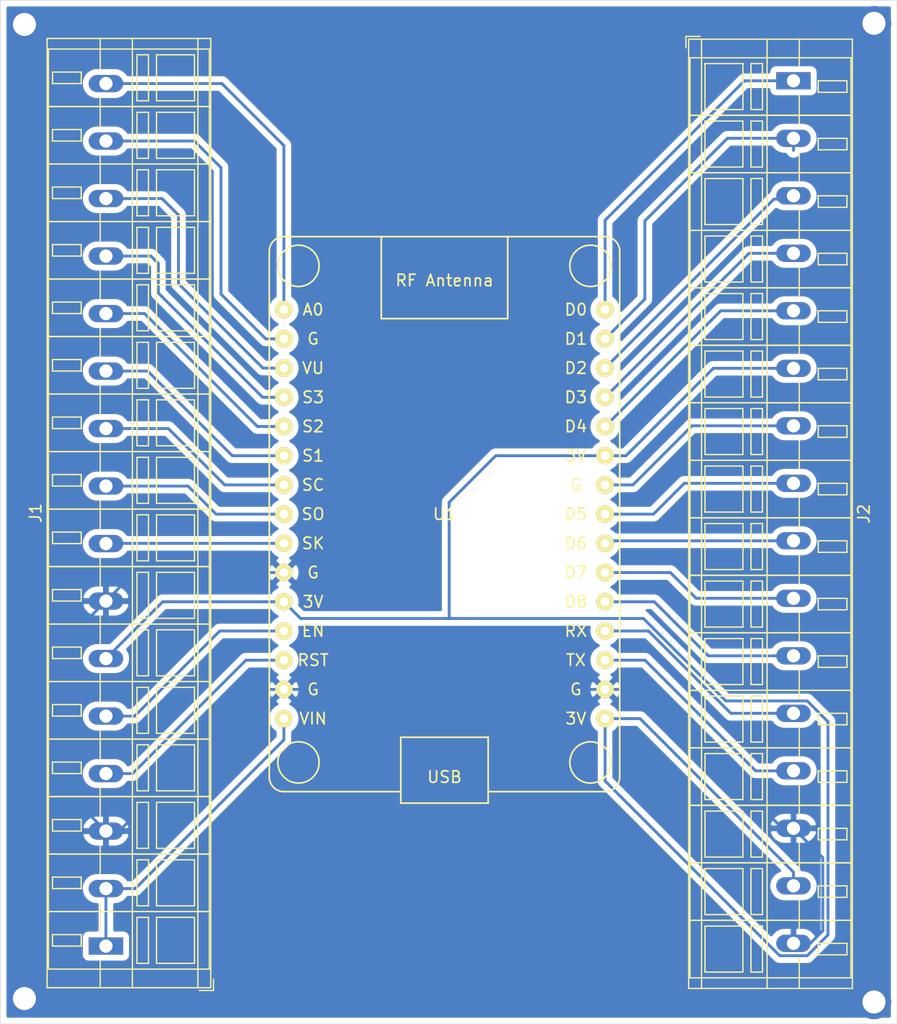
<source format=kicad_pcb>
(kicad_pcb (version 20171130) (host pcbnew "(5.1.8-0-10_14)")

  (general
    (thickness 1.6)
    (drawings 4)
    (tracks 119)
    (zones 0)
    (modules 3)
    (nets 27)
  )

  (page A4)
  (layers
    (0 F.Cu signal)
    (31 B.Cu signal)
    (32 B.Adhes user)
    (33 F.Adhes user)
    (34 B.Paste user)
    (35 F.Paste user)
    (36 B.SilkS user)
    (37 F.SilkS user)
    (38 B.Mask user)
    (39 F.Mask user)
    (40 Dwgs.User user)
    (41 Cmts.User user)
    (42 Eco1.User user)
    (43 Eco2.User user)
    (44 Edge.Cuts user)
    (45 Margin user)
    (46 B.CrtYd user)
    (47 F.CrtYd user)
    (48 B.Fab user)
    (49 F.Fab user)
  )

  (setup
    (last_trace_width 0.25)
    (trace_clearance 0.2)
    (zone_clearance 0.508)
    (zone_45_only no)
    (trace_min 0.2)
    (via_size 0.8)
    (via_drill 0.4)
    (via_min_size 0.4)
    (via_min_drill 0.3)
    (uvia_size 0.3)
    (uvia_drill 0.1)
    (uvias_allowed no)
    (uvia_min_size 0.2)
    (uvia_min_drill 0.1)
    (edge_width 0.05)
    (segment_width 0.2)
    (pcb_text_width 0.3)
    (pcb_text_size 1.5 1.5)
    (mod_edge_width 0.12)
    (mod_text_size 1 1)
    (mod_text_width 0.15)
    (pad_size 1.524 1.524)
    (pad_drill 0.762)
    (pad_to_mask_clearance 0)
    (aux_axis_origin 0 0)
    (visible_elements FFFFFF7F)
    (pcbplotparams
      (layerselection 0x010fc_ffffffff)
      (usegerberextensions false)
      (usegerberattributes true)
      (usegerberadvancedattributes true)
      (creategerberjobfile true)
      (excludeedgelayer true)
      (linewidth 0.100000)
      (plotframeref false)
      (viasonmask false)
      (mode 1)
      (useauxorigin false)
      (hpglpennumber 1)
      (hpglpenspeed 20)
      (hpglpendiameter 15.000000)
      (psnegative false)
      (psa4output false)
      (plotreference true)
      (plotvalue true)
      (plotinvisibletext false)
      (padsonsilk false)
      (subtractmaskfromsilk false)
      (outputformat 1)
      (mirror false)
      (drillshape 0)
      (scaleselection 1)
      (outputdirectory "gerber/"))
  )

  (net 0 "")
  (net 1 "Net-(J1-Pad16)")
  (net 2 "Net-(J1-Pad15)")
  (net 3 "Net-(J1-Pad14)")
  (net 4 "Net-(J1-Pad13)")
  (net 5 "Net-(J1-Pad12)")
  (net 6 "Net-(J1-Pad11)")
  (net 7 "Net-(J1-Pad10)")
  (net 8 "Net-(J1-Pad9)")
  (net 9 "Net-(J1-Pad8)")
  (net 10 +3V3)
  (net 11 "Net-(J1-Pad5)")
  (net 12 "Net-(J1-Pad4)")
  (net 13 GND)
  (net 14 "Net-(J2-Pad13)")
  (net 15 "Net-(J2-Pad12)")
  (net 16 "Net-(J2-Pad11)")
  (net 17 "Net-(J2-Pad10)")
  (net 18 "Net-(J2-Pad9)")
  (net 19 "Net-(J2-Pad8)")
  (net 20 "Net-(J2-Pad7)")
  (net 21 "Net-(J2-Pad5)")
  (net 22 "Net-(J2-Pad4)")
  (net 23 "Net-(J2-Pad3)")
  (net 24 "Net-(J2-Pad2)")
  (net 25 "Net-(J2-Pad1)")
  (net 26 "Net-(J1-Pad1)")

  (net_class Default "This is the default net class."
    (clearance 0.2)
    (trace_width 0.25)
    (via_dia 0.8)
    (via_drill 0.4)
    (uvia_dia 0.3)
    (uvia_drill 0.1)
    (add_net +3V3)
    (add_net GND)
    (add_net "Net-(J1-Pad1)")
    (add_net "Net-(J1-Pad10)")
    (add_net "Net-(J1-Pad11)")
    (add_net "Net-(J1-Pad12)")
    (add_net "Net-(J1-Pad13)")
    (add_net "Net-(J1-Pad14)")
    (add_net "Net-(J1-Pad15)")
    (add_net "Net-(J1-Pad16)")
    (add_net "Net-(J1-Pad4)")
    (add_net "Net-(J1-Pad5)")
    (add_net "Net-(J1-Pad8)")
    (add_net "Net-(J1-Pad9)")
    (add_net "Net-(J2-Pad1)")
    (add_net "Net-(J2-Pad10)")
    (add_net "Net-(J2-Pad11)")
    (add_net "Net-(J2-Pad12)")
    (add_net "Net-(J2-Pad13)")
    (add_net "Net-(J2-Pad2)")
    (add_net "Net-(J2-Pad3)")
    (add_net "Net-(J2-Pad4)")
    (add_net "Net-(J2-Pad5)")
    (add_net "Net-(J2-Pad7)")
    (add_net "Net-(J2-Pad8)")
    (add_net "Net-(J2-Pad9)")
  )

  (module "ESP8266:NodeMCU1.0(12-E)" (layer F.Cu) (tedit 5AF3DDCB) (tstamp 5FD1295E)
    (at 121.64 127.68)
    (path /5FD0CF67)
    (fp_text reference U1 (at 0 0) (layer F.SilkS)
      (effects (font (size 1 1) (thickness 0.15)))
    )
    (fp_text value "NodeMCU_1.0_(ESP-12E)" (at 0 -5.08) (layer F.Fab)
      (effects (font (size 1 1) (thickness 0.15)))
    )
    (fp_line (start 13.98 24.13) (end 3.81 24.13) (layer F.SilkS) (width 0.15))
    (fp_line (start 5.5 -17) (end -5.5 -17) (layer F.SilkS) (width 0.15))
    (fp_line (start 5.5 -24.13) (end 5.5 -17) (layer F.SilkS) (width 0.15))
    (fp_line (start -5.5 -17) (end -5.5 -24.13) (layer F.SilkS) (width 0.15))
    (fp_line (start -3.8 25.13) (end -3.8 19.4) (layer F.SilkS) (width 0.15))
    (fp_line (start -3.8 19.4) (end 3.8 19.4) (layer F.SilkS) (width 0.15))
    (fp_line (start 3.8 19.4) (end 3.8 25.13) (layer F.SilkS) (width 0.15))
    (fp_line (start 3.8 25.13) (end -3.8 25.13) (layer F.SilkS) (width 0.15))
    (fp_line (start 15.24 -22.86) (end 15.24 22.86) (layer F.SilkS) (width 0.15))
    (fp_line (start -15.24 -22.86) (end -15.24 22.86) (layer F.SilkS) (width 0.15))
    (fp_line (start -3.8 24.13) (end -13.97 24.13) (layer F.SilkS) (width 0.15))
    (fp_circle (center 12.7 21.59) (end 13.97 20.32) (layer F.SilkS) (width 0.15))
    (fp_circle (center -12.7 21.59) (end -11.43 20.32) (layer F.SilkS) (width 0.15))
    (fp_circle (center -12.7 -21.59) (end -11.43 -22.86) (layer F.SilkS) (width 0.15))
    (fp_circle (center 12.7 -21.59) (end 13.97 -22.86) (layer F.SilkS) (width 0.15))
    (fp_line (start 13.97 -24.13) (end -13.97 -24.13) (layer F.SilkS) (width 0.15))
    (fp_text user D0 (at 11.43 -17.78) (layer F.SilkS)
      (effects (font (size 1 1) (thickness 0.15)))
    )
    (fp_text user D1 (at 11.43 -15.24) (layer F.SilkS)
      (effects (font (size 1 1) (thickness 0.15)))
    )
    (fp_text user D2 (at 11.43 -12.7) (layer F.SilkS)
      (effects (font (size 1 1) (thickness 0.15)))
    )
    (fp_text user D3 (at 11.43 -10.16) (layer F.SilkS)
      (effects (font (size 1 1) (thickness 0.15)))
    )
    (fp_text user D4 (at 11.43 -7.62) (layer F.SilkS)
      (effects (font (size 1 1) (thickness 0.15)))
    )
    (fp_text user 3V (at 11.43 -5.08) (layer F.SilkS)
      (effects (font (size 1 1) (thickness 0.15)))
    )
    (fp_text user G (at 11.43 -2.54) (layer F.SilkS)
      (effects (font (size 1 1) (thickness 0.15)))
    )
    (fp_text user D5 (at 11.43 0) (layer F.SilkS)
      (effects (font (size 1 1) (thickness 0.15)))
    )
    (fp_text user D6 (at 11.43 2.54) (layer F.SilkS)
      (effects (font (size 1 1) (thickness 0.15)))
    )
    (fp_text user D7 (at 11.43 5.08) (layer F.SilkS)
      (effects (font (size 1 1) (thickness 0.15)))
    )
    (fp_text user D8 (at 11.43 7.62) (layer F.SilkS)
      (effects (font (size 1 1) (thickness 0.15)))
    )
    (fp_text user RX (at 11.43 10.16) (layer F.SilkS)
      (effects (font (size 1 1) (thickness 0.15)))
    )
    (fp_text user TX (at 11.43 12.7) (layer F.SilkS)
      (effects (font (size 1 1) (thickness 0.15)))
    )
    (fp_text user G (at 11.43 15.24) (layer F.SilkS)
      (effects (font (size 1 1) (thickness 0.15)))
    )
    (fp_text user 3V (at 11.43 17.78) (layer F.SilkS)
      (effects (font (size 1 1) (thickness 0.15)))
    )
    (fp_text user A0 (at -11.43 -17.78) (layer F.SilkS)
      (effects (font (size 1 1) (thickness 0.15)))
    )
    (fp_text user G (at -11.43 -15.24) (layer F.SilkS)
      (effects (font (size 1 1) (thickness 0.15)))
    )
    (fp_text user VU (at -11.43 -12.7) (layer F.SilkS)
      (effects (font (size 1 1) (thickness 0.15)))
    )
    (fp_text user S3 (at -11.43 -10.16) (layer F.SilkS)
      (effects (font (size 1 1) (thickness 0.15)))
    )
    (fp_text user S2 (at -11.43 -7.62) (layer F.SilkS)
      (effects (font (size 1 1) (thickness 0.15)))
    )
    (fp_text user S1 (at -11.43 -5.08) (layer F.SilkS)
      (effects (font (size 1 1) (thickness 0.15)))
    )
    (fp_text user SC (at -11.43 -2.54) (layer F.SilkS)
      (effects (font (size 1 1) (thickness 0.15)))
    )
    (fp_text user SO (at -11.43 0) (layer F.SilkS)
      (effects (font (size 1 1) (thickness 0.15)))
    )
    (fp_text user SK (at -11.43 2.54) (layer F.SilkS)
      (effects (font (size 1 1) (thickness 0.15)))
    )
    (fp_text user G (at -11.43 5.08) (layer F.SilkS)
      (effects (font (size 1 1) (thickness 0.15)))
    )
    (fp_text user 3V (at -11.43 7.62) (layer F.SilkS)
      (effects (font (size 1 1) (thickness 0.15)))
    )
    (fp_text user EN (at -11.43 10.16) (layer F.SilkS)
      (effects (font (size 1 1) (thickness 0.15)))
    )
    (fp_text user RST (at -11.43 12.7) (layer F.SilkS)
      (effects (font (size 1 1) (thickness 0.15)))
    )
    (fp_text user G (at -11.43 15.24) (layer F.SilkS)
      (effects (font (size 1 1) (thickness 0.15)))
    )
    (fp_text user VIN (at -11.43 17.78) (layer F.SilkS)
      (effects (font (size 1 1) (thickness 0.15)))
    )
    (fp_arc (start -13.97 22.86) (end -13.97 24.13) (angle 90) (layer F.SilkS) (width 0.15))
    (fp_arc (start 13.97 22.86) (end 15.24 22.86) (angle 90) (layer F.SilkS) (width 0.15))
    (fp_arc (start 13.97 -22.86) (end 13.97 -24.13) (angle 90) (layer F.SilkS) (width 0.15))
    (fp_arc (start -13.97 -22.86) (end -15.24 -22.86) (angle 90) (layer F.SilkS) (width 0.15))
    (fp_text user "RF Antenna" (at 0 -20.32) (layer F.SilkS)
      (effects (font (size 1 1) (thickness 0.15)))
    )
    (fp_text user USB (at 0 22.86) (layer F.SilkS)
      (effects (font (size 1 1) (thickness 0.15)))
    )
    (pad 30 thru_hole circle (at 13.97 -17.78) (size 1.524 1.524) (drill 0.762) (layers *.Cu *.Mask F.SilkS)
      (net 25 "Net-(J2-Pad1)"))
    (pad 29 thru_hole circle (at 13.97 -15.24) (size 1.524 1.524) (drill 0.762) (layers *.Cu *.Mask F.SilkS)
      (net 24 "Net-(J2-Pad2)"))
    (pad 28 thru_hole circle (at 13.97 -12.7) (size 1.524 1.524) (drill 0.762) (layers *.Cu *.Mask F.SilkS)
      (net 23 "Net-(J2-Pad3)"))
    (pad 27 thru_hole circle (at 13.97 -10.16) (size 1.524 1.524) (drill 0.762) (layers *.Cu *.Mask F.SilkS)
      (net 22 "Net-(J2-Pad4)"))
    (pad 26 thru_hole circle (at 13.97 -7.62) (size 1.524 1.524) (drill 0.762) (layers *.Cu *.Mask F.SilkS)
      (net 21 "Net-(J2-Pad5)"))
    (pad 25 thru_hole circle (at 13.97 -5.08) (size 1.524 1.524) (drill 0.762) (layers *.Cu *.Mask F.SilkS)
      (net 10 +3V3))
    (pad 24 thru_hole circle (at 13.97 -2.54) (size 1.524 1.524) (drill 0.762) (layers *.Cu *.Mask F.SilkS)
      (net 20 "Net-(J2-Pad7)"))
    (pad 23 thru_hole circle (at 13.97 0) (size 1.524 1.524) (drill 0.762) (layers *.Cu *.Mask F.SilkS)
      (net 19 "Net-(J2-Pad8)"))
    (pad 22 thru_hole circle (at 13.97 2.54) (size 1.524 1.524) (drill 0.762) (layers *.Cu *.Mask F.SilkS)
      (net 18 "Net-(J2-Pad9)"))
    (pad 21 thru_hole circle (at 13.97 5.08) (size 1.524 1.524) (drill 0.762) (layers *.Cu *.Mask F.SilkS)
      (net 17 "Net-(J2-Pad10)"))
    (pad 20 thru_hole circle (at 13.97 7.62) (size 1.524 1.524) (drill 0.762) (layers *.Cu *.Mask F.SilkS)
      (net 16 "Net-(J2-Pad11)"))
    (pad 19 thru_hole circle (at 13.97 10.16) (size 1.524 1.524) (drill 0.762) (layers *.Cu *.Mask F.SilkS)
      (net 15 "Net-(J2-Pad12)"))
    (pad 18 thru_hole circle (at 13.97 12.7) (size 1.524 1.524) (drill 0.762) (layers *.Cu *.Mask F.SilkS)
      (net 14 "Net-(J2-Pad13)"))
    (pad 17 thru_hole circle (at 13.97 15.24) (size 1.524 1.524) (drill 0.762) (layers *.Cu *.Mask F.SilkS)
      (net 13 GND))
    (pad 16 thru_hole circle (at 13.97 17.78) (size 1.524 1.524) (drill 0.762) (layers *.Cu *.Mask F.SilkS)
      (net 10 +3V3))
    (pad 15 thru_hole circle (at -13.97 17.78) (size 1.524 1.524) (drill 0.762) (layers *.Cu *.Mask F.SilkS)
      (net 26 "Net-(J1-Pad1)"))
    (pad 14 thru_hole circle (at -13.97 15.24) (size 1.524 1.524) (drill 0.762) (layers *.Cu *.Mask F.SilkS)
      (net 13 GND))
    (pad 13 thru_hole circle (at -13.97 12.7) (size 1.524 1.524) (drill 0.762) (layers *.Cu *.Mask F.SilkS)
      (net 12 "Net-(J1-Pad4)"))
    (pad 12 thru_hole circle (at -13.97 10.16) (size 1.524 1.524) (drill 0.762) (layers *.Cu *.Mask F.SilkS)
      (net 11 "Net-(J1-Pad5)"))
    (pad 11 thru_hole circle (at -13.97 7.62) (size 1.524 1.524) (drill 0.762) (layers *.Cu *.Mask F.SilkS)
      (net 10 +3V3))
    (pad 10 thru_hole circle (at -13.97 5.08) (size 1.524 1.524) (drill 0.762) (layers *.Cu *.Mask F.SilkS)
      (net 13 GND))
    (pad 9 thru_hole circle (at -13.97 2.54) (size 1.524 1.524) (drill 0.762) (layers *.Cu *.Mask F.SilkS)
      (net 9 "Net-(J1-Pad8)"))
    (pad 8 thru_hole circle (at -13.97 0) (size 1.524 1.524) (drill 0.762) (layers *.Cu *.Mask F.SilkS)
      (net 8 "Net-(J1-Pad9)"))
    (pad 7 thru_hole circle (at -13.97 -2.54) (size 1.524 1.524) (drill 0.762) (layers *.Cu *.Mask F.SilkS)
      (net 7 "Net-(J1-Pad10)"))
    (pad 6 thru_hole circle (at -13.97 -5.08) (size 1.524 1.524) (drill 0.762) (layers *.Cu *.Mask F.SilkS)
      (net 6 "Net-(J1-Pad11)"))
    (pad 5 thru_hole circle (at -13.97 -7.62) (size 1.524 1.524) (drill 0.762) (layers *.Cu *.Mask F.SilkS)
      (net 5 "Net-(J1-Pad12)"))
    (pad 4 thru_hole circle (at -13.97 -10.16) (size 1.524 1.524) (drill 0.762) (layers *.Cu *.Mask F.SilkS)
      (net 4 "Net-(J1-Pad13)"))
    (pad 3 thru_hole circle (at -13.97 -12.7) (size 1.524 1.524) (drill 0.762) (layers *.Cu *.Mask F.SilkS)
      (net 3 "Net-(J1-Pad14)"))
    (pad 2 thru_hole circle (at -13.97 -15.24) (size 1.524 1.524) (drill 0.762) (layers *.Cu *.Mask F.SilkS)
      (net 2 "Net-(J1-Pad15)"))
    (pad 1 thru_hole circle (at -13.97 -17.78) (size 1.524 1.524) (drill 0.762) (layers *.Cu *.Mask F.SilkS)
      (net 1 "Net-(J1-Pad16)"))
  )

  (module TerminalBlock_WAGO:TerminalBlock_WAGO_236-116_1x16_P5.00mm_45Degree (layer F.Cu) (tedit 5D8F5007) (tstamp 5FD12908)
    (at 152 90 270)
    (descr "Terminal Block WAGO 236-116, 45Degree (cable under 45degree), 16 pins, pitch 5mm, size 82.3x14mm^2, drill diamater 1.15mm, pad diameter 3mm, see , script-generated with , script-generated using https://github.com/pointhi/kicad-footprint-generator/scripts/TerminalBlock_WAGO")
    (tags "THT Terminal Block WAGO 236-116 45Degree pitch 5mm size 82.3x14mm^2 drill 1.15mm pad 3mm")
    (path /5FD0E311)
    (fp_text reference J2 (at 37.65 -6.12 90) (layer F.SilkS)
      (effects (font (size 1 1) (thickness 0.15)))
    )
    (fp_text value Screw_Terminal_01x16 (at 37.65 10.12 90) (layer F.Fab)
      (effects (font (size 1 1) (thickness 0.15)))
    )
    (fp_line (start -3.5 -5) (end 78.8 -5) (layer F.Fab) (width 0.1))
    (fp_line (start 78.8 -5) (end 78.8 9) (layer F.Fab) (width 0.1))
    (fp_line (start 78.8 9) (end -2.5 9) (layer F.Fab) (width 0.1))
    (fp_line (start -2.5 9) (end -3.5 8) (layer F.Fab) (width 0.1))
    (fp_line (start -3.5 8) (end -3.5 -5) (layer F.Fab) (width 0.1))
    (fp_line (start -3.5 8) (end 78.8 8) (layer F.Fab) (width 0.1))
    (fp_line (start -3.62 8) (end 78.92 8) (layer F.SilkS) (width 0.12))
    (fp_line (start -3.5 2.3) (end 78.8 2.3) (layer F.Fab) (width 0.1))
    (fp_line (start -3.62 2.3) (end 78.92 2.3) (layer F.SilkS) (width 0.12))
    (fp_line (start -3.5 -0.5) (end 78.8 -0.5) (layer F.Fab) (width 0.1))
    (fp_line (start -3.62 -0.5) (end -1.23 -0.5) (layer F.SilkS) (width 0.12))
    (fp_line (start 1.23 -0.5) (end 3.77 -0.5) (layer F.SilkS) (width 0.12))
    (fp_line (start 6.23 -0.5) (end 8.77 -0.5) (layer F.SilkS) (width 0.12))
    (fp_line (start 11.23 -0.5) (end 13.77 -0.5) (layer F.SilkS) (width 0.12))
    (fp_line (start 16.23 -0.5) (end 18.77 -0.5) (layer F.SilkS) (width 0.12))
    (fp_line (start 21.23 -0.5) (end 23.77 -0.5) (layer F.SilkS) (width 0.12))
    (fp_line (start 26.23 -0.5) (end 28.77 -0.5) (layer F.SilkS) (width 0.12))
    (fp_line (start 31.23 -0.5) (end 33.77 -0.5) (layer F.SilkS) (width 0.12))
    (fp_line (start 36.23 -0.5) (end 38.77 -0.5) (layer F.SilkS) (width 0.12))
    (fp_line (start 41.23 -0.5) (end 43.77 -0.5) (layer F.SilkS) (width 0.12))
    (fp_line (start 46.23 -0.5) (end 48.77 -0.5) (layer F.SilkS) (width 0.12))
    (fp_line (start 51.23 -0.5) (end 53.77 -0.5) (layer F.SilkS) (width 0.12))
    (fp_line (start 56.23 -0.5) (end 58.77 -0.5) (layer F.SilkS) (width 0.12))
    (fp_line (start 61.23 -0.5) (end 63.77 -0.5) (layer F.SilkS) (width 0.12))
    (fp_line (start 66.23 -0.5) (end 68.77 -0.5) (layer F.SilkS) (width 0.12))
    (fp_line (start 71.23 -0.5) (end 73.77 -0.5) (layer F.SilkS) (width 0.12))
    (fp_line (start 76.23 -0.5) (end 78.92 -0.5) (layer F.SilkS) (width 0.12))
    (fp_line (start -3.62 -5.12) (end 78.92 -5.12) (layer F.SilkS) (width 0.12))
    (fp_line (start -3.62 9.12) (end 78.92 9.12) (layer F.SilkS) (width 0.12))
    (fp_line (start -3.62 -5.12) (end -3.62 9.12) (layer F.SilkS) (width 0.12))
    (fp_line (start 78.92 -5.12) (end 78.92 9.12) (layer F.SilkS) (width 0.12))
    (fp_line (start -1.5 4.4) (end 2.5 4.4) (layer F.SilkS) (width 0.12))
    (fp_line (start -1.5 7.7) (end 2.5 7.7) (layer F.SilkS) (width 0.12))
    (fp_line (start -1.5 4.4) (end -1.5 7.7) (layer F.SilkS) (width 0.12))
    (fp_line (start 2.5 4.4) (end 2.5 7.7) (layer F.SilkS) (width 0.12))
    (fp_line (start -1.5 4.4) (end -1.5 7.7) (layer F.Fab) (width 0.1))
    (fp_line (start -1.5 7.7) (end 2.5 7.7) (layer F.Fab) (width 0.1))
    (fp_line (start 2.5 7.7) (end 2.5 4.4) (layer F.Fab) (width 0.1))
    (fp_line (start 2.5 4.4) (end -1.5 4.4) (layer F.Fab) (width 0.1))
    (fp_line (start -2 -5) (end -2 9) (layer F.Fab) (width 0.1))
    (fp_line (start -2 9) (end 3 9) (layer F.Fab) (width 0.1))
    (fp_line (start 3 9) (end 3 -5) (layer F.Fab) (width 0.1))
    (fp_line (start 3 -5) (end -2 -5) (layer F.Fab) (width 0.1))
    (fp_line (start -2 -5) (end 3 -5) (layer F.SilkS) (width 0.12))
    (fp_line (start -2 9) (end 3 9) (layer F.SilkS) (width 0.12))
    (fp_line (start -2 -5) (end -2 9) (layer F.SilkS) (width 0.12))
    (fp_line (start 3 -5) (end 3 9) (layer F.SilkS) (width 0.12))
    (fp_line (start -1.5 2.7) (end -1.5 3.7) (layer F.Fab) (width 0.1))
    (fp_line (start -1.5 3.7) (end 2.5 3.7) (layer F.Fab) (width 0.1))
    (fp_line (start 2.5 3.7) (end 2.5 2.7) (layer F.Fab) (width 0.1))
    (fp_line (start 2.5 2.7) (end -1.5 2.7) (layer F.Fab) (width 0.1))
    (fp_line (start -1.5 2.7) (end 2.5 2.7) (layer F.SilkS) (width 0.12))
    (fp_line (start -1.5 3.7) (end 2.5 3.7) (layer F.SilkS) (width 0.12))
    (fp_line (start -1.5 2.7) (end -1.5 3.7) (layer F.SilkS) (width 0.12))
    (fp_line (start 2.5 2.7) (end 2.5 3.7) (layer F.SilkS) (width 0.12))
    (fp_line (start 0 -4.65) (end 0 -2.15) (layer F.Fab) (width 0.1))
    (fp_line (start 0 -2.15) (end 1 -2.15) (layer F.Fab) (width 0.1))
    (fp_line (start 1 -2.15) (end 1 -4.65) (layer F.Fab) (width 0.1))
    (fp_line (start 1 -4.65) (end 0 -4.65) (layer F.Fab) (width 0.1))
    (fp_line (start 0 -4.65) (end 1 -4.65) (layer F.SilkS) (width 0.12))
    (fp_line (start 0 -2.151) (end 1 -2.151) (layer F.SilkS) (width 0.12))
    (fp_line (start 0 -4.65) (end 0 -2.151) (layer F.SilkS) (width 0.12))
    (fp_line (start 1 -4.65) (end 1 -2.151) (layer F.SilkS) (width 0.12))
    (fp_line (start 3.5 4.4) (end 7.5 4.4) (layer F.SilkS) (width 0.12))
    (fp_line (start 3.5 7.7) (end 7.5 7.7) (layer F.SilkS) (width 0.12))
    (fp_line (start 3.5 4.4) (end 3.5 7.7) (layer F.SilkS) (width 0.12))
    (fp_line (start 7.5 4.4) (end 7.5 7.7) (layer F.SilkS) (width 0.12))
    (fp_line (start 3.5 4.4) (end 3.5 7.7) (layer F.Fab) (width 0.1))
    (fp_line (start 3.5 7.7) (end 7.5 7.7) (layer F.Fab) (width 0.1))
    (fp_line (start 7.5 7.7) (end 7.5 4.4) (layer F.Fab) (width 0.1))
    (fp_line (start 7.5 4.4) (end 3.5 4.4) (layer F.Fab) (width 0.1))
    (fp_line (start 3 -5) (end 3 9) (layer F.Fab) (width 0.1))
    (fp_line (start 3 9) (end 8 9) (layer F.Fab) (width 0.1))
    (fp_line (start 8 9) (end 8 -5) (layer F.Fab) (width 0.1))
    (fp_line (start 8 -5) (end 3 -5) (layer F.Fab) (width 0.1))
    (fp_line (start 3 -5) (end 8 -5) (layer F.SilkS) (width 0.12))
    (fp_line (start 3 9) (end 8 9) (layer F.SilkS) (width 0.12))
    (fp_line (start 3 -5) (end 3 9) (layer F.SilkS) (width 0.12))
    (fp_line (start 8 -5) (end 8 9) (layer F.SilkS) (width 0.12))
    (fp_line (start 3.5 2.7) (end 3.5 3.7) (layer F.Fab) (width 0.1))
    (fp_line (start 3.5 3.7) (end 7.5 3.7) (layer F.Fab) (width 0.1))
    (fp_line (start 7.5 3.7) (end 7.5 2.7) (layer F.Fab) (width 0.1))
    (fp_line (start 7.5 2.7) (end 3.5 2.7) (layer F.Fab) (width 0.1))
    (fp_line (start 3.5 2.7) (end 7.5 2.7) (layer F.SilkS) (width 0.12))
    (fp_line (start 3.5 3.7) (end 7.5 3.7) (layer F.SilkS) (width 0.12))
    (fp_line (start 3.5 2.7) (end 3.5 3.7) (layer F.SilkS) (width 0.12))
    (fp_line (start 7.5 2.7) (end 7.5 3.7) (layer F.SilkS) (width 0.12))
    (fp_line (start 5 -4.65) (end 5 -2.15) (layer F.Fab) (width 0.1))
    (fp_line (start 5 -2.15) (end 6 -2.15) (layer F.Fab) (width 0.1))
    (fp_line (start 6 -2.15) (end 6 -4.65) (layer F.Fab) (width 0.1))
    (fp_line (start 6 -4.65) (end 5 -4.65) (layer F.Fab) (width 0.1))
    (fp_line (start 5 -4.65) (end 6 -4.65) (layer F.SilkS) (width 0.12))
    (fp_line (start 5 -2.151) (end 6 -2.151) (layer F.SilkS) (width 0.12))
    (fp_line (start 5 -4.65) (end 5 -2.151) (layer F.SilkS) (width 0.12))
    (fp_line (start 6 -4.65) (end 6 -2.151) (layer F.SilkS) (width 0.12))
    (fp_line (start 8.5 4.4) (end 12.5 4.4) (layer F.SilkS) (width 0.12))
    (fp_line (start 8.5 7.7) (end 12.5 7.7) (layer F.SilkS) (width 0.12))
    (fp_line (start 8.5 4.4) (end 8.5 7.7) (layer F.SilkS) (width 0.12))
    (fp_line (start 12.5 4.4) (end 12.5 7.7) (layer F.SilkS) (width 0.12))
    (fp_line (start 8.5 4.4) (end 8.5 7.7) (layer F.Fab) (width 0.1))
    (fp_line (start 8.5 7.7) (end 12.5 7.7) (layer F.Fab) (width 0.1))
    (fp_line (start 12.5 7.7) (end 12.5 4.4) (layer F.Fab) (width 0.1))
    (fp_line (start 12.5 4.4) (end 8.5 4.4) (layer F.Fab) (width 0.1))
    (fp_line (start 8 -5) (end 8 9) (layer F.Fab) (width 0.1))
    (fp_line (start 8 9) (end 13 9) (layer F.Fab) (width 0.1))
    (fp_line (start 13 9) (end 13 -5) (layer F.Fab) (width 0.1))
    (fp_line (start 13 -5) (end 8 -5) (layer F.Fab) (width 0.1))
    (fp_line (start 8 -5) (end 13 -5) (layer F.SilkS) (width 0.12))
    (fp_line (start 8 9) (end 13 9) (layer F.SilkS) (width 0.12))
    (fp_line (start 8 -5) (end 8 9) (layer F.SilkS) (width 0.12))
    (fp_line (start 13 -5) (end 13 9) (layer F.SilkS) (width 0.12))
    (fp_line (start 8.5 2.7) (end 8.5 3.7) (layer F.Fab) (width 0.1))
    (fp_line (start 8.5 3.7) (end 12.5 3.7) (layer F.Fab) (width 0.1))
    (fp_line (start 12.5 3.7) (end 12.5 2.7) (layer F.Fab) (width 0.1))
    (fp_line (start 12.5 2.7) (end 8.5 2.7) (layer F.Fab) (width 0.1))
    (fp_line (start 8.5 2.7) (end 12.5 2.7) (layer F.SilkS) (width 0.12))
    (fp_line (start 8.5 3.7) (end 12.5 3.7) (layer F.SilkS) (width 0.12))
    (fp_line (start 8.5 2.7) (end 8.5 3.7) (layer F.SilkS) (width 0.12))
    (fp_line (start 12.5 2.7) (end 12.5 3.7) (layer F.SilkS) (width 0.12))
    (fp_line (start 10 -4.65) (end 10 -2.15) (layer F.Fab) (width 0.1))
    (fp_line (start 10 -2.15) (end 11 -2.15) (layer F.Fab) (width 0.1))
    (fp_line (start 11 -2.15) (end 11 -4.65) (layer F.Fab) (width 0.1))
    (fp_line (start 11 -4.65) (end 10 -4.65) (layer F.Fab) (width 0.1))
    (fp_line (start 10 -4.65) (end 11 -4.65) (layer F.SilkS) (width 0.12))
    (fp_line (start 10 -2.151) (end 11 -2.151) (layer F.SilkS) (width 0.12))
    (fp_line (start 10 -4.65) (end 10 -2.151) (layer F.SilkS) (width 0.12))
    (fp_line (start 11 -4.65) (end 11 -2.151) (layer F.SilkS) (width 0.12))
    (fp_line (start 13.5 4.4) (end 17.5 4.4) (layer F.SilkS) (width 0.12))
    (fp_line (start 13.5 7.7) (end 17.5 7.7) (layer F.SilkS) (width 0.12))
    (fp_line (start 13.5 4.4) (end 13.5 7.7) (layer F.SilkS) (width 0.12))
    (fp_line (start 17.5 4.4) (end 17.5 7.7) (layer F.SilkS) (width 0.12))
    (fp_line (start 13.5 4.4) (end 13.5 7.7) (layer F.Fab) (width 0.1))
    (fp_line (start 13.5 7.7) (end 17.5 7.7) (layer F.Fab) (width 0.1))
    (fp_line (start 17.5 7.7) (end 17.5 4.4) (layer F.Fab) (width 0.1))
    (fp_line (start 17.5 4.4) (end 13.5 4.4) (layer F.Fab) (width 0.1))
    (fp_line (start 13 -5) (end 13 9) (layer F.Fab) (width 0.1))
    (fp_line (start 13 9) (end 18 9) (layer F.Fab) (width 0.1))
    (fp_line (start 18 9) (end 18 -5) (layer F.Fab) (width 0.1))
    (fp_line (start 18 -5) (end 13 -5) (layer F.Fab) (width 0.1))
    (fp_line (start 13 -5) (end 18 -5) (layer F.SilkS) (width 0.12))
    (fp_line (start 13 9) (end 18 9) (layer F.SilkS) (width 0.12))
    (fp_line (start 13 -5) (end 13 9) (layer F.SilkS) (width 0.12))
    (fp_line (start 18 -5) (end 18 9) (layer F.SilkS) (width 0.12))
    (fp_line (start 13.5 2.7) (end 13.5 3.7) (layer F.Fab) (width 0.1))
    (fp_line (start 13.5 3.7) (end 17.5 3.7) (layer F.Fab) (width 0.1))
    (fp_line (start 17.5 3.7) (end 17.5 2.7) (layer F.Fab) (width 0.1))
    (fp_line (start 17.5 2.7) (end 13.5 2.7) (layer F.Fab) (width 0.1))
    (fp_line (start 13.5 2.7) (end 17.5 2.7) (layer F.SilkS) (width 0.12))
    (fp_line (start 13.5 3.7) (end 17.5 3.7) (layer F.SilkS) (width 0.12))
    (fp_line (start 13.5 2.7) (end 13.5 3.7) (layer F.SilkS) (width 0.12))
    (fp_line (start 17.5 2.7) (end 17.5 3.7) (layer F.SilkS) (width 0.12))
    (fp_line (start 15 -4.65) (end 15 -2.15) (layer F.Fab) (width 0.1))
    (fp_line (start 15 -2.15) (end 16 -2.15) (layer F.Fab) (width 0.1))
    (fp_line (start 16 -2.15) (end 16 -4.65) (layer F.Fab) (width 0.1))
    (fp_line (start 16 -4.65) (end 15 -4.65) (layer F.Fab) (width 0.1))
    (fp_line (start 15 -4.65) (end 16 -4.65) (layer F.SilkS) (width 0.12))
    (fp_line (start 15 -2.151) (end 16 -2.151) (layer F.SilkS) (width 0.12))
    (fp_line (start 15 -4.65) (end 15 -2.151) (layer F.SilkS) (width 0.12))
    (fp_line (start 16 -4.65) (end 16 -2.151) (layer F.SilkS) (width 0.12))
    (fp_line (start 18.5 4.4) (end 22.5 4.4) (layer F.SilkS) (width 0.12))
    (fp_line (start 18.5 7.7) (end 22.5 7.7) (layer F.SilkS) (width 0.12))
    (fp_line (start 18.5 4.4) (end 18.5 7.7) (layer F.SilkS) (width 0.12))
    (fp_line (start 22.5 4.4) (end 22.5 7.7) (layer F.SilkS) (width 0.12))
    (fp_line (start 18.5 4.4) (end 18.5 7.7) (layer F.Fab) (width 0.1))
    (fp_line (start 18.5 7.7) (end 22.5 7.7) (layer F.Fab) (width 0.1))
    (fp_line (start 22.5 7.7) (end 22.5 4.4) (layer F.Fab) (width 0.1))
    (fp_line (start 22.5 4.4) (end 18.5 4.4) (layer F.Fab) (width 0.1))
    (fp_line (start 18 -5) (end 18 9) (layer F.Fab) (width 0.1))
    (fp_line (start 18 9) (end 23 9) (layer F.Fab) (width 0.1))
    (fp_line (start 23 9) (end 23 -5) (layer F.Fab) (width 0.1))
    (fp_line (start 23 -5) (end 18 -5) (layer F.Fab) (width 0.1))
    (fp_line (start 18 -5) (end 23 -5) (layer F.SilkS) (width 0.12))
    (fp_line (start 18 9) (end 23 9) (layer F.SilkS) (width 0.12))
    (fp_line (start 18 -5) (end 18 9) (layer F.SilkS) (width 0.12))
    (fp_line (start 23 -5) (end 23 9) (layer F.SilkS) (width 0.12))
    (fp_line (start 18.5 2.7) (end 18.5 3.7) (layer F.Fab) (width 0.1))
    (fp_line (start 18.5 3.7) (end 22.5 3.7) (layer F.Fab) (width 0.1))
    (fp_line (start 22.5 3.7) (end 22.5 2.7) (layer F.Fab) (width 0.1))
    (fp_line (start 22.5 2.7) (end 18.5 2.7) (layer F.Fab) (width 0.1))
    (fp_line (start 18.5 2.7) (end 22.5 2.7) (layer F.SilkS) (width 0.12))
    (fp_line (start 18.5 3.7) (end 22.5 3.7) (layer F.SilkS) (width 0.12))
    (fp_line (start 18.5 2.7) (end 18.5 3.7) (layer F.SilkS) (width 0.12))
    (fp_line (start 22.5 2.7) (end 22.5 3.7) (layer F.SilkS) (width 0.12))
    (fp_line (start 20 -4.65) (end 20 -2.15) (layer F.Fab) (width 0.1))
    (fp_line (start 20 -2.15) (end 21 -2.15) (layer F.Fab) (width 0.1))
    (fp_line (start 21 -2.15) (end 21 -4.65) (layer F.Fab) (width 0.1))
    (fp_line (start 21 -4.65) (end 20 -4.65) (layer F.Fab) (width 0.1))
    (fp_line (start 20 -4.65) (end 21 -4.65) (layer F.SilkS) (width 0.12))
    (fp_line (start 20 -2.151) (end 21 -2.151) (layer F.SilkS) (width 0.12))
    (fp_line (start 20 -4.65) (end 20 -2.151) (layer F.SilkS) (width 0.12))
    (fp_line (start 21 -4.65) (end 21 -2.151) (layer F.SilkS) (width 0.12))
    (fp_line (start 23.5 4.4) (end 27.5 4.4) (layer F.SilkS) (width 0.12))
    (fp_line (start 23.5 7.7) (end 27.5 7.7) (layer F.SilkS) (width 0.12))
    (fp_line (start 23.5 4.4) (end 23.5 7.7) (layer F.SilkS) (width 0.12))
    (fp_line (start 27.5 4.4) (end 27.5 7.7) (layer F.SilkS) (width 0.12))
    (fp_line (start 23.5 4.4) (end 23.5 7.7) (layer F.Fab) (width 0.1))
    (fp_line (start 23.5 7.7) (end 27.5 7.7) (layer F.Fab) (width 0.1))
    (fp_line (start 27.5 7.7) (end 27.5 4.4) (layer F.Fab) (width 0.1))
    (fp_line (start 27.5 4.4) (end 23.5 4.4) (layer F.Fab) (width 0.1))
    (fp_line (start 23 -5) (end 23 9) (layer F.Fab) (width 0.1))
    (fp_line (start 23 9) (end 28 9) (layer F.Fab) (width 0.1))
    (fp_line (start 28 9) (end 28 -5) (layer F.Fab) (width 0.1))
    (fp_line (start 28 -5) (end 23 -5) (layer F.Fab) (width 0.1))
    (fp_line (start 23 -5) (end 28 -5) (layer F.SilkS) (width 0.12))
    (fp_line (start 23 9) (end 28 9) (layer F.SilkS) (width 0.12))
    (fp_line (start 23 -5) (end 23 9) (layer F.SilkS) (width 0.12))
    (fp_line (start 28 -5) (end 28 9) (layer F.SilkS) (width 0.12))
    (fp_line (start 23.5 2.7) (end 23.5 3.7) (layer F.Fab) (width 0.1))
    (fp_line (start 23.5 3.7) (end 27.5 3.7) (layer F.Fab) (width 0.1))
    (fp_line (start 27.5 3.7) (end 27.5 2.7) (layer F.Fab) (width 0.1))
    (fp_line (start 27.5 2.7) (end 23.5 2.7) (layer F.Fab) (width 0.1))
    (fp_line (start 23.5 2.7) (end 27.5 2.7) (layer F.SilkS) (width 0.12))
    (fp_line (start 23.5 3.7) (end 27.5 3.7) (layer F.SilkS) (width 0.12))
    (fp_line (start 23.5 2.7) (end 23.5 3.7) (layer F.SilkS) (width 0.12))
    (fp_line (start 27.5 2.7) (end 27.5 3.7) (layer F.SilkS) (width 0.12))
    (fp_line (start 25 -4.65) (end 25 -2.15) (layer F.Fab) (width 0.1))
    (fp_line (start 25 -2.15) (end 26 -2.15) (layer F.Fab) (width 0.1))
    (fp_line (start 26 -2.15) (end 26 -4.65) (layer F.Fab) (width 0.1))
    (fp_line (start 26 -4.65) (end 25 -4.65) (layer F.Fab) (width 0.1))
    (fp_line (start 25 -4.65) (end 26 -4.65) (layer F.SilkS) (width 0.12))
    (fp_line (start 25 -2.151) (end 26 -2.151) (layer F.SilkS) (width 0.12))
    (fp_line (start 25 -4.65) (end 25 -2.151) (layer F.SilkS) (width 0.12))
    (fp_line (start 26 -4.65) (end 26 -2.151) (layer F.SilkS) (width 0.12))
    (fp_line (start 28.5 4.4) (end 32.5 4.4) (layer F.SilkS) (width 0.12))
    (fp_line (start 28.5 7.7) (end 32.5 7.7) (layer F.SilkS) (width 0.12))
    (fp_line (start 28.5 4.4) (end 28.5 7.7) (layer F.SilkS) (width 0.12))
    (fp_line (start 32.5 4.4) (end 32.5 7.7) (layer F.SilkS) (width 0.12))
    (fp_line (start 28.5 4.4) (end 28.5 7.7) (layer F.Fab) (width 0.1))
    (fp_line (start 28.5 7.7) (end 32.5 7.7) (layer F.Fab) (width 0.1))
    (fp_line (start 32.5 7.7) (end 32.5 4.4) (layer F.Fab) (width 0.1))
    (fp_line (start 32.5 4.4) (end 28.5 4.4) (layer F.Fab) (width 0.1))
    (fp_line (start 28 -5) (end 28 9) (layer F.Fab) (width 0.1))
    (fp_line (start 28 9) (end 33 9) (layer F.Fab) (width 0.1))
    (fp_line (start 33 9) (end 33 -5) (layer F.Fab) (width 0.1))
    (fp_line (start 33 -5) (end 28 -5) (layer F.Fab) (width 0.1))
    (fp_line (start 28 -5) (end 33 -5) (layer F.SilkS) (width 0.12))
    (fp_line (start 28 9) (end 33 9) (layer F.SilkS) (width 0.12))
    (fp_line (start 28 -5) (end 28 9) (layer F.SilkS) (width 0.12))
    (fp_line (start 33 -5) (end 33 9) (layer F.SilkS) (width 0.12))
    (fp_line (start 28.5 2.7) (end 28.5 3.7) (layer F.Fab) (width 0.1))
    (fp_line (start 28.5 3.7) (end 32.5 3.7) (layer F.Fab) (width 0.1))
    (fp_line (start 32.5 3.7) (end 32.5 2.7) (layer F.Fab) (width 0.1))
    (fp_line (start 32.5 2.7) (end 28.5 2.7) (layer F.Fab) (width 0.1))
    (fp_line (start 28.5 2.7) (end 32.5 2.7) (layer F.SilkS) (width 0.12))
    (fp_line (start 28.5 3.7) (end 32.5 3.7) (layer F.SilkS) (width 0.12))
    (fp_line (start 28.5 2.7) (end 28.5 3.7) (layer F.SilkS) (width 0.12))
    (fp_line (start 32.5 2.7) (end 32.5 3.7) (layer F.SilkS) (width 0.12))
    (fp_line (start 30 -4.65) (end 30 -2.15) (layer F.Fab) (width 0.1))
    (fp_line (start 30 -2.15) (end 31 -2.15) (layer F.Fab) (width 0.1))
    (fp_line (start 31 -2.15) (end 31 -4.65) (layer F.Fab) (width 0.1))
    (fp_line (start 31 -4.65) (end 30 -4.65) (layer F.Fab) (width 0.1))
    (fp_line (start 30 -4.65) (end 31 -4.65) (layer F.SilkS) (width 0.12))
    (fp_line (start 30 -2.151) (end 31 -2.151) (layer F.SilkS) (width 0.12))
    (fp_line (start 30 -4.65) (end 30 -2.151) (layer F.SilkS) (width 0.12))
    (fp_line (start 31 -4.65) (end 31 -2.151) (layer F.SilkS) (width 0.12))
    (fp_line (start 33.5 4.4) (end 37.5 4.4) (layer F.SilkS) (width 0.12))
    (fp_line (start 33.5 7.7) (end 37.5 7.7) (layer F.SilkS) (width 0.12))
    (fp_line (start 33.5 4.4) (end 33.5 7.7) (layer F.SilkS) (width 0.12))
    (fp_line (start 37.5 4.4) (end 37.5 7.7) (layer F.SilkS) (width 0.12))
    (fp_line (start 33.5 4.4) (end 33.5 7.7) (layer F.Fab) (width 0.1))
    (fp_line (start 33.5 7.7) (end 37.5 7.7) (layer F.Fab) (width 0.1))
    (fp_line (start 37.5 7.7) (end 37.5 4.4) (layer F.Fab) (width 0.1))
    (fp_line (start 37.5 4.4) (end 33.5 4.4) (layer F.Fab) (width 0.1))
    (fp_line (start 33 -5) (end 33 9) (layer F.Fab) (width 0.1))
    (fp_line (start 33 9) (end 38 9) (layer F.Fab) (width 0.1))
    (fp_line (start 38 9) (end 38 -5) (layer F.Fab) (width 0.1))
    (fp_line (start 38 -5) (end 33 -5) (layer F.Fab) (width 0.1))
    (fp_line (start 33 -5) (end 38 -5) (layer F.SilkS) (width 0.12))
    (fp_line (start 33 9) (end 38 9) (layer F.SilkS) (width 0.12))
    (fp_line (start 33 -5) (end 33 9) (layer F.SilkS) (width 0.12))
    (fp_line (start 38 -5) (end 38 9) (layer F.SilkS) (width 0.12))
    (fp_line (start 33.5 2.7) (end 33.5 3.7) (layer F.Fab) (width 0.1))
    (fp_line (start 33.5 3.7) (end 37.5 3.7) (layer F.Fab) (width 0.1))
    (fp_line (start 37.5 3.7) (end 37.5 2.7) (layer F.Fab) (width 0.1))
    (fp_line (start 37.5 2.7) (end 33.5 2.7) (layer F.Fab) (width 0.1))
    (fp_line (start 33.5 2.7) (end 37.5 2.7) (layer F.SilkS) (width 0.12))
    (fp_line (start 33.5 3.7) (end 37.5 3.7) (layer F.SilkS) (width 0.12))
    (fp_line (start 33.5 2.7) (end 33.5 3.7) (layer F.SilkS) (width 0.12))
    (fp_line (start 37.5 2.7) (end 37.5 3.7) (layer F.SilkS) (width 0.12))
    (fp_line (start 35 -4.65) (end 35 -2.15) (layer F.Fab) (width 0.1))
    (fp_line (start 35 -2.15) (end 36 -2.15) (layer F.Fab) (width 0.1))
    (fp_line (start 36 -2.15) (end 36 -4.65) (layer F.Fab) (width 0.1))
    (fp_line (start 36 -4.65) (end 35 -4.65) (layer F.Fab) (width 0.1))
    (fp_line (start 35 -4.65) (end 36 -4.65) (layer F.SilkS) (width 0.12))
    (fp_line (start 35 -2.151) (end 36 -2.151) (layer F.SilkS) (width 0.12))
    (fp_line (start 35 -4.65) (end 35 -2.151) (layer F.SilkS) (width 0.12))
    (fp_line (start 36 -4.65) (end 36 -2.151) (layer F.SilkS) (width 0.12))
    (fp_line (start 38.5 4.4) (end 42.5 4.4) (layer F.SilkS) (width 0.12))
    (fp_line (start 38.5 7.7) (end 42.5 7.7) (layer F.SilkS) (width 0.12))
    (fp_line (start 38.5 4.4) (end 38.5 7.7) (layer F.SilkS) (width 0.12))
    (fp_line (start 42.5 4.4) (end 42.5 7.7) (layer F.SilkS) (width 0.12))
    (fp_line (start 38.5 4.4) (end 38.5 7.7) (layer F.Fab) (width 0.1))
    (fp_line (start 38.5 7.7) (end 42.5 7.7) (layer F.Fab) (width 0.1))
    (fp_line (start 42.5 7.7) (end 42.5 4.4) (layer F.Fab) (width 0.1))
    (fp_line (start 42.5 4.4) (end 38.5 4.4) (layer F.Fab) (width 0.1))
    (fp_line (start 38 -5) (end 38 9) (layer F.Fab) (width 0.1))
    (fp_line (start 38 9) (end 43 9) (layer F.Fab) (width 0.1))
    (fp_line (start 43 9) (end 43 -5) (layer F.Fab) (width 0.1))
    (fp_line (start 43 -5) (end 38 -5) (layer F.Fab) (width 0.1))
    (fp_line (start 38 -5) (end 43 -5) (layer F.SilkS) (width 0.12))
    (fp_line (start 38 9) (end 43 9) (layer F.SilkS) (width 0.12))
    (fp_line (start 38 -5) (end 38 9) (layer F.SilkS) (width 0.12))
    (fp_line (start 43 -5) (end 43 9) (layer F.SilkS) (width 0.12))
    (fp_line (start 38.5 2.7) (end 38.5 3.7) (layer F.Fab) (width 0.1))
    (fp_line (start 38.5 3.7) (end 42.5 3.7) (layer F.Fab) (width 0.1))
    (fp_line (start 42.5 3.7) (end 42.5 2.7) (layer F.Fab) (width 0.1))
    (fp_line (start 42.5 2.7) (end 38.5 2.7) (layer F.Fab) (width 0.1))
    (fp_line (start 38.5 2.7) (end 42.5 2.7) (layer F.SilkS) (width 0.12))
    (fp_line (start 38.5 3.7) (end 42.5 3.7) (layer F.SilkS) (width 0.12))
    (fp_line (start 38.5 2.7) (end 38.5 3.7) (layer F.SilkS) (width 0.12))
    (fp_line (start 42.5 2.7) (end 42.5 3.7) (layer F.SilkS) (width 0.12))
    (fp_line (start 40 -4.65) (end 40 -2.15) (layer F.Fab) (width 0.1))
    (fp_line (start 40 -2.15) (end 41 -2.15) (layer F.Fab) (width 0.1))
    (fp_line (start 41 -2.15) (end 41 -4.65) (layer F.Fab) (width 0.1))
    (fp_line (start 41 -4.65) (end 40 -4.65) (layer F.Fab) (width 0.1))
    (fp_line (start 40 -4.65) (end 41 -4.65) (layer F.SilkS) (width 0.12))
    (fp_line (start 40 -2.151) (end 41 -2.151) (layer F.SilkS) (width 0.12))
    (fp_line (start 40 -4.65) (end 40 -2.151) (layer F.SilkS) (width 0.12))
    (fp_line (start 41 -4.65) (end 41 -2.151) (layer F.SilkS) (width 0.12))
    (fp_line (start 43.5 4.4) (end 47.5 4.4) (layer F.SilkS) (width 0.12))
    (fp_line (start 43.5 7.7) (end 47.5 7.7) (layer F.SilkS) (width 0.12))
    (fp_line (start 43.5 4.4) (end 43.5 7.7) (layer F.SilkS) (width 0.12))
    (fp_line (start 47.5 4.4) (end 47.5 7.7) (layer F.SilkS) (width 0.12))
    (fp_line (start 43.5 4.4) (end 43.5 7.7) (layer F.Fab) (width 0.1))
    (fp_line (start 43.5 7.7) (end 47.5 7.7) (layer F.Fab) (width 0.1))
    (fp_line (start 47.5 7.7) (end 47.5 4.4) (layer F.Fab) (width 0.1))
    (fp_line (start 47.5 4.4) (end 43.5 4.4) (layer F.Fab) (width 0.1))
    (fp_line (start 43 -5) (end 43 9) (layer F.Fab) (width 0.1))
    (fp_line (start 43 9) (end 48 9) (layer F.Fab) (width 0.1))
    (fp_line (start 48 9) (end 48 -5) (layer F.Fab) (width 0.1))
    (fp_line (start 48 -5) (end 43 -5) (layer F.Fab) (width 0.1))
    (fp_line (start 43 -5) (end 48 -5) (layer F.SilkS) (width 0.12))
    (fp_line (start 43 9) (end 48 9) (layer F.SilkS) (width 0.12))
    (fp_line (start 43 -5) (end 43 9) (layer F.SilkS) (width 0.12))
    (fp_line (start 48 -5) (end 48 9) (layer F.SilkS) (width 0.12))
    (fp_line (start 43.5 2.7) (end 43.5 3.7) (layer F.Fab) (width 0.1))
    (fp_line (start 43.5 3.7) (end 47.5 3.7) (layer F.Fab) (width 0.1))
    (fp_line (start 47.5 3.7) (end 47.5 2.7) (layer F.Fab) (width 0.1))
    (fp_line (start 47.5 2.7) (end 43.5 2.7) (layer F.Fab) (width 0.1))
    (fp_line (start 43.5 2.7) (end 47.5 2.7) (layer F.SilkS) (width 0.12))
    (fp_line (start 43.5 3.7) (end 47.5 3.7) (layer F.SilkS) (width 0.12))
    (fp_line (start 43.5 2.7) (end 43.5 3.7) (layer F.SilkS) (width 0.12))
    (fp_line (start 47.5 2.7) (end 47.5 3.7) (layer F.SilkS) (width 0.12))
    (fp_line (start 45 -4.65) (end 45 -2.15) (layer F.Fab) (width 0.1))
    (fp_line (start 45 -2.15) (end 46 -2.15) (layer F.Fab) (width 0.1))
    (fp_line (start 46 -2.15) (end 46 -4.65) (layer F.Fab) (width 0.1))
    (fp_line (start 46 -4.65) (end 45 -4.65) (layer F.Fab) (width 0.1))
    (fp_line (start 45 -4.65) (end 46 -4.65) (layer F.SilkS) (width 0.12))
    (fp_line (start 45 -2.151) (end 46 -2.151) (layer F.SilkS) (width 0.12))
    (fp_line (start 45 -4.65) (end 45 -2.151) (layer F.SilkS) (width 0.12))
    (fp_line (start 46 -4.65) (end 46 -2.151) (layer F.SilkS) (width 0.12))
    (fp_line (start 48.5 4.4) (end 52.5 4.4) (layer F.SilkS) (width 0.12))
    (fp_line (start 48.5 7.7) (end 52.5 7.7) (layer F.SilkS) (width 0.12))
    (fp_line (start 48.5 4.4) (end 48.5 7.7) (layer F.SilkS) (width 0.12))
    (fp_line (start 52.5 4.4) (end 52.5 7.7) (layer F.SilkS) (width 0.12))
    (fp_line (start 48.5 4.4) (end 48.5 7.7) (layer F.Fab) (width 0.1))
    (fp_line (start 48.5 7.7) (end 52.5 7.7) (layer F.Fab) (width 0.1))
    (fp_line (start 52.5 7.7) (end 52.5 4.4) (layer F.Fab) (width 0.1))
    (fp_line (start 52.5 4.4) (end 48.5 4.4) (layer F.Fab) (width 0.1))
    (fp_line (start 48 -5) (end 48 9) (layer F.Fab) (width 0.1))
    (fp_line (start 48 9) (end 53 9) (layer F.Fab) (width 0.1))
    (fp_line (start 53 9) (end 53 -5) (layer F.Fab) (width 0.1))
    (fp_line (start 53 -5) (end 48 -5) (layer F.Fab) (width 0.1))
    (fp_line (start 48 -5) (end 53 -5) (layer F.SilkS) (width 0.12))
    (fp_line (start 48 9) (end 53 9) (layer F.SilkS) (width 0.12))
    (fp_line (start 48 -5) (end 48 9) (layer F.SilkS) (width 0.12))
    (fp_line (start 53 -5) (end 53 9) (layer F.SilkS) (width 0.12))
    (fp_line (start 48.5 2.7) (end 48.5 3.7) (layer F.Fab) (width 0.1))
    (fp_line (start 48.5 3.7) (end 52.5 3.7) (layer F.Fab) (width 0.1))
    (fp_line (start 52.5 3.7) (end 52.5 2.7) (layer F.Fab) (width 0.1))
    (fp_line (start 52.5 2.7) (end 48.5 2.7) (layer F.Fab) (width 0.1))
    (fp_line (start 48.5 2.7) (end 52.5 2.7) (layer F.SilkS) (width 0.12))
    (fp_line (start 48.5 3.7) (end 52.5 3.7) (layer F.SilkS) (width 0.12))
    (fp_line (start 48.5 2.7) (end 48.5 3.7) (layer F.SilkS) (width 0.12))
    (fp_line (start 52.5 2.7) (end 52.5 3.7) (layer F.SilkS) (width 0.12))
    (fp_line (start 50 -4.65) (end 50 -2.15) (layer F.Fab) (width 0.1))
    (fp_line (start 50 -2.15) (end 51 -2.15) (layer F.Fab) (width 0.1))
    (fp_line (start 51 -2.15) (end 51 -4.65) (layer F.Fab) (width 0.1))
    (fp_line (start 51 -4.65) (end 50 -4.65) (layer F.Fab) (width 0.1))
    (fp_line (start 50 -4.65) (end 51 -4.65) (layer F.SilkS) (width 0.12))
    (fp_line (start 50 -2.151) (end 51 -2.151) (layer F.SilkS) (width 0.12))
    (fp_line (start 50 -4.65) (end 50 -2.151) (layer F.SilkS) (width 0.12))
    (fp_line (start 51 -4.65) (end 51 -2.151) (layer F.SilkS) (width 0.12))
    (fp_line (start 53.5 4.4) (end 57.5 4.4) (layer F.SilkS) (width 0.12))
    (fp_line (start 53.5 7.7) (end 57.5 7.7) (layer F.SilkS) (width 0.12))
    (fp_line (start 53.5 4.4) (end 53.5 7.7) (layer F.SilkS) (width 0.12))
    (fp_line (start 57.5 4.4) (end 57.5 7.7) (layer F.SilkS) (width 0.12))
    (fp_line (start 53.5 4.4) (end 53.5 7.7) (layer F.Fab) (width 0.1))
    (fp_line (start 53.5 7.7) (end 57.5 7.7) (layer F.Fab) (width 0.1))
    (fp_line (start 57.5 7.7) (end 57.5 4.4) (layer F.Fab) (width 0.1))
    (fp_line (start 57.5 4.4) (end 53.5 4.4) (layer F.Fab) (width 0.1))
    (fp_line (start 53 -5) (end 53 9) (layer F.Fab) (width 0.1))
    (fp_line (start 53 9) (end 58 9) (layer F.Fab) (width 0.1))
    (fp_line (start 58 9) (end 58 -5) (layer F.Fab) (width 0.1))
    (fp_line (start 58 -5) (end 53 -5) (layer F.Fab) (width 0.1))
    (fp_line (start 53 -5) (end 58 -5) (layer F.SilkS) (width 0.12))
    (fp_line (start 53 9) (end 58 9) (layer F.SilkS) (width 0.12))
    (fp_line (start 53 -5) (end 53 9) (layer F.SilkS) (width 0.12))
    (fp_line (start 58 -5) (end 58 9) (layer F.SilkS) (width 0.12))
    (fp_line (start 53.5 2.7) (end 53.5 3.7) (layer F.Fab) (width 0.1))
    (fp_line (start 53.5 3.7) (end 57.5 3.7) (layer F.Fab) (width 0.1))
    (fp_line (start 57.5 3.7) (end 57.5 2.7) (layer F.Fab) (width 0.1))
    (fp_line (start 57.5 2.7) (end 53.5 2.7) (layer F.Fab) (width 0.1))
    (fp_line (start 53.5 2.7) (end 57.5 2.7) (layer F.SilkS) (width 0.12))
    (fp_line (start 53.5 3.7) (end 57.5 3.7) (layer F.SilkS) (width 0.12))
    (fp_line (start 53.5 2.7) (end 53.5 3.7) (layer F.SilkS) (width 0.12))
    (fp_line (start 57.5 2.7) (end 57.5 3.7) (layer F.SilkS) (width 0.12))
    (fp_line (start 55 -4.65) (end 55 -2.15) (layer F.Fab) (width 0.1))
    (fp_line (start 55 -2.15) (end 56 -2.15) (layer F.Fab) (width 0.1))
    (fp_line (start 56 -2.15) (end 56 -4.65) (layer F.Fab) (width 0.1))
    (fp_line (start 56 -4.65) (end 55 -4.65) (layer F.Fab) (width 0.1))
    (fp_line (start 55 -4.65) (end 56 -4.65) (layer F.SilkS) (width 0.12))
    (fp_line (start 55 -2.151) (end 56 -2.151) (layer F.SilkS) (width 0.12))
    (fp_line (start 55 -4.65) (end 55 -2.151) (layer F.SilkS) (width 0.12))
    (fp_line (start 56 -4.65) (end 56 -2.151) (layer F.SilkS) (width 0.12))
    (fp_line (start 58.5 4.4) (end 62.5 4.4) (layer F.SilkS) (width 0.12))
    (fp_line (start 58.5 7.7) (end 62.5 7.7) (layer F.SilkS) (width 0.12))
    (fp_line (start 58.5 4.4) (end 58.5 7.7) (layer F.SilkS) (width 0.12))
    (fp_line (start 62.5 4.4) (end 62.5 7.7) (layer F.SilkS) (width 0.12))
    (fp_line (start 58.5 4.4) (end 58.5 7.7) (layer F.Fab) (width 0.1))
    (fp_line (start 58.5 7.7) (end 62.5 7.7) (layer F.Fab) (width 0.1))
    (fp_line (start 62.5 7.7) (end 62.5 4.4) (layer F.Fab) (width 0.1))
    (fp_line (start 62.5 4.4) (end 58.5 4.4) (layer F.Fab) (width 0.1))
    (fp_line (start 58 -5) (end 58 9) (layer F.Fab) (width 0.1))
    (fp_line (start 58 9) (end 63 9) (layer F.Fab) (width 0.1))
    (fp_line (start 63 9) (end 63 -5) (layer F.Fab) (width 0.1))
    (fp_line (start 63 -5) (end 58 -5) (layer F.Fab) (width 0.1))
    (fp_line (start 58 -5) (end 63 -5) (layer F.SilkS) (width 0.12))
    (fp_line (start 58 9) (end 63 9) (layer F.SilkS) (width 0.12))
    (fp_line (start 58 -5) (end 58 9) (layer F.SilkS) (width 0.12))
    (fp_line (start 63 -5) (end 63 9) (layer F.SilkS) (width 0.12))
    (fp_line (start 58.5 2.7) (end 58.5 3.7) (layer F.Fab) (width 0.1))
    (fp_line (start 58.5 3.7) (end 62.5 3.7) (layer F.Fab) (width 0.1))
    (fp_line (start 62.5 3.7) (end 62.5 2.7) (layer F.Fab) (width 0.1))
    (fp_line (start 62.5 2.7) (end 58.5 2.7) (layer F.Fab) (width 0.1))
    (fp_line (start 58.5 2.7) (end 62.5 2.7) (layer F.SilkS) (width 0.12))
    (fp_line (start 58.5 3.7) (end 62.5 3.7) (layer F.SilkS) (width 0.12))
    (fp_line (start 58.5 2.7) (end 58.5 3.7) (layer F.SilkS) (width 0.12))
    (fp_line (start 62.5 2.7) (end 62.5 3.7) (layer F.SilkS) (width 0.12))
    (fp_line (start 60 -4.65) (end 60 -2.15) (layer F.Fab) (width 0.1))
    (fp_line (start 60 -2.15) (end 61 -2.15) (layer F.Fab) (width 0.1))
    (fp_line (start 61 -2.15) (end 61 -4.65) (layer F.Fab) (width 0.1))
    (fp_line (start 61 -4.65) (end 60 -4.65) (layer F.Fab) (width 0.1))
    (fp_line (start 60 -4.65) (end 61 -4.65) (layer F.SilkS) (width 0.12))
    (fp_line (start 60 -2.151) (end 61 -2.151) (layer F.SilkS) (width 0.12))
    (fp_line (start 60 -4.65) (end 60 -2.151) (layer F.SilkS) (width 0.12))
    (fp_line (start 61 -4.65) (end 61 -2.151) (layer F.SilkS) (width 0.12))
    (fp_line (start 63.5 4.4) (end 67.5 4.4) (layer F.SilkS) (width 0.12))
    (fp_line (start 63.5 7.7) (end 67.5 7.7) (layer F.SilkS) (width 0.12))
    (fp_line (start 63.5 4.4) (end 63.5 7.7) (layer F.SilkS) (width 0.12))
    (fp_line (start 67.5 4.4) (end 67.5 7.7) (layer F.SilkS) (width 0.12))
    (fp_line (start 63.5 4.4) (end 63.5 7.7) (layer F.Fab) (width 0.1))
    (fp_line (start 63.5 7.7) (end 67.5 7.7) (layer F.Fab) (width 0.1))
    (fp_line (start 67.5 7.7) (end 67.5 4.4) (layer F.Fab) (width 0.1))
    (fp_line (start 67.5 4.4) (end 63.5 4.4) (layer F.Fab) (width 0.1))
    (fp_line (start 63 -5) (end 63 9) (layer F.Fab) (width 0.1))
    (fp_line (start 63 9) (end 68 9) (layer F.Fab) (width 0.1))
    (fp_line (start 68 9) (end 68 -5) (layer F.Fab) (width 0.1))
    (fp_line (start 68 -5) (end 63 -5) (layer F.Fab) (width 0.1))
    (fp_line (start 63 -5) (end 68 -5) (layer F.SilkS) (width 0.12))
    (fp_line (start 63 9) (end 68 9) (layer F.SilkS) (width 0.12))
    (fp_line (start 63 -5) (end 63 9) (layer F.SilkS) (width 0.12))
    (fp_line (start 68 -5) (end 68 9) (layer F.SilkS) (width 0.12))
    (fp_line (start 63.5 2.7) (end 63.5 3.7) (layer F.Fab) (width 0.1))
    (fp_line (start 63.5 3.7) (end 67.5 3.7) (layer F.Fab) (width 0.1))
    (fp_line (start 67.5 3.7) (end 67.5 2.7) (layer F.Fab) (width 0.1))
    (fp_line (start 67.5 2.7) (end 63.5 2.7) (layer F.Fab) (width 0.1))
    (fp_line (start 63.5 2.7) (end 67.5 2.7) (layer F.SilkS) (width 0.12))
    (fp_line (start 63.5 3.7) (end 67.5 3.7) (layer F.SilkS) (width 0.12))
    (fp_line (start 63.5 2.7) (end 63.5 3.7) (layer F.SilkS) (width 0.12))
    (fp_line (start 67.5 2.7) (end 67.5 3.7) (layer F.SilkS) (width 0.12))
    (fp_line (start 65 -4.65) (end 65 -2.15) (layer F.Fab) (width 0.1))
    (fp_line (start 65 -2.15) (end 66 -2.15) (layer F.Fab) (width 0.1))
    (fp_line (start 66 -2.15) (end 66 -4.65) (layer F.Fab) (width 0.1))
    (fp_line (start 66 -4.65) (end 65 -4.65) (layer F.Fab) (width 0.1))
    (fp_line (start 65 -4.65) (end 66 -4.65) (layer F.SilkS) (width 0.12))
    (fp_line (start 65 -2.151) (end 66 -2.151) (layer F.SilkS) (width 0.12))
    (fp_line (start 65 -4.65) (end 65 -2.151) (layer F.SilkS) (width 0.12))
    (fp_line (start 66 -4.65) (end 66 -2.151) (layer F.SilkS) (width 0.12))
    (fp_line (start 68.5 4.4) (end 72.5 4.4) (layer F.SilkS) (width 0.12))
    (fp_line (start 68.5 7.7) (end 72.5 7.7) (layer F.SilkS) (width 0.12))
    (fp_line (start 68.5 4.4) (end 68.5 7.7) (layer F.SilkS) (width 0.12))
    (fp_line (start 72.5 4.4) (end 72.5 7.7) (layer F.SilkS) (width 0.12))
    (fp_line (start 68.5 4.4) (end 68.5 7.7) (layer F.Fab) (width 0.1))
    (fp_line (start 68.5 7.7) (end 72.5 7.7) (layer F.Fab) (width 0.1))
    (fp_line (start 72.5 7.7) (end 72.5 4.4) (layer F.Fab) (width 0.1))
    (fp_line (start 72.5 4.4) (end 68.5 4.4) (layer F.Fab) (width 0.1))
    (fp_line (start 68 -5) (end 68 9) (layer F.Fab) (width 0.1))
    (fp_line (start 68 9) (end 73 9) (layer F.Fab) (width 0.1))
    (fp_line (start 73 9) (end 73 -5) (layer F.Fab) (width 0.1))
    (fp_line (start 73 -5) (end 68 -5) (layer F.Fab) (width 0.1))
    (fp_line (start 68 -5) (end 73 -5) (layer F.SilkS) (width 0.12))
    (fp_line (start 68 9) (end 73 9) (layer F.SilkS) (width 0.12))
    (fp_line (start 68 -5) (end 68 9) (layer F.SilkS) (width 0.12))
    (fp_line (start 73 -5) (end 73 9) (layer F.SilkS) (width 0.12))
    (fp_line (start 68.5 2.7) (end 68.5 3.7) (layer F.Fab) (width 0.1))
    (fp_line (start 68.5 3.7) (end 72.5 3.7) (layer F.Fab) (width 0.1))
    (fp_line (start 72.5 3.7) (end 72.5 2.7) (layer F.Fab) (width 0.1))
    (fp_line (start 72.5 2.7) (end 68.5 2.7) (layer F.Fab) (width 0.1))
    (fp_line (start 68.5 2.7) (end 72.5 2.7) (layer F.SilkS) (width 0.12))
    (fp_line (start 68.5 3.7) (end 72.5 3.7) (layer F.SilkS) (width 0.12))
    (fp_line (start 68.5 2.7) (end 68.5 3.7) (layer F.SilkS) (width 0.12))
    (fp_line (start 72.5 2.7) (end 72.5 3.7) (layer F.SilkS) (width 0.12))
    (fp_line (start 70 -4.65) (end 70 -2.15) (layer F.Fab) (width 0.1))
    (fp_line (start 70 -2.15) (end 71 -2.15) (layer F.Fab) (width 0.1))
    (fp_line (start 71 -2.15) (end 71 -4.65) (layer F.Fab) (width 0.1))
    (fp_line (start 71 -4.65) (end 70 -4.65) (layer F.Fab) (width 0.1))
    (fp_line (start 70 -4.65) (end 71 -4.65) (layer F.SilkS) (width 0.12))
    (fp_line (start 70 -2.151) (end 71 -2.151) (layer F.SilkS) (width 0.12))
    (fp_line (start 70 -4.65) (end 70 -2.151) (layer F.SilkS) (width 0.12))
    (fp_line (start 71 -4.65) (end 71 -2.151) (layer F.SilkS) (width 0.12))
    (fp_line (start 73.5 4.4) (end 77.5 4.4) (layer F.SilkS) (width 0.12))
    (fp_line (start 73.5 7.7) (end 77.5 7.7) (layer F.SilkS) (width 0.12))
    (fp_line (start 73.5 4.4) (end 73.5 7.7) (layer F.SilkS) (width 0.12))
    (fp_line (start 77.5 4.4) (end 77.5 7.7) (layer F.SilkS) (width 0.12))
    (fp_line (start 73.5 4.4) (end 73.5 7.7) (layer F.Fab) (width 0.1))
    (fp_line (start 73.5 7.7) (end 77.5 7.7) (layer F.Fab) (width 0.1))
    (fp_line (start 77.5 7.7) (end 77.5 4.4) (layer F.Fab) (width 0.1))
    (fp_line (start 77.5 4.4) (end 73.5 4.4) (layer F.Fab) (width 0.1))
    (fp_line (start 73 -5) (end 73 9) (layer F.Fab) (width 0.1))
    (fp_line (start 73 9) (end 78 9) (layer F.Fab) (width 0.1))
    (fp_line (start 78 9) (end 78 -5) (layer F.Fab) (width 0.1))
    (fp_line (start 78 -5) (end 73 -5) (layer F.Fab) (width 0.1))
    (fp_line (start 73 -5) (end 78 -5) (layer F.SilkS) (width 0.12))
    (fp_line (start 73 9) (end 78 9) (layer F.SilkS) (width 0.12))
    (fp_line (start 73 -5) (end 73 9) (layer F.SilkS) (width 0.12))
    (fp_line (start 78 -5) (end 78 9) (layer F.SilkS) (width 0.12))
    (fp_line (start 73.5 2.7) (end 73.5 3.7) (layer F.Fab) (width 0.1))
    (fp_line (start 73.5 3.7) (end 77.5 3.7) (layer F.Fab) (width 0.1))
    (fp_line (start 77.5 3.7) (end 77.5 2.7) (layer F.Fab) (width 0.1))
    (fp_line (start 77.5 2.7) (end 73.5 2.7) (layer F.Fab) (width 0.1))
    (fp_line (start 73.5 2.7) (end 77.5 2.7) (layer F.SilkS) (width 0.12))
    (fp_line (start 73.5 3.7) (end 77.5 3.7) (layer F.SilkS) (width 0.12))
    (fp_line (start 73.5 2.7) (end 73.5 3.7) (layer F.SilkS) (width 0.12))
    (fp_line (start 77.5 2.7) (end 77.5 3.7) (layer F.SilkS) (width 0.12))
    (fp_line (start 75 -4.65) (end 75 -2.15) (layer F.Fab) (width 0.1))
    (fp_line (start 75 -2.15) (end 76 -2.15) (layer F.Fab) (width 0.1))
    (fp_line (start 76 -2.15) (end 76 -4.65) (layer F.Fab) (width 0.1))
    (fp_line (start 76 -4.65) (end 75 -4.65) (layer F.Fab) (width 0.1))
    (fp_line (start 75 -4.65) (end 76 -4.65) (layer F.SilkS) (width 0.12))
    (fp_line (start 75 -2.151) (end 76 -2.151) (layer F.SilkS) (width 0.12))
    (fp_line (start 75 -4.65) (end 75 -2.151) (layer F.SilkS) (width 0.12))
    (fp_line (start 76 -4.65) (end 76 -2.151) (layer F.SilkS) (width 0.12))
    (fp_line (start -3.86 8.12) (end -3.86 9.36) (layer F.SilkS) (width 0.12))
    (fp_line (start -3.86 9.36) (end -2.86 9.36) (layer F.SilkS) (width 0.12))
    (fp_line (start -4 -5.5) (end -4 9.5) (layer F.CrtYd) (width 0.05))
    (fp_line (start -4 9.5) (end 79.3 9.5) (layer F.CrtYd) (width 0.05))
    (fp_line (start 79.3 9.5) (end 79.3 -5.5) (layer F.CrtYd) (width 0.05))
    (fp_line (start 79.3 -5.5) (end -4 -5.5) (layer F.CrtYd) (width 0.05))
    (fp_text user %R (at 37.65 1 90) (layer F.Fab)
      (effects (font (size 1 1) (thickness 0.15)))
    )
    (pad 16 thru_hole oval (at 75 0 270) (size 1.5 3) (drill 1.15) (layers *.Cu *.Mask)
      (net 13 GND))
    (pad 15 thru_hole oval (at 70 0 270) (size 1.5 3) (drill 1.15) (layers *.Cu *.Mask)
      (net 10 +3V3))
    (pad 14 thru_hole oval (at 65 0 270) (size 1.5 3) (drill 1.15) (layers *.Cu *.Mask)
      (net 13 GND))
    (pad 13 thru_hole oval (at 60 0 270) (size 1.5 3) (drill 1.15) (layers *.Cu *.Mask)
      (net 14 "Net-(J2-Pad13)"))
    (pad 12 thru_hole oval (at 55 0 270) (size 1.5 3) (drill 1.15) (layers *.Cu *.Mask)
      (net 15 "Net-(J2-Pad12)"))
    (pad 11 thru_hole oval (at 50 0 270) (size 1.5 3) (drill 1.15) (layers *.Cu *.Mask)
      (net 16 "Net-(J2-Pad11)"))
    (pad 10 thru_hole oval (at 45 0 270) (size 1.5 3) (drill 1.15) (layers *.Cu *.Mask)
      (net 17 "Net-(J2-Pad10)"))
    (pad 9 thru_hole oval (at 40 0 270) (size 1.5 3) (drill 1.15) (layers *.Cu *.Mask)
      (net 18 "Net-(J2-Pad9)"))
    (pad 8 thru_hole oval (at 35 0 270) (size 1.5 3) (drill 1.15) (layers *.Cu *.Mask)
      (net 19 "Net-(J2-Pad8)"))
    (pad 7 thru_hole oval (at 30 0 270) (size 1.5 3) (drill 1.15) (layers *.Cu *.Mask)
      (net 20 "Net-(J2-Pad7)"))
    (pad 6 thru_hole oval (at 25 0 270) (size 1.5 3) (drill 1.15) (layers *.Cu *.Mask)
      (net 10 +3V3))
    (pad 5 thru_hole oval (at 20 0 270) (size 1.5 3) (drill 1.15) (layers *.Cu *.Mask)
      (net 21 "Net-(J2-Pad5)"))
    (pad 4 thru_hole oval (at 15 0 270) (size 1.5 3) (drill 1.15) (layers *.Cu *.Mask)
      (net 22 "Net-(J2-Pad4)"))
    (pad 3 thru_hole oval (at 10 0 270) (size 1.5 3) (drill 1.15) (layers *.Cu *.Mask)
      (net 23 "Net-(J2-Pad3)"))
    (pad 2 thru_hole oval (at 5 0 270) (size 1.5 3) (drill 1.15) (layers *.Cu *.Mask)
      (net 24 "Net-(J2-Pad2)"))
    (pad 1 thru_hole rect (at 0 0 270) (size 1.5 3) (drill 1.15) (layers *.Cu *.Mask)
      (net 25 "Net-(J2-Pad1)"))
    (model ${KISYS3DMOD}/TerminalBlock_WAGO.3dshapes/TerminalBlock_WAGO_236-116_1x16_P5.00mm_45Degree.wrl
      (at (xyz 0 0 0))
      (scale (xyz 1 1 1))
      (rotate (xyz 0 0 0))
    )
  )

  (module TerminalBlock_WAGO:TerminalBlock_WAGO_236-116_1x16_P5.00mm_45Degree (layer F.Cu) (tedit 5D8F5007) (tstamp 5FD126CE)
    (at 92.19 165.24 90)
    (descr "Terminal Block WAGO 236-116, 45Degree (cable under 45degree), 16 pins, pitch 5mm, size 82.3x14mm^2, drill diamater 1.15mm, pad diameter 3mm, see , script-generated with , script-generated using https://github.com/pointhi/kicad-footprint-generator/scripts/TerminalBlock_WAGO")
    (tags "THT Terminal Block WAGO 236-116 45Degree pitch 5mm size 82.3x14mm^2 drill 1.15mm pad 3mm")
    (path /5FD16CD4)
    (fp_text reference J1 (at 37.65 -6.12 90) (layer F.SilkS)
      (effects (font (size 1 1) (thickness 0.15)))
    )
    (fp_text value Screw_Terminal_01x16 (at 37.65 10.12 90) (layer F.Fab)
      (effects (font (size 1 1) (thickness 0.15)))
    )
    (fp_line (start -3.5 -5) (end 78.8 -5) (layer F.Fab) (width 0.1))
    (fp_line (start 78.8 -5) (end 78.8 9) (layer F.Fab) (width 0.1))
    (fp_line (start 78.8 9) (end -2.5 9) (layer F.Fab) (width 0.1))
    (fp_line (start -2.5 9) (end -3.5 8) (layer F.Fab) (width 0.1))
    (fp_line (start -3.5 8) (end -3.5 -5) (layer F.Fab) (width 0.1))
    (fp_line (start -3.5 8) (end 78.8 8) (layer F.Fab) (width 0.1))
    (fp_line (start -3.62 8) (end 78.92 8) (layer F.SilkS) (width 0.12))
    (fp_line (start -3.5 2.3) (end 78.8 2.3) (layer F.Fab) (width 0.1))
    (fp_line (start -3.62 2.3) (end 78.92 2.3) (layer F.SilkS) (width 0.12))
    (fp_line (start -3.5 -0.5) (end 78.8 -0.5) (layer F.Fab) (width 0.1))
    (fp_line (start -3.62 -0.5) (end -1.23 -0.5) (layer F.SilkS) (width 0.12))
    (fp_line (start 1.23 -0.5) (end 3.77 -0.5) (layer F.SilkS) (width 0.12))
    (fp_line (start 6.23 -0.5) (end 8.77 -0.5) (layer F.SilkS) (width 0.12))
    (fp_line (start 11.23 -0.5) (end 13.77 -0.5) (layer F.SilkS) (width 0.12))
    (fp_line (start 16.23 -0.5) (end 18.77 -0.5) (layer F.SilkS) (width 0.12))
    (fp_line (start 21.23 -0.5) (end 23.77 -0.5) (layer F.SilkS) (width 0.12))
    (fp_line (start 26.23 -0.5) (end 28.77 -0.5) (layer F.SilkS) (width 0.12))
    (fp_line (start 31.23 -0.5) (end 33.77 -0.5) (layer F.SilkS) (width 0.12))
    (fp_line (start 36.23 -0.5) (end 38.77 -0.5) (layer F.SilkS) (width 0.12))
    (fp_line (start 41.23 -0.5) (end 43.77 -0.5) (layer F.SilkS) (width 0.12))
    (fp_line (start 46.23 -0.5) (end 48.77 -0.5) (layer F.SilkS) (width 0.12))
    (fp_line (start 51.23 -0.5) (end 53.77 -0.5) (layer F.SilkS) (width 0.12))
    (fp_line (start 56.23 -0.5) (end 58.77 -0.5) (layer F.SilkS) (width 0.12))
    (fp_line (start 61.23 -0.5) (end 63.77 -0.5) (layer F.SilkS) (width 0.12))
    (fp_line (start 66.23 -0.5) (end 68.77 -0.5) (layer F.SilkS) (width 0.12))
    (fp_line (start 71.23 -0.5) (end 73.77 -0.5) (layer F.SilkS) (width 0.12))
    (fp_line (start 76.23 -0.5) (end 78.92 -0.5) (layer F.SilkS) (width 0.12))
    (fp_line (start -3.62 -5.12) (end 78.92 -5.12) (layer F.SilkS) (width 0.12))
    (fp_line (start -3.62 9.12) (end 78.92 9.12) (layer F.SilkS) (width 0.12))
    (fp_line (start -3.62 -5.12) (end -3.62 9.12) (layer F.SilkS) (width 0.12))
    (fp_line (start 78.92 -5.12) (end 78.92 9.12) (layer F.SilkS) (width 0.12))
    (fp_line (start -1.5 4.4) (end 2.5 4.4) (layer F.SilkS) (width 0.12))
    (fp_line (start -1.5 7.7) (end 2.5 7.7) (layer F.SilkS) (width 0.12))
    (fp_line (start -1.5 4.4) (end -1.5 7.7) (layer F.SilkS) (width 0.12))
    (fp_line (start 2.5 4.4) (end 2.5 7.7) (layer F.SilkS) (width 0.12))
    (fp_line (start -1.5 4.4) (end -1.5 7.7) (layer F.Fab) (width 0.1))
    (fp_line (start -1.5 7.7) (end 2.5 7.7) (layer F.Fab) (width 0.1))
    (fp_line (start 2.5 7.7) (end 2.5 4.4) (layer F.Fab) (width 0.1))
    (fp_line (start 2.5 4.4) (end -1.5 4.4) (layer F.Fab) (width 0.1))
    (fp_line (start -2 -5) (end -2 9) (layer F.Fab) (width 0.1))
    (fp_line (start -2 9) (end 3 9) (layer F.Fab) (width 0.1))
    (fp_line (start 3 9) (end 3 -5) (layer F.Fab) (width 0.1))
    (fp_line (start 3 -5) (end -2 -5) (layer F.Fab) (width 0.1))
    (fp_line (start -2 -5) (end 3 -5) (layer F.SilkS) (width 0.12))
    (fp_line (start -2 9) (end 3 9) (layer F.SilkS) (width 0.12))
    (fp_line (start -2 -5) (end -2 9) (layer F.SilkS) (width 0.12))
    (fp_line (start 3 -5) (end 3 9) (layer F.SilkS) (width 0.12))
    (fp_line (start -1.5 2.7) (end -1.5 3.7) (layer F.Fab) (width 0.1))
    (fp_line (start -1.5 3.7) (end 2.5 3.7) (layer F.Fab) (width 0.1))
    (fp_line (start 2.5 3.7) (end 2.5 2.7) (layer F.Fab) (width 0.1))
    (fp_line (start 2.5 2.7) (end -1.5 2.7) (layer F.Fab) (width 0.1))
    (fp_line (start -1.5 2.7) (end 2.5 2.7) (layer F.SilkS) (width 0.12))
    (fp_line (start -1.5 3.7) (end 2.5 3.7) (layer F.SilkS) (width 0.12))
    (fp_line (start -1.5 2.7) (end -1.5 3.7) (layer F.SilkS) (width 0.12))
    (fp_line (start 2.5 2.7) (end 2.5 3.7) (layer F.SilkS) (width 0.12))
    (fp_line (start 0 -4.65) (end 0 -2.15) (layer F.Fab) (width 0.1))
    (fp_line (start 0 -2.15) (end 1 -2.15) (layer F.Fab) (width 0.1))
    (fp_line (start 1 -2.15) (end 1 -4.65) (layer F.Fab) (width 0.1))
    (fp_line (start 1 -4.65) (end 0 -4.65) (layer F.Fab) (width 0.1))
    (fp_line (start 0 -4.65) (end 1 -4.65) (layer F.SilkS) (width 0.12))
    (fp_line (start 0 -2.151) (end 1 -2.151) (layer F.SilkS) (width 0.12))
    (fp_line (start 0 -4.65) (end 0 -2.151) (layer F.SilkS) (width 0.12))
    (fp_line (start 1 -4.65) (end 1 -2.151) (layer F.SilkS) (width 0.12))
    (fp_line (start 3.5 4.4) (end 7.5 4.4) (layer F.SilkS) (width 0.12))
    (fp_line (start 3.5 7.7) (end 7.5 7.7) (layer F.SilkS) (width 0.12))
    (fp_line (start 3.5 4.4) (end 3.5 7.7) (layer F.SilkS) (width 0.12))
    (fp_line (start 7.5 4.4) (end 7.5 7.7) (layer F.SilkS) (width 0.12))
    (fp_line (start 3.5 4.4) (end 3.5 7.7) (layer F.Fab) (width 0.1))
    (fp_line (start 3.5 7.7) (end 7.5 7.7) (layer F.Fab) (width 0.1))
    (fp_line (start 7.5 7.7) (end 7.5 4.4) (layer F.Fab) (width 0.1))
    (fp_line (start 7.5 4.4) (end 3.5 4.4) (layer F.Fab) (width 0.1))
    (fp_line (start 3 -5) (end 3 9) (layer F.Fab) (width 0.1))
    (fp_line (start 3 9) (end 8 9) (layer F.Fab) (width 0.1))
    (fp_line (start 8 9) (end 8 -5) (layer F.Fab) (width 0.1))
    (fp_line (start 8 -5) (end 3 -5) (layer F.Fab) (width 0.1))
    (fp_line (start 3 -5) (end 8 -5) (layer F.SilkS) (width 0.12))
    (fp_line (start 3 9) (end 8 9) (layer F.SilkS) (width 0.12))
    (fp_line (start 3 -5) (end 3 9) (layer F.SilkS) (width 0.12))
    (fp_line (start 8 -5) (end 8 9) (layer F.SilkS) (width 0.12))
    (fp_line (start 3.5 2.7) (end 3.5 3.7) (layer F.Fab) (width 0.1))
    (fp_line (start 3.5 3.7) (end 7.5 3.7) (layer F.Fab) (width 0.1))
    (fp_line (start 7.5 3.7) (end 7.5 2.7) (layer F.Fab) (width 0.1))
    (fp_line (start 7.5 2.7) (end 3.5 2.7) (layer F.Fab) (width 0.1))
    (fp_line (start 3.5 2.7) (end 7.5 2.7) (layer F.SilkS) (width 0.12))
    (fp_line (start 3.5 3.7) (end 7.5 3.7) (layer F.SilkS) (width 0.12))
    (fp_line (start 3.5 2.7) (end 3.5 3.7) (layer F.SilkS) (width 0.12))
    (fp_line (start 7.5 2.7) (end 7.5 3.7) (layer F.SilkS) (width 0.12))
    (fp_line (start 5 -4.65) (end 5 -2.15) (layer F.Fab) (width 0.1))
    (fp_line (start 5 -2.15) (end 6 -2.15) (layer F.Fab) (width 0.1))
    (fp_line (start 6 -2.15) (end 6 -4.65) (layer F.Fab) (width 0.1))
    (fp_line (start 6 -4.65) (end 5 -4.65) (layer F.Fab) (width 0.1))
    (fp_line (start 5 -4.65) (end 6 -4.65) (layer F.SilkS) (width 0.12))
    (fp_line (start 5 -2.151) (end 6 -2.151) (layer F.SilkS) (width 0.12))
    (fp_line (start 5 -4.65) (end 5 -2.151) (layer F.SilkS) (width 0.12))
    (fp_line (start 6 -4.65) (end 6 -2.151) (layer F.SilkS) (width 0.12))
    (fp_line (start 8.5 4.4) (end 12.5 4.4) (layer F.SilkS) (width 0.12))
    (fp_line (start 8.5 7.7) (end 12.5 7.7) (layer F.SilkS) (width 0.12))
    (fp_line (start 8.5 4.4) (end 8.5 7.7) (layer F.SilkS) (width 0.12))
    (fp_line (start 12.5 4.4) (end 12.5 7.7) (layer F.SilkS) (width 0.12))
    (fp_line (start 8.5 4.4) (end 8.5 7.7) (layer F.Fab) (width 0.1))
    (fp_line (start 8.5 7.7) (end 12.5 7.7) (layer F.Fab) (width 0.1))
    (fp_line (start 12.5 7.7) (end 12.5 4.4) (layer F.Fab) (width 0.1))
    (fp_line (start 12.5 4.4) (end 8.5 4.4) (layer F.Fab) (width 0.1))
    (fp_line (start 8 -5) (end 8 9) (layer F.Fab) (width 0.1))
    (fp_line (start 8 9) (end 13 9) (layer F.Fab) (width 0.1))
    (fp_line (start 13 9) (end 13 -5) (layer F.Fab) (width 0.1))
    (fp_line (start 13 -5) (end 8 -5) (layer F.Fab) (width 0.1))
    (fp_line (start 8 -5) (end 13 -5) (layer F.SilkS) (width 0.12))
    (fp_line (start 8 9) (end 13 9) (layer F.SilkS) (width 0.12))
    (fp_line (start 8 -5) (end 8 9) (layer F.SilkS) (width 0.12))
    (fp_line (start 13 -5) (end 13 9) (layer F.SilkS) (width 0.12))
    (fp_line (start 8.5 2.7) (end 8.5 3.7) (layer F.Fab) (width 0.1))
    (fp_line (start 8.5 3.7) (end 12.5 3.7) (layer F.Fab) (width 0.1))
    (fp_line (start 12.5 3.7) (end 12.5 2.7) (layer F.Fab) (width 0.1))
    (fp_line (start 12.5 2.7) (end 8.5 2.7) (layer F.Fab) (width 0.1))
    (fp_line (start 8.5 2.7) (end 12.5 2.7) (layer F.SilkS) (width 0.12))
    (fp_line (start 8.5 3.7) (end 12.5 3.7) (layer F.SilkS) (width 0.12))
    (fp_line (start 8.5 2.7) (end 8.5 3.7) (layer F.SilkS) (width 0.12))
    (fp_line (start 12.5 2.7) (end 12.5 3.7) (layer F.SilkS) (width 0.12))
    (fp_line (start 10 -4.65) (end 10 -2.15) (layer F.Fab) (width 0.1))
    (fp_line (start 10 -2.15) (end 11 -2.15) (layer F.Fab) (width 0.1))
    (fp_line (start 11 -2.15) (end 11 -4.65) (layer F.Fab) (width 0.1))
    (fp_line (start 11 -4.65) (end 10 -4.65) (layer F.Fab) (width 0.1))
    (fp_line (start 10 -4.65) (end 11 -4.65) (layer F.SilkS) (width 0.12))
    (fp_line (start 10 -2.151) (end 11 -2.151) (layer F.SilkS) (width 0.12))
    (fp_line (start 10 -4.65) (end 10 -2.151) (layer F.SilkS) (width 0.12))
    (fp_line (start 11 -4.65) (end 11 -2.151) (layer F.SilkS) (width 0.12))
    (fp_line (start 13.5 4.4) (end 17.5 4.4) (layer F.SilkS) (width 0.12))
    (fp_line (start 13.5 7.7) (end 17.5 7.7) (layer F.SilkS) (width 0.12))
    (fp_line (start 13.5 4.4) (end 13.5 7.7) (layer F.SilkS) (width 0.12))
    (fp_line (start 17.5 4.4) (end 17.5 7.7) (layer F.SilkS) (width 0.12))
    (fp_line (start 13.5 4.4) (end 13.5 7.7) (layer F.Fab) (width 0.1))
    (fp_line (start 13.5 7.7) (end 17.5 7.7) (layer F.Fab) (width 0.1))
    (fp_line (start 17.5 7.7) (end 17.5 4.4) (layer F.Fab) (width 0.1))
    (fp_line (start 17.5 4.4) (end 13.5 4.4) (layer F.Fab) (width 0.1))
    (fp_line (start 13 -5) (end 13 9) (layer F.Fab) (width 0.1))
    (fp_line (start 13 9) (end 18 9) (layer F.Fab) (width 0.1))
    (fp_line (start 18 9) (end 18 -5) (layer F.Fab) (width 0.1))
    (fp_line (start 18 -5) (end 13 -5) (layer F.Fab) (width 0.1))
    (fp_line (start 13 -5) (end 18 -5) (layer F.SilkS) (width 0.12))
    (fp_line (start 13 9) (end 18 9) (layer F.SilkS) (width 0.12))
    (fp_line (start 13 -5) (end 13 9) (layer F.SilkS) (width 0.12))
    (fp_line (start 18 -5) (end 18 9) (layer F.SilkS) (width 0.12))
    (fp_line (start 13.5 2.7) (end 13.5 3.7) (layer F.Fab) (width 0.1))
    (fp_line (start 13.5 3.7) (end 17.5 3.7) (layer F.Fab) (width 0.1))
    (fp_line (start 17.5 3.7) (end 17.5 2.7) (layer F.Fab) (width 0.1))
    (fp_line (start 17.5 2.7) (end 13.5 2.7) (layer F.Fab) (width 0.1))
    (fp_line (start 13.5 2.7) (end 17.5 2.7) (layer F.SilkS) (width 0.12))
    (fp_line (start 13.5 3.7) (end 17.5 3.7) (layer F.SilkS) (width 0.12))
    (fp_line (start 13.5 2.7) (end 13.5 3.7) (layer F.SilkS) (width 0.12))
    (fp_line (start 17.5 2.7) (end 17.5 3.7) (layer F.SilkS) (width 0.12))
    (fp_line (start 15 -4.65) (end 15 -2.15) (layer F.Fab) (width 0.1))
    (fp_line (start 15 -2.15) (end 16 -2.15) (layer F.Fab) (width 0.1))
    (fp_line (start 16 -2.15) (end 16 -4.65) (layer F.Fab) (width 0.1))
    (fp_line (start 16 -4.65) (end 15 -4.65) (layer F.Fab) (width 0.1))
    (fp_line (start 15 -4.65) (end 16 -4.65) (layer F.SilkS) (width 0.12))
    (fp_line (start 15 -2.151) (end 16 -2.151) (layer F.SilkS) (width 0.12))
    (fp_line (start 15 -4.65) (end 15 -2.151) (layer F.SilkS) (width 0.12))
    (fp_line (start 16 -4.65) (end 16 -2.151) (layer F.SilkS) (width 0.12))
    (fp_line (start 18.5 4.4) (end 22.5 4.4) (layer F.SilkS) (width 0.12))
    (fp_line (start 18.5 7.7) (end 22.5 7.7) (layer F.SilkS) (width 0.12))
    (fp_line (start 18.5 4.4) (end 18.5 7.7) (layer F.SilkS) (width 0.12))
    (fp_line (start 22.5 4.4) (end 22.5 7.7) (layer F.SilkS) (width 0.12))
    (fp_line (start 18.5 4.4) (end 18.5 7.7) (layer F.Fab) (width 0.1))
    (fp_line (start 18.5 7.7) (end 22.5 7.7) (layer F.Fab) (width 0.1))
    (fp_line (start 22.5 7.7) (end 22.5 4.4) (layer F.Fab) (width 0.1))
    (fp_line (start 22.5 4.4) (end 18.5 4.4) (layer F.Fab) (width 0.1))
    (fp_line (start 18 -5) (end 18 9) (layer F.Fab) (width 0.1))
    (fp_line (start 18 9) (end 23 9) (layer F.Fab) (width 0.1))
    (fp_line (start 23 9) (end 23 -5) (layer F.Fab) (width 0.1))
    (fp_line (start 23 -5) (end 18 -5) (layer F.Fab) (width 0.1))
    (fp_line (start 18 -5) (end 23 -5) (layer F.SilkS) (width 0.12))
    (fp_line (start 18 9) (end 23 9) (layer F.SilkS) (width 0.12))
    (fp_line (start 18 -5) (end 18 9) (layer F.SilkS) (width 0.12))
    (fp_line (start 23 -5) (end 23 9) (layer F.SilkS) (width 0.12))
    (fp_line (start 18.5 2.7) (end 18.5 3.7) (layer F.Fab) (width 0.1))
    (fp_line (start 18.5 3.7) (end 22.5 3.7) (layer F.Fab) (width 0.1))
    (fp_line (start 22.5 3.7) (end 22.5 2.7) (layer F.Fab) (width 0.1))
    (fp_line (start 22.5 2.7) (end 18.5 2.7) (layer F.Fab) (width 0.1))
    (fp_line (start 18.5 2.7) (end 22.5 2.7) (layer F.SilkS) (width 0.12))
    (fp_line (start 18.5 3.7) (end 22.5 3.7) (layer F.SilkS) (width 0.12))
    (fp_line (start 18.5 2.7) (end 18.5 3.7) (layer F.SilkS) (width 0.12))
    (fp_line (start 22.5 2.7) (end 22.5 3.7) (layer F.SilkS) (width 0.12))
    (fp_line (start 20 -4.65) (end 20 -2.15) (layer F.Fab) (width 0.1))
    (fp_line (start 20 -2.15) (end 21 -2.15) (layer F.Fab) (width 0.1))
    (fp_line (start 21 -2.15) (end 21 -4.65) (layer F.Fab) (width 0.1))
    (fp_line (start 21 -4.65) (end 20 -4.65) (layer F.Fab) (width 0.1))
    (fp_line (start 20 -4.65) (end 21 -4.65) (layer F.SilkS) (width 0.12))
    (fp_line (start 20 -2.151) (end 21 -2.151) (layer F.SilkS) (width 0.12))
    (fp_line (start 20 -4.65) (end 20 -2.151) (layer F.SilkS) (width 0.12))
    (fp_line (start 21 -4.65) (end 21 -2.151) (layer F.SilkS) (width 0.12))
    (fp_line (start 23.5 4.4) (end 27.5 4.4) (layer F.SilkS) (width 0.12))
    (fp_line (start 23.5 7.7) (end 27.5 7.7) (layer F.SilkS) (width 0.12))
    (fp_line (start 23.5 4.4) (end 23.5 7.7) (layer F.SilkS) (width 0.12))
    (fp_line (start 27.5 4.4) (end 27.5 7.7) (layer F.SilkS) (width 0.12))
    (fp_line (start 23.5 4.4) (end 23.5 7.7) (layer F.Fab) (width 0.1))
    (fp_line (start 23.5 7.7) (end 27.5 7.7) (layer F.Fab) (width 0.1))
    (fp_line (start 27.5 7.7) (end 27.5 4.4) (layer F.Fab) (width 0.1))
    (fp_line (start 27.5 4.4) (end 23.5 4.4) (layer F.Fab) (width 0.1))
    (fp_line (start 23 -5) (end 23 9) (layer F.Fab) (width 0.1))
    (fp_line (start 23 9) (end 28 9) (layer F.Fab) (width 0.1))
    (fp_line (start 28 9) (end 28 -5) (layer F.Fab) (width 0.1))
    (fp_line (start 28 -5) (end 23 -5) (layer F.Fab) (width 0.1))
    (fp_line (start 23 -5) (end 28 -5) (layer F.SilkS) (width 0.12))
    (fp_line (start 23 9) (end 28 9) (layer F.SilkS) (width 0.12))
    (fp_line (start 23 -5) (end 23 9) (layer F.SilkS) (width 0.12))
    (fp_line (start 28 -5) (end 28 9) (layer F.SilkS) (width 0.12))
    (fp_line (start 23.5 2.7) (end 23.5 3.7) (layer F.Fab) (width 0.1))
    (fp_line (start 23.5 3.7) (end 27.5 3.7) (layer F.Fab) (width 0.1))
    (fp_line (start 27.5 3.7) (end 27.5 2.7) (layer F.Fab) (width 0.1))
    (fp_line (start 27.5 2.7) (end 23.5 2.7) (layer F.Fab) (width 0.1))
    (fp_line (start 23.5 2.7) (end 27.5 2.7) (layer F.SilkS) (width 0.12))
    (fp_line (start 23.5 3.7) (end 27.5 3.7) (layer F.SilkS) (width 0.12))
    (fp_line (start 23.5 2.7) (end 23.5 3.7) (layer F.SilkS) (width 0.12))
    (fp_line (start 27.5 2.7) (end 27.5 3.7) (layer F.SilkS) (width 0.12))
    (fp_line (start 25 -4.65) (end 25 -2.15) (layer F.Fab) (width 0.1))
    (fp_line (start 25 -2.15) (end 26 -2.15) (layer F.Fab) (width 0.1))
    (fp_line (start 26 -2.15) (end 26 -4.65) (layer F.Fab) (width 0.1))
    (fp_line (start 26 -4.65) (end 25 -4.65) (layer F.Fab) (width 0.1))
    (fp_line (start 25 -4.65) (end 26 -4.65) (layer F.SilkS) (width 0.12))
    (fp_line (start 25 -2.151) (end 26 -2.151) (layer F.SilkS) (width 0.12))
    (fp_line (start 25 -4.65) (end 25 -2.151) (layer F.SilkS) (width 0.12))
    (fp_line (start 26 -4.65) (end 26 -2.151) (layer F.SilkS) (width 0.12))
    (fp_line (start 28.5 4.4) (end 32.5 4.4) (layer F.SilkS) (width 0.12))
    (fp_line (start 28.5 7.7) (end 32.5 7.7) (layer F.SilkS) (width 0.12))
    (fp_line (start 28.5 4.4) (end 28.5 7.7) (layer F.SilkS) (width 0.12))
    (fp_line (start 32.5 4.4) (end 32.5 7.7) (layer F.SilkS) (width 0.12))
    (fp_line (start 28.5 4.4) (end 28.5 7.7) (layer F.Fab) (width 0.1))
    (fp_line (start 28.5 7.7) (end 32.5 7.7) (layer F.Fab) (width 0.1))
    (fp_line (start 32.5 7.7) (end 32.5 4.4) (layer F.Fab) (width 0.1))
    (fp_line (start 32.5 4.4) (end 28.5 4.4) (layer F.Fab) (width 0.1))
    (fp_line (start 28 -5) (end 28 9) (layer F.Fab) (width 0.1))
    (fp_line (start 28 9) (end 33 9) (layer F.Fab) (width 0.1))
    (fp_line (start 33 9) (end 33 -5) (layer F.Fab) (width 0.1))
    (fp_line (start 33 -5) (end 28 -5) (layer F.Fab) (width 0.1))
    (fp_line (start 28 -5) (end 33 -5) (layer F.SilkS) (width 0.12))
    (fp_line (start 28 9) (end 33 9) (layer F.SilkS) (width 0.12))
    (fp_line (start 28 -5) (end 28 9) (layer F.SilkS) (width 0.12))
    (fp_line (start 33 -5) (end 33 9) (layer F.SilkS) (width 0.12))
    (fp_line (start 28.5 2.7) (end 28.5 3.7) (layer F.Fab) (width 0.1))
    (fp_line (start 28.5 3.7) (end 32.5 3.7) (layer F.Fab) (width 0.1))
    (fp_line (start 32.5 3.7) (end 32.5 2.7) (layer F.Fab) (width 0.1))
    (fp_line (start 32.5 2.7) (end 28.5 2.7) (layer F.Fab) (width 0.1))
    (fp_line (start 28.5 2.7) (end 32.5 2.7) (layer F.SilkS) (width 0.12))
    (fp_line (start 28.5 3.7) (end 32.5 3.7) (layer F.SilkS) (width 0.12))
    (fp_line (start 28.5 2.7) (end 28.5 3.7) (layer F.SilkS) (width 0.12))
    (fp_line (start 32.5 2.7) (end 32.5 3.7) (layer F.SilkS) (width 0.12))
    (fp_line (start 30 -4.65) (end 30 -2.15) (layer F.Fab) (width 0.1))
    (fp_line (start 30 -2.15) (end 31 -2.15) (layer F.Fab) (width 0.1))
    (fp_line (start 31 -2.15) (end 31 -4.65) (layer F.Fab) (width 0.1))
    (fp_line (start 31 -4.65) (end 30 -4.65) (layer F.Fab) (width 0.1))
    (fp_line (start 30 -4.65) (end 31 -4.65) (layer F.SilkS) (width 0.12))
    (fp_line (start 30 -2.151) (end 31 -2.151) (layer F.SilkS) (width 0.12))
    (fp_line (start 30 -4.65) (end 30 -2.151) (layer F.SilkS) (width 0.12))
    (fp_line (start 31 -4.65) (end 31 -2.151) (layer F.SilkS) (width 0.12))
    (fp_line (start 33.5 4.4) (end 37.5 4.4) (layer F.SilkS) (width 0.12))
    (fp_line (start 33.5 7.7) (end 37.5 7.7) (layer F.SilkS) (width 0.12))
    (fp_line (start 33.5 4.4) (end 33.5 7.7) (layer F.SilkS) (width 0.12))
    (fp_line (start 37.5 4.4) (end 37.5 7.7) (layer F.SilkS) (width 0.12))
    (fp_line (start 33.5 4.4) (end 33.5 7.7) (layer F.Fab) (width 0.1))
    (fp_line (start 33.5 7.7) (end 37.5 7.7) (layer F.Fab) (width 0.1))
    (fp_line (start 37.5 7.7) (end 37.5 4.4) (layer F.Fab) (width 0.1))
    (fp_line (start 37.5 4.4) (end 33.5 4.4) (layer F.Fab) (width 0.1))
    (fp_line (start 33 -5) (end 33 9) (layer F.Fab) (width 0.1))
    (fp_line (start 33 9) (end 38 9) (layer F.Fab) (width 0.1))
    (fp_line (start 38 9) (end 38 -5) (layer F.Fab) (width 0.1))
    (fp_line (start 38 -5) (end 33 -5) (layer F.Fab) (width 0.1))
    (fp_line (start 33 -5) (end 38 -5) (layer F.SilkS) (width 0.12))
    (fp_line (start 33 9) (end 38 9) (layer F.SilkS) (width 0.12))
    (fp_line (start 33 -5) (end 33 9) (layer F.SilkS) (width 0.12))
    (fp_line (start 38 -5) (end 38 9) (layer F.SilkS) (width 0.12))
    (fp_line (start 33.5 2.7) (end 33.5 3.7) (layer F.Fab) (width 0.1))
    (fp_line (start 33.5 3.7) (end 37.5 3.7) (layer F.Fab) (width 0.1))
    (fp_line (start 37.5 3.7) (end 37.5 2.7) (layer F.Fab) (width 0.1))
    (fp_line (start 37.5 2.7) (end 33.5 2.7) (layer F.Fab) (width 0.1))
    (fp_line (start 33.5 2.7) (end 37.5 2.7) (layer F.SilkS) (width 0.12))
    (fp_line (start 33.5 3.7) (end 37.5 3.7) (layer F.SilkS) (width 0.12))
    (fp_line (start 33.5 2.7) (end 33.5 3.7) (layer F.SilkS) (width 0.12))
    (fp_line (start 37.5 2.7) (end 37.5 3.7) (layer F.SilkS) (width 0.12))
    (fp_line (start 35 -4.65) (end 35 -2.15) (layer F.Fab) (width 0.1))
    (fp_line (start 35 -2.15) (end 36 -2.15) (layer F.Fab) (width 0.1))
    (fp_line (start 36 -2.15) (end 36 -4.65) (layer F.Fab) (width 0.1))
    (fp_line (start 36 -4.65) (end 35 -4.65) (layer F.Fab) (width 0.1))
    (fp_line (start 35 -4.65) (end 36 -4.65) (layer F.SilkS) (width 0.12))
    (fp_line (start 35 -2.151) (end 36 -2.151) (layer F.SilkS) (width 0.12))
    (fp_line (start 35 -4.65) (end 35 -2.151) (layer F.SilkS) (width 0.12))
    (fp_line (start 36 -4.65) (end 36 -2.151) (layer F.SilkS) (width 0.12))
    (fp_line (start 38.5 4.4) (end 42.5 4.4) (layer F.SilkS) (width 0.12))
    (fp_line (start 38.5 7.7) (end 42.5 7.7) (layer F.SilkS) (width 0.12))
    (fp_line (start 38.5 4.4) (end 38.5 7.7) (layer F.SilkS) (width 0.12))
    (fp_line (start 42.5 4.4) (end 42.5 7.7) (layer F.SilkS) (width 0.12))
    (fp_line (start 38.5 4.4) (end 38.5 7.7) (layer F.Fab) (width 0.1))
    (fp_line (start 38.5 7.7) (end 42.5 7.7) (layer F.Fab) (width 0.1))
    (fp_line (start 42.5 7.7) (end 42.5 4.4) (layer F.Fab) (width 0.1))
    (fp_line (start 42.5 4.4) (end 38.5 4.4) (layer F.Fab) (width 0.1))
    (fp_line (start 38 -5) (end 38 9) (layer F.Fab) (width 0.1))
    (fp_line (start 38 9) (end 43 9) (layer F.Fab) (width 0.1))
    (fp_line (start 43 9) (end 43 -5) (layer F.Fab) (width 0.1))
    (fp_line (start 43 -5) (end 38 -5) (layer F.Fab) (width 0.1))
    (fp_line (start 38 -5) (end 43 -5) (layer F.SilkS) (width 0.12))
    (fp_line (start 38 9) (end 43 9) (layer F.SilkS) (width 0.12))
    (fp_line (start 38 -5) (end 38 9) (layer F.SilkS) (width 0.12))
    (fp_line (start 43 -5) (end 43 9) (layer F.SilkS) (width 0.12))
    (fp_line (start 38.5 2.7) (end 38.5 3.7) (layer F.Fab) (width 0.1))
    (fp_line (start 38.5 3.7) (end 42.5 3.7) (layer F.Fab) (width 0.1))
    (fp_line (start 42.5 3.7) (end 42.5 2.7) (layer F.Fab) (width 0.1))
    (fp_line (start 42.5 2.7) (end 38.5 2.7) (layer F.Fab) (width 0.1))
    (fp_line (start 38.5 2.7) (end 42.5 2.7) (layer F.SilkS) (width 0.12))
    (fp_line (start 38.5 3.7) (end 42.5 3.7) (layer F.SilkS) (width 0.12))
    (fp_line (start 38.5 2.7) (end 38.5 3.7) (layer F.SilkS) (width 0.12))
    (fp_line (start 42.5 2.7) (end 42.5 3.7) (layer F.SilkS) (width 0.12))
    (fp_line (start 40 -4.65) (end 40 -2.15) (layer F.Fab) (width 0.1))
    (fp_line (start 40 -2.15) (end 41 -2.15) (layer F.Fab) (width 0.1))
    (fp_line (start 41 -2.15) (end 41 -4.65) (layer F.Fab) (width 0.1))
    (fp_line (start 41 -4.65) (end 40 -4.65) (layer F.Fab) (width 0.1))
    (fp_line (start 40 -4.65) (end 41 -4.65) (layer F.SilkS) (width 0.12))
    (fp_line (start 40 -2.151) (end 41 -2.151) (layer F.SilkS) (width 0.12))
    (fp_line (start 40 -4.65) (end 40 -2.151) (layer F.SilkS) (width 0.12))
    (fp_line (start 41 -4.65) (end 41 -2.151) (layer F.SilkS) (width 0.12))
    (fp_line (start 43.5 4.4) (end 47.5 4.4) (layer F.SilkS) (width 0.12))
    (fp_line (start 43.5 7.7) (end 47.5 7.7) (layer F.SilkS) (width 0.12))
    (fp_line (start 43.5 4.4) (end 43.5 7.7) (layer F.SilkS) (width 0.12))
    (fp_line (start 47.5 4.4) (end 47.5 7.7) (layer F.SilkS) (width 0.12))
    (fp_line (start 43.5 4.4) (end 43.5 7.7) (layer F.Fab) (width 0.1))
    (fp_line (start 43.5 7.7) (end 47.5 7.7) (layer F.Fab) (width 0.1))
    (fp_line (start 47.5 7.7) (end 47.5 4.4) (layer F.Fab) (width 0.1))
    (fp_line (start 47.5 4.4) (end 43.5 4.4) (layer F.Fab) (width 0.1))
    (fp_line (start 43 -5) (end 43 9) (layer F.Fab) (width 0.1))
    (fp_line (start 43 9) (end 48 9) (layer F.Fab) (width 0.1))
    (fp_line (start 48 9) (end 48 -5) (layer F.Fab) (width 0.1))
    (fp_line (start 48 -5) (end 43 -5) (layer F.Fab) (width 0.1))
    (fp_line (start 43 -5) (end 48 -5) (layer F.SilkS) (width 0.12))
    (fp_line (start 43 9) (end 48 9) (layer F.SilkS) (width 0.12))
    (fp_line (start 43 -5) (end 43 9) (layer F.SilkS) (width 0.12))
    (fp_line (start 48 -5) (end 48 9) (layer F.SilkS) (width 0.12))
    (fp_line (start 43.5 2.7) (end 43.5 3.7) (layer F.Fab) (width 0.1))
    (fp_line (start 43.5 3.7) (end 47.5 3.7) (layer F.Fab) (width 0.1))
    (fp_line (start 47.5 3.7) (end 47.5 2.7) (layer F.Fab) (width 0.1))
    (fp_line (start 47.5 2.7) (end 43.5 2.7) (layer F.Fab) (width 0.1))
    (fp_line (start 43.5 2.7) (end 47.5 2.7) (layer F.SilkS) (width 0.12))
    (fp_line (start 43.5 3.7) (end 47.5 3.7) (layer F.SilkS) (width 0.12))
    (fp_line (start 43.5 2.7) (end 43.5 3.7) (layer F.SilkS) (width 0.12))
    (fp_line (start 47.5 2.7) (end 47.5 3.7) (layer F.SilkS) (width 0.12))
    (fp_line (start 45 -4.65) (end 45 -2.15) (layer F.Fab) (width 0.1))
    (fp_line (start 45 -2.15) (end 46 -2.15) (layer F.Fab) (width 0.1))
    (fp_line (start 46 -2.15) (end 46 -4.65) (layer F.Fab) (width 0.1))
    (fp_line (start 46 -4.65) (end 45 -4.65) (layer F.Fab) (width 0.1))
    (fp_line (start 45 -4.65) (end 46 -4.65) (layer F.SilkS) (width 0.12))
    (fp_line (start 45 -2.151) (end 46 -2.151) (layer F.SilkS) (width 0.12))
    (fp_line (start 45 -4.65) (end 45 -2.151) (layer F.SilkS) (width 0.12))
    (fp_line (start 46 -4.65) (end 46 -2.151) (layer F.SilkS) (width 0.12))
    (fp_line (start 48.5 4.4) (end 52.5 4.4) (layer F.SilkS) (width 0.12))
    (fp_line (start 48.5 7.7) (end 52.5 7.7) (layer F.SilkS) (width 0.12))
    (fp_line (start 48.5 4.4) (end 48.5 7.7) (layer F.SilkS) (width 0.12))
    (fp_line (start 52.5 4.4) (end 52.5 7.7) (layer F.SilkS) (width 0.12))
    (fp_line (start 48.5 4.4) (end 48.5 7.7) (layer F.Fab) (width 0.1))
    (fp_line (start 48.5 7.7) (end 52.5 7.7) (layer F.Fab) (width 0.1))
    (fp_line (start 52.5 7.7) (end 52.5 4.4) (layer F.Fab) (width 0.1))
    (fp_line (start 52.5 4.4) (end 48.5 4.4) (layer F.Fab) (width 0.1))
    (fp_line (start 48 -5) (end 48 9) (layer F.Fab) (width 0.1))
    (fp_line (start 48 9) (end 53 9) (layer F.Fab) (width 0.1))
    (fp_line (start 53 9) (end 53 -5) (layer F.Fab) (width 0.1))
    (fp_line (start 53 -5) (end 48 -5) (layer F.Fab) (width 0.1))
    (fp_line (start 48 -5) (end 53 -5) (layer F.SilkS) (width 0.12))
    (fp_line (start 48 9) (end 53 9) (layer F.SilkS) (width 0.12))
    (fp_line (start 48 -5) (end 48 9) (layer F.SilkS) (width 0.12))
    (fp_line (start 53 -5) (end 53 9) (layer F.SilkS) (width 0.12))
    (fp_line (start 48.5 2.7) (end 48.5 3.7) (layer F.Fab) (width 0.1))
    (fp_line (start 48.5 3.7) (end 52.5 3.7) (layer F.Fab) (width 0.1))
    (fp_line (start 52.5 3.7) (end 52.5 2.7) (layer F.Fab) (width 0.1))
    (fp_line (start 52.5 2.7) (end 48.5 2.7) (layer F.Fab) (width 0.1))
    (fp_line (start 48.5 2.7) (end 52.5 2.7) (layer F.SilkS) (width 0.12))
    (fp_line (start 48.5 3.7) (end 52.5 3.7) (layer F.SilkS) (width 0.12))
    (fp_line (start 48.5 2.7) (end 48.5 3.7) (layer F.SilkS) (width 0.12))
    (fp_line (start 52.5 2.7) (end 52.5 3.7) (layer F.SilkS) (width 0.12))
    (fp_line (start 50 -4.65) (end 50 -2.15) (layer F.Fab) (width 0.1))
    (fp_line (start 50 -2.15) (end 51 -2.15) (layer F.Fab) (width 0.1))
    (fp_line (start 51 -2.15) (end 51 -4.65) (layer F.Fab) (width 0.1))
    (fp_line (start 51 -4.65) (end 50 -4.65) (layer F.Fab) (width 0.1))
    (fp_line (start 50 -4.65) (end 51 -4.65) (layer F.SilkS) (width 0.12))
    (fp_line (start 50 -2.151) (end 51 -2.151) (layer F.SilkS) (width 0.12))
    (fp_line (start 50 -4.65) (end 50 -2.151) (layer F.SilkS) (width 0.12))
    (fp_line (start 51 -4.65) (end 51 -2.151) (layer F.SilkS) (width 0.12))
    (fp_line (start 53.5 4.4) (end 57.5 4.4) (layer F.SilkS) (width 0.12))
    (fp_line (start 53.5 7.7) (end 57.5 7.7) (layer F.SilkS) (width 0.12))
    (fp_line (start 53.5 4.4) (end 53.5 7.7) (layer F.SilkS) (width 0.12))
    (fp_line (start 57.5 4.4) (end 57.5 7.7) (layer F.SilkS) (width 0.12))
    (fp_line (start 53.5 4.4) (end 53.5 7.7) (layer F.Fab) (width 0.1))
    (fp_line (start 53.5 7.7) (end 57.5 7.7) (layer F.Fab) (width 0.1))
    (fp_line (start 57.5 7.7) (end 57.5 4.4) (layer F.Fab) (width 0.1))
    (fp_line (start 57.5 4.4) (end 53.5 4.4) (layer F.Fab) (width 0.1))
    (fp_line (start 53 -5) (end 53 9) (layer F.Fab) (width 0.1))
    (fp_line (start 53 9) (end 58 9) (layer F.Fab) (width 0.1))
    (fp_line (start 58 9) (end 58 -5) (layer F.Fab) (width 0.1))
    (fp_line (start 58 -5) (end 53 -5) (layer F.Fab) (width 0.1))
    (fp_line (start 53 -5) (end 58 -5) (layer F.SilkS) (width 0.12))
    (fp_line (start 53 9) (end 58 9) (layer F.SilkS) (width 0.12))
    (fp_line (start 53 -5) (end 53 9) (layer F.SilkS) (width 0.12))
    (fp_line (start 58 -5) (end 58 9) (layer F.SilkS) (width 0.12))
    (fp_line (start 53.5 2.7) (end 53.5 3.7) (layer F.Fab) (width 0.1))
    (fp_line (start 53.5 3.7) (end 57.5 3.7) (layer F.Fab) (width 0.1))
    (fp_line (start 57.5 3.7) (end 57.5 2.7) (layer F.Fab) (width 0.1))
    (fp_line (start 57.5 2.7) (end 53.5 2.7) (layer F.Fab) (width 0.1))
    (fp_line (start 53.5 2.7) (end 57.5 2.7) (layer F.SilkS) (width 0.12))
    (fp_line (start 53.5 3.7) (end 57.5 3.7) (layer F.SilkS) (width 0.12))
    (fp_line (start 53.5 2.7) (end 53.5 3.7) (layer F.SilkS) (width 0.12))
    (fp_line (start 57.5 2.7) (end 57.5 3.7) (layer F.SilkS) (width 0.12))
    (fp_line (start 55 -4.65) (end 55 -2.15) (layer F.Fab) (width 0.1))
    (fp_line (start 55 -2.15) (end 56 -2.15) (layer F.Fab) (width 0.1))
    (fp_line (start 56 -2.15) (end 56 -4.65) (layer F.Fab) (width 0.1))
    (fp_line (start 56 -4.65) (end 55 -4.65) (layer F.Fab) (width 0.1))
    (fp_line (start 55 -4.65) (end 56 -4.65) (layer F.SilkS) (width 0.12))
    (fp_line (start 55 -2.151) (end 56 -2.151) (layer F.SilkS) (width 0.12))
    (fp_line (start 55 -4.65) (end 55 -2.151) (layer F.SilkS) (width 0.12))
    (fp_line (start 56 -4.65) (end 56 -2.151) (layer F.SilkS) (width 0.12))
    (fp_line (start 58.5 4.4) (end 62.5 4.4) (layer F.SilkS) (width 0.12))
    (fp_line (start 58.5 7.7) (end 62.5 7.7) (layer F.SilkS) (width 0.12))
    (fp_line (start 58.5 4.4) (end 58.5 7.7) (layer F.SilkS) (width 0.12))
    (fp_line (start 62.5 4.4) (end 62.5 7.7) (layer F.SilkS) (width 0.12))
    (fp_line (start 58.5 4.4) (end 58.5 7.7) (layer F.Fab) (width 0.1))
    (fp_line (start 58.5 7.7) (end 62.5 7.7) (layer F.Fab) (width 0.1))
    (fp_line (start 62.5 7.7) (end 62.5 4.4) (layer F.Fab) (width 0.1))
    (fp_line (start 62.5 4.4) (end 58.5 4.4) (layer F.Fab) (width 0.1))
    (fp_line (start 58 -5) (end 58 9) (layer F.Fab) (width 0.1))
    (fp_line (start 58 9) (end 63 9) (layer F.Fab) (width 0.1))
    (fp_line (start 63 9) (end 63 -5) (layer F.Fab) (width 0.1))
    (fp_line (start 63 -5) (end 58 -5) (layer F.Fab) (width 0.1))
    (fp_line (start 58 -5) (end 63 -5) (layer F.SilkS) (width 0.12))
    (fp_line (start 58 9) (end 63 9) (layer F.SilkS) (width 0.12))
    (fp_line (start 58 -5) (end 58 9) (layer F.SilkS) (width 0.12))
    (fp_line (start 63 -5) (end 63 9) (layer F.SilkS) (width 0.12))
    (fp_line (start 58.5 2.7) (end 58.5 3.7) (layer F.Fab) (width 0.1))
    (fp_line (start 58.5 3.7) (end 62.5 3.7) (layer F.Fab) (width 0.1))
    (fp_line (start 62.5 3.7) (end 62.5 2.7) (layer F.Fab) (width 0.1))
    (fp_line (start 62.5 2.7) (end 58.5 2.7) (layer F.Fab) (width 0.1))
    (fp_line (start 58.5 2.7) (end 62.5 2.7) (layer F.SilkS) (width 0.12))
    (fp_line (start 58.5 3.7) (end 62.5 3.7) (layer F.SilkS) (width 0.12))
    (fp_line (start 58.5 2.7) (end 58.5 3.7) (layer F.SilkS) (width 0.12))
    (fp_line (start 62.5 2.7) (end 62.5 3.7) (layer F.SilkS) (width 0.12))
    (fp_line (start 60 -4.65) (end 60 -2.15) (layer F.Fab) (width 0.1))
    (fp_line (start 60 -2.15) (end 61 -2.15) (layer F.Fab) (width 0.1))
    (fp_line (start 61 -2.15) (end 61 -4.65) (layer F.Fab) (width 0.1))
    (fp_line (start 61 -4.65) (end 60 -4.65) (layer F.Fab) (width 0.1))
    (fp_line (start 60 -4.65) (end 61 -4.65) (layer F.SilkS) (width 0.12))
    (fp_line (start 60 -2.151) (end 61 -2.151) (layer F.SilkS) (width 0.12))
    (fp_line (start 60 -4.65) (end 60 -2.151) (layer F.SilkS) (width 0.12))
    (fp_line (start 61 -4.65) (end 61 -2.151) (layer F.SilkS) (width 0.12))
    (fp_line (start 63.5 4.4) (end 67.5 4.4) (layer F.SilkS) (width 0.12))
    (fp_line (start 63.5 7.7) (end 67.5 7.7) (layer F.SilkS) (width 0.12))
    (fp_line (start 63.5 4.4) (end 63.5 7.7) (layer F.SilkS) (width 0.12))
    (fp_line (start 67.5 4.4) (end 67.5 7.7) (layer F.SilkS) (width 0.12))
    (fp_line (start 63.5 4.4) (end 63.5 7.7) (layer F.Fab) (width 0.1))
    (fp_line (start 63.5 7.7) (end 67.5 7.7) (layer F.Fab) (width 0.1))
    (fp_line (start 67.5 7.7) (end 67.5 4.4) (layer F.Fab) (width 0.1))
    (fp_line (start 67.5 4.4) (end 63.5 4.4) (layer F.Fab) (width 0.1))
    (fp_line (start 63 -5) (end 63 9) (layer F.Fab) (width 0.1))
    (fp_line (start 63 9) (end 68 9) (layer F.Fab) (width 0.1))
    (fp_line (start 68 9) (end 68 -5) (layer F.Fab) (width 0.1))
    (fp_line (start 68 -5) (end 63 -5) (layer F.Fab) (width 0.1))
    (fp_line (start 63 -5) (end 68 -5) (layer F.SilkS) (width 0.12))
    (fp_line (start 63 9) (end 68 9) (layer F.SilkS) (width 0.12))
    (fp_line (start 63 -5) (end 63 9) (layer F.SilkS) (width 0.12))
    (fp_line (start 68 -5) (end 68 9) (layer F.SilkS) (width 0.12))
    (fp_line (start 63.5 2.7) (end 63.5 3.7) (layer F.Fab) (width 0.1))
    (fp_line (start 63.5 3.7) (end 67.5 3.7) (layer F.Fab) (width 0.1))
    (fp_line (start 67.5 3.7) (end 67.5 2.7) (layer F.Fab) (width 0.1))
    (fp_line (start 67.5 2.7) (end 63.5 2.7) (layer F.Fab) (width 0.1))
    (fp_line (start 63.5 2.7) (end 67.5 2.7) (layer F.SilkS) (width 0.12))
    (fp_line (start 63.5 3.7) (end 67.5 3.7) (layer F.SilkS) (width 0.12))
    (fp_line (start 63.5 2.7) (end 63.5 3.7) (layer F.SilkS) (width 0.12))
    (fp_line (start 67.5 2.7) (end 67.5 3.7) (layer F.SilkS) (width 0.12))
    (fp_line (start 65 -4.65) (end 65 -2.15) (layer F.Fab) (width 0.1))
    (fp_line (start 65 -2.15) (end 66 -2.15) (layer F.Fab) (width 0.1))
    (fp_line (start 66 -2.15) (end 66 -4.65) (layer F.Fab) (width 0.1))
    (fp_line (start 66 -4.65) (end 65 -4.65) (layer F.Fab) (width 0.1))
    (fp_line (start 65 -4.65) (end 66 -4.65) (layer F.SilkS) (width 0.12))
    (fp_line (start 65 -2.151) (end 66 -2.151) (layer F.SilkS) (width 0.12))
    (fp_line (start 65 -4.65) (end 65 -2.151) (layer F.SilkS) (width 0.12))
    (fp_line (start 66 -4.65) (end 66 -2.151) (layer F.SilkS) (width 0.12))
    (fp_line (start 68.5 4.4) (end 72.5 4.4) (layer F.SilkS) (width 0.12))
    (fp_line (start 68.5 7.7) (end 72.5 7.7) (layer F.SilkS) (width 0.12))
    (fp_line (start 68.5 4.4) (end 68.5 7.7) (layer F.SilkS) (width 0.12))
    (fp_line (start 72.5 4.4) (end 72.5 7.7) (layer F.SilkS) (width 0.12))
    (fp_line (start 68.5 4.4) (end 68.5 7.7) (layer F.Fab) (width 0.1))
    (fp_line (start 68.5 7.7) (end 72.5 7.7) (layer F.Fab) (width 0.1))
    (fp_line (start 72.5 7.7) (end 72.5 4.4) (layer F.Fab) (width 0.1))
    (fp_line (start 72.5 4.4) (end 68.5 4.4) (layer F.Fab) (width 0.1))
    (fp_line (start 68 -5) (end 68 9) (layer F.Fab) (width 0.1))
    (fp_line (start 68 9) (end 73 9) (layer F.Fab) (width 0.1))
    (fp_line (start 73 9) (end 73 -5) (layer F.Fab) (width 0.1))
    (fp_line (start 73 -5) (end 68 -5) (layer F.Fab) (width 0.1))
    (fp_line (start 68 -5) (end 73 -5) (layer F.SilkS) (width 0.12))
    (fp_line (start 68 9) (end 73 9) (layer F.SilkS) (width 0.12))
    (fp_line (start 68 -5) (end 68 9) (layer F.SilkS) (width 0.12))
    (fp_line (start 73 -5) (end 73 9) (layer F.SilkS) (width 0.12))
    (fp_line (start 68.5 2.7) (end 68.5 3.7) (layer F.Fab) (width 0.1))
    (fp_line (start 68.5 3.7) (end 72.5 3.7) (layer F.Fab) (width 0.1))
    (fp_line (start 72.5 3.7) (end 72.5 2.7) (layer F.Fab) (width 0.1))
    (fp_line (start 72.5 2.7) (end 68.5 2.7) (layer F.Fab) (width 0.1))
    (fp_line (start 68.5 2.7) (end 72.5 2.7) (layer F.SilkS) (width 0.12))
    (fp_line (start 68.5 3.7) (end 72.5 3.7) (layer F.SilkS) (width 0.12))
    (fp_line (start 68.5 2.7) (end 68.5 3.7) (layer F.SilkS) (width 0.12))
    (fp_line (start 72.5 2.7) (end 72.5 3.7) (layer F.SilkS) (width 0.12))
    (fp_line (start 70 -4.65) (end 70 -2.15) (layer F.Fab) (width 0.1))
    (fp_line (start 70 -2.15) (end 71 -2.15) (layer F.Fab) (width 0.1))
    (fp_line (start 71 -2.15) (end 71 -4.65) (layer F.Fab) (width 0.1))
    (fp_line (start 71 -4.65) (end 70 -4.65) (layer F.Fab) (width 0.1))
    (fp_line (start 70 -4.65) (end 71 -4.65) (layer F.SilkS) (width 0.12))
    (fp_line (start 70 -2.151) (end 71 -2.151) (layer F.SilkS) (width 0.12))
    (fp_line (start 70 -4.65) (end 70 -2.151) (layer F.SilkS) (width 0.12))
    (fp_line (start 71 -4.65) (end 71 -2.151) (layer F.SilkS) (width 0.12))
    (fp_line (start 73.5 4.4) (end 77.5 4.4) (layer F.SilkS) (width 0.12))
    (fp_line (start 73.5 7.7) (end 77.5 7.7) (layer F.SilkS) (width 0.12))
    (fp_line (start 73.5 4.4) (end 73.5 7.7) (layer F.SilkS) (width 0.12))
    (fp_line (start 77.5 4.4) (end 77.5 7.7) (layer F.SilkS) (width 0.12))
    (fp_line (start 73.5 4.4) (end 73.5 7.7) (layer F.Fab) (width 0.1))
    (fp_line (start 73.5 7.7) (end 77.5 7.7) (layer F.Fab) (width 0.1))
    (fp_line (start 77.5 7.7) (end 77.5 4.4) (layer F.Fab) (width 0.1))
    (fp_line (start 77.5 4.4) (end 73.5 4.4) (layer F.Fab) (width 0.1))
    (fp_line (start 73 -5) (end 73 9) (layer F.Fab) (width 0.1))
    (fp_line (start 73 9) (end 78 9) (layer F.Fab) (width 0.1))
    (fp_line (start 78 9) (end 78 -5) (layer F.Fab) (width 0.1))
    (fp_line (start 78 -5) (end 73 -5) (layer F.Fab) (width 0.1))
    (fp_line (start 73 -5) (end 78 -5) (layer F.SilkS) (width 0.12))
    (fp_line (start 73 9) (end 78 9) (layer F.SilkS) (width 0.12))
    (fp_line (start 73 -5) (end 73 9) (layer F.SilkS) (width 0.12))
    (fp_line (start 78 -5) (end 78 9) (layer F.SilkS) (width 0.12))
    (fp_line (start 73.5 2.7) (end 73.5 3.7) (layer F.Fab) (width 0.1))
    (fp_line (start 73.5 3.7) (end 77.5 3.7) (layer F.Fab) (width 0.1))
    (fp_line (start 77.5 3.7) (end 77.5 2.7) (layer F.Fab) (width 0.1))
    (fp_line (start 77.5 2.7) (end 73.5 2.7) (layer F.Fab) (width 0.1))
    (fp_line (start 73.5 2.7) (end 77.5 2.7) (layer F.SilkS) (width 0.12))
    (fp_line (start 73.5 3.7) (end 77.5 3.7) (layer F.SilkS) (width 0.12))
    (fp_line (start 73.5 2.7) (end 73.5 3.7) (layer F.SilkS) (width 0.12))
    (fp_line (start 77.5 2.7) (end 77.5 3.7) (layer F.SilkS) (width 0.12))
    (fp_line (start 75 -4.65) (end 75 -2.15) (layer F.Fab) (width 0.1))
    (fp_line (start 75 -2.15) (end 76 -2.15) (layer F.Fab) (width 0.1))
    (fp_line (start 76 -2.15) (end 76 -4.65) (layer F.Fab) (width 0.1))
    (fp_line (start 76 -4.65) (end 75 -4.65) (layer F.Fab) (width 0.1))
    (fp_line (start 75 -4.65) (end 76 -4.65) (layer F.SilkS) (width 0.12))
    (fp_line (start 75 -2.151) (end 76 -2.151) (layer F.SilkS) (width 0.12))
    (fp_line (start 75 -4.65) (end 75 -2.151) (layer F.SilkS) (width 0.12))
    (fp_line (start 76 -4.65) (end 76 -2.151) (layer F.SilkS) (width 0.12))
    (fp_line (start -3.86 8.12) (end -3.86 9.36) (layer F.SilkS) (width 0.12))
    (fp_line (start -3.86 9.36) (end -2.86 9.36) (layer F.SilkS) (width 0.12))
    (fp_line (start -4 -5.5) (end -4 9.5) (layer F.CrtYd) (width 0.05))
    (fp_line (start -4 9.5) (end 79.3 9.5) (layer F.CrtYd) (width 0.05))
    (fp_line (start 79.3 9.5) (end 79.3 -5.5) (layer F.CrtYd) (width 0.05))
    (fp_line (start 79.3 -5.5) (end -4 -5.5) (layer F.CrtYd) (width 0.05))
    (fp_text user %R (at 37.65 1 90) (layer F.Fab)
      (effects (font (size 1 1) (thickness 0.15)))
    )
    (pad 16 thru_hole oval (at 75 0 90) (size 1.5 3) (drill 1.15) (layers *.Cu *.Mask)
      (net 1 "Net-(J1-Pad16)"))
    (pad 15 thru_hole oval (at 70 0 90) (size 1.5 3) (drill 1.15) (layers *.Cu *.Mask)
      (net 2 "Net-(J1-Pad15)"))
    (pad 14 thru_hole oval (at 65 0 90) (size 1.5 3) (drill 1.15) (layers *.Cu *.Mask)
      (net 3 "Net-(J1-Pad14)"))
    (pad 13 thru_hole oval (at 60 0 90) (size 1.5 3) (drill 1.15) (layers *.Cu *.Mask)
      (net 4 "Net-(J1-Pad13)"))
    (pad 12 thru_hole oval (at 55 0 90) (size 1.5 3) (drill 1.15) (layers *.Cu *.Mask)
      (net 5 "Net-(J1-Pad12)"))
    (pad 11 thru_hole oval (at 50 0 90) (size 1.5 3) (drill 1.15) (layers *.Cu *.Mask)
      (net 6 "Net-(J1-Pad11)"))
    (pad 10 thru_hole oval (at 45 0 90) (size 1.5 3) (drill 1.15) (layers *.Cu *.Mask)
      (net 7 "Net-(J1-Pad10)"))
    (pad 9 thru_hole oval (at 40 0 90) (size 1.5 3) (drill 1.15) (layers *.Cu *.Mask)
      (net 8 "Net-(J1-Pad9)"))
    (pad 8 thru_hole oval (at 35 0 90) (size 1.5 3) (drill 1.15) (layers *.Cu *.Mask)
      (net 9 "Net-(J1-Pad8)"))
    (pad 7 thru_hole oval (at 30 0 90) (size 1.5 3) (drill 1.15) (layers *.Cu *.Mask)
      (net 13 GND))
    (pad 6 thru_hole oval (at 25 0 90) (size 1.5 3) (drill 1.15) (layers *.Cu *.Mask)
      (net 10 +3V3))
    (pad 5 thru_hole oval (at 20 0 90) (size 1.5 3) (drill 1.15) (layers *.Cu *.Mask)
      (net 11 "Net-(J1-Pad5)"))
    (pad 4 thru_hole oval (at 15 0 90) (size 1.5 3) (drill 1.15) (layers *.Cu *.Mask)
      (net 12 "Net-(J1-Pad4)"))
    (pad 3 thru_hole oval (at 10 0 90) (size 1.5 3) (drill 1.15) (layers *.Cu *.Mask)
      (net 13 GND))
    (pad 2 thru_hole oval (at 5 0 90) (size 1.5 3) (drill 1.15) (layers *.Cu *.Mask)
      (net 26 "Net-(J1-Pad1)"))
    (pad 1 thru_hole rect (at 0 0 90) (size 1.5 3) (drill 1.15) (layers *.Cu *.Mask)
      (net 26 "Net-(J1-Pad1)"))
    (model ${KISYS3DMOD}/TerminalBlock_WAGO.3dshapes/TerminalBlock_WAGO_236-116_1x16_P5.00mm_45Degree.wrl
      (at (xyz 0 0 0))
      (scale (xyz 1 1 1))
      (rotate (xyz 0 0 0))
    )
  )

  (gr_line (start 83 172) (end 83 83) (layer Edge.Cuts) (width 0.05) (tstamp 5FD11FC7))
  (gr_line (start 161 172) (end 83 172) (layer Edge.Cuts) (width 0.05))
  (gr_line (start 161 83) (end 161 172) (layer Edge.Cuts) (width 0.05))
  (gr_line (start 83 83) (end 161 83) (layer Edge.Cuts) (width 0.05))

  (segment (start 107.67 109.9) (end 107.67 95.63) (width 0.25) (layer B.Cu) (net 1))
  (segment (start 102.28 90.24) (end 92.19 90.24) (width 0.25) (layer B.Cu) (net 1))
  (segment (start 107.67 95.63) (end 102.28 90.24) (width 0.25) (layer B.Cu) (net 1))
  (segment (start 107.67 112.44) (end 106.09 112.44) (width 0.25) (layer B.Cu) (net 2))
  (segment (start 106.09 112.44) (end 102.2 108.55) (width 0.25) (layer B.Cu) (net 2))
  (segment (start 102.2 108.55) (end 102.2 97.55) (width 0.25) (layer B.Cu) (net 2))
  (segment (start 99.89 95.24) (end 92.19 95.24) (width 0.25) (layer B.Cu) (net 2))
  (segment (start 102.2 97.55) (end 99.89 95.24) (width 0.25) (layer B.Cu) (net 2))
  (segment (start 107.67 114.98) (end 105.84 114.98) (width 0.25) (layer B.Cu) (net 3))
  (segment (start 105.84 114.98) (end 98.5 107.64) (width 0.25) (layer B.Cu) (net 3))
  (segment (start 98.5 107.64) (end 98.5 101.67) (width 0.25) (layer B.Cu) (net 3))
  (segment (start 97.07 100.24) (end 92.19 100.24) (width 0.25) (layer B.Cu) (net 3))
  (segment (start 98.5 101.67) (end 97.07 100.24) (width 0.25) (layer B.Cu) (net 3))
  (segment (start 92.19 105.24) (end 96.1 105.24) (width 0.25) (layer B.Cu) (net 4))
  (segment (start 96.1 105.24) (end 96.75 105.89) (width 0.25) (layer B.Cu) (net 4))
  (segment (start 96.75 105.89) (end 96.75 108.45) (width 0.25) (layer B.Cu) (net 4))
  (segment (start 105.82 117.52) (end 107.67 117.52) (width 0.25) (layer B.Cu) (net 4))
  (segment (start 96.75 108.45) (end 105.82 117.52) (width 0.25) (layer B.Cu) (net 4))
  (segment (start 107.67 120.06) (end 105.37 120.06) (width 0.25) (layer B.Cu) (net 5))
  (segment (start 95.55 110.24) (end 92.19 110.24) (width 0.25) (layer B.Cu) (net 5))
  (segment (start 105.37 120.06) (end 95.55 110.24) (width 0.25) (layer B.Cu) (net 5))
  (segment (start 107.67 122.6) (end 103.18 122.6) (width 0.25) (layer B.Cu) (net 6))
  (segment (start 95.82 115.24) (end 92.19 115.24) (width 0.25) (layer B.Cu) (net 6))
  (segment (start 103.18 122.6) (end 95.82 115.24) (width 0.25) (layer B.Cu) (net 6))
  (segment (start 107.67 125.14) (end 102.52 125.14) (width 0.25) (layer B.Cu) (net 7))
  (segment (start 97.62 120.24) (end 92.19 120.24) (width 0.25) (layer B.Cu) (net 7))
  (segment (start 102.52 125.14) (end 97.62 120.24) (width 0.25) (layer B.Cu) (net 7))
  (segment (start 107.67 127.68) (end 101.77 127.68) (width 0.25) (layer B.Cu) (net 8))
  (segment (start 99.33 125.24) (end 92.19 125.24) (width 0.25) (layer B.Cu) (net 8))
  (segment (start 101.77 127.68) (end 99.33 125.24) (width 0.25) (layer B.Cu) (net 8))
  (segment (start 92.21 130.22) (end 92.19 130.24) (width 0.25) (layer B.Cu) (net 9))
  (segment (start 107.67 130.22) (end 92.21 130.22) (width 0.25) (layer B.Cu) (net 9))
  (segment (start 97.13 135.3) (end 92.19 140.24) (width 0.25) (layer B.Cu) (net 10))
  (segment (start 107.67 135.3) (end 97.13 135.3) (width 0.25) (layer B.Cu) (net 10))
  (segment (start 152 160) (end 152 158.81) (width 0.25) (layer B.Cu) (net 10))
  (segment (start 138.65 145.46) (end 135.61 145.46) (width 0.25) (layer B.Cu) (net 10))
  (segment (start 152 158.81) (end 138.65 145.46) (width 0.25) (layer B.Cu) (net 10))
  (segment (start 152 115) (end 145.03 115) (width 0.25) (layer B.Cu) (net 10))
  (segment (start 137.43 122.6) (end 135.61 122.6) (width 0.25) (layer B.Cu) (net 10))
  (segment (start 145.03 115) (end 137.43 122.6) (width 0.25) (layer B.Cu) (net 10))
  (segment (start 150.804717 166.07501) (end 135.61 150.880293) (width 0.25) (layer B.Cu) (net 10))
  (segment (start 155.000009 164.270284) (end 153.195283 166.07501) (width 0.25) (layer B.Cu) (net 10))
  (segment (start 153.195283 166.07501) (end 150.804717 166.07501) (width 0.25) (layer B.Cu) (net 10))
  (segment (start 155.000009 145.729716) (end 155.000009 164.270284) (width 0.25) (layer B.Cu) (net 10))
  (segment (start 153.195283 143.92499) (end 155.000009 145.729716) (width 0.25) (layer B.Cu) (net 10))
  (segment (start 146.1114 143.92499) (end 153.195283 143.92499) (width 0.25) (layer B.Cu) (net 10))
  (segment (start 135.61 150.880293) (end 135.61 145.46) (width 0.25) (layer B.Cu) (net 10))
  (segment (start 138.939409 136.752999) (end 146.1114 143.92499) (width 0.25) (layer B.Cu) (net 10))
  (segment (start 107.67 135.3) (end 109.122999 136.752999) (width 0.25) (layer B.Cu) (net 10))
  (segment (start 135.61 122.6) (end 126.1 122.6) (width 0.25) (layer B.Cu) (net 10))
  (segment (start 126.1 122.6) (end 122.047001 126.652999) (width 0.25) (layer B.Cu) (net 10))
  (segment (start 122.047001 126.652999) (end 122.047001 136.752999) (width 0.25) (layer B.Cu) (net 10))
  (segment (start 122.047001 136.752999) (end 138.939409 136.752999) (width 0.25) (layer B.Cu) (net 10))
  (segment (start 109.122999 136.752999) (end 122.047001 136.752999) (width 0.25) (layer B.Cu) (net 10))
  (segment (start 107.67 137.84) (end 102.09 137.84) (width 0.25) (layer B.Cu) (net 11))
  (segment (start 94.69 145.24) (end 92.19 145.24) (width 0.25) (layer B.Cu) (net 11))
  (segment (start 102.09 137.84) (end 94.69 145.24) (width 0.25) (layer B.Cu) (net 11))
  (segment (start 107.67 140.38) (end 104.37 140.38) (width 0.25) (layer B.Cu) (net 12))
  (segment (start 94.51 150.24) (end 92.19 150.24) (width 0.25) (layer B.Cu) (net 12))
  (segment (start 104.37 140.38) (end 94.51 150.24) (width 0.25) (layer B.Cu) (net 12))
  (via (at 85.1 85.1) (size 3) (drill 2) (layers F.Cu B.Cu) (net 13))
  (via (at 159 85) (size 3) (drill 2) (layers F.Cu B.Cu) (net 13) (tstamp 5FD154E9))
  (via (at 159 170.1) (size 3) (drill 2) (layers F.Cu B.Cu) (net 13) (tstamp 5FD154EC))
  (via (at 85.1 169.8) (size 3) (drill 2) (layers F.Cu B.Cu) (net 13) (tstamp 5FD154EE))
  (segment (start 94.67 132.76) (end 92.19 135.24) (width 0.25) (layer B.Cu) (net 13))
  (segment (start 107.67 132.76) (end 94.67 132.76) (width 0.25) (layer B.Cu) (net 13))
  (segment (start 107.67 142.92) (end 105.66 142.92) (width 0.25) (layer B.Cu) (net 13))
  (segment (start 93.34 155.24) (end 92.19 155.24) (width 0.25) (layer B.Cu) (net 13))
  (segment (start 105.66 142.92) (end 93.34 155.24) (width 0.25) (layer B.Cu) (net 13))
  (segment (start 92.19 155.24) (end 89.22 152.27) (width 0.25) (layer B.Cu) (net 13))
  (segment (start 89.22 138.21) (end 92.19 135.24) (width 0.25) (layer B.Cu) (net 13))
  (segment (start 89.22 152.27) (end 89.22 138.21) (width 0.25) (layer B.Cu) (net 13))
  (segment (start 152 165) (end 153.46 165) (width 0.25) (layer B.Cu) (net 13))
  (segment (start 153.46 165) (end 154.55 163.91) (width 0.25) (layer B.Cu) (net 13))
  (segment (start 154.55 157.55) (end 152 155) (width 0.25) (layer B.Cu) (net 13))
  (segment (start 154.55 163.91) (end 154.55 157.55) (width 0.25) (layer B.Cu) (net 13))
  (segment (start 152 155) (end 151.04 155) (width 0.25) (layer B.Cu) (net 13))
  (segment (start 138.96 142.92) (end 135.61 142.92) (width 0.25) (layer B.Cu) (net 13))
  (segment (start 151.04 155) (end 138.96 142.92) (width 0.25) (layer B.Cu) (net 13))
  (segment (start 135.61 142.92) (end 107.67 142.92) (width 0.25) (layer B.Cu) (net 13))
  (segment (start 152 150) (end 148.7 150) (width 0.25) (layer B.Cu) (net 14))
  (segment (start 139.08 140.38) (end 135.61 140.38) (width 0.25) (layer B.Cu) (net 14))
  (segment (start 148.7 150) (end 139.08 140.38) (width 0.25) (layer B.Cu) (net 14))
  (segment (start 152 145) (end 146.55 145) (width 0.25) (layer B.Cu) (net 15))
  (segment (start 139.39 137.84) (end 135.61 137.84) (width 0.25) (layer B.Cu) (net 15))
  (segment (start 146.55 145) (end 139.39 137.84) (width 0.25) (layer B.Cu) (net 15))
  (segment (start 152 140) (end 144.59 140) (width 0.25) (layer B.Cu) (net 16))
  (segment (start 139.89 135.3) (end 135.61 135.3) (width 0.25) (layer B.Cu) (net 16))
  (segment (start 144.59 140) (end 139.89 135.3) (width 0.25) (layer B.Cu) (net 16))
  (segment (start 152 135) (end 143.53 135) (width 0.25) (layer B.Cu) (net 17))
  (segment (start 141.29 132.76) (end 135.61 132.76) (width 0.25) (layer B.Cu) (net 17))
  (segment (start 143.53 135) (end 141.29 132.76) (width 0.25) (layer B.Cu) (net 17))
  (segment (start 135.83 130) (end 135.61 130.22) (width 0.25) (layer B.Cu) (net 18))
  (segment (start 152 130) (end 135.83 130) (width 0.25) (layer B.Cu) (net 18))
  (segment (start 152 125) (end 142.5 125) (width 0.25) (layer B.Cu) (net 19))
  (segment (start 139.82 127.68) (end 135.61 127.68) (width 0.25) (layer B.Cu) (net 19))
  (segment (start 142.5 125) (end 139.82 127.68) (width 0.25) (layer B.Cu) (net 19))
  (segment (start 152 120) (end 143.17 120) (width 0.25) (layer B.Cu) (net 20))
  (segment (start 138.03 125.14) (end 135.61 125.14) (width 0.25) (layer B.Cu) (net 20))
  (segment (start 143.17 120) (end 138.03 125.14) (width 0.25) (layer B.Cu) (net 20))
  (segment (start 145.67 110) (end 135.61 120.06) (width 0.25) (layer B.Cu) (net 21))
  (segment (start 152 110) (end 145.67 110) (width 0.25) (layer B.Cu) (net 21))
  (segment (start 148.13 105) (end 135.61 117.52) (width 0.25) (layer B.Cu) (net 22))
  (segment (start 152 105) (end 148.13 105) (width 0.25) (layer B.Cu) (net 22))
  (segment (start 135.61 114.98) (end 150.3 100.29) (width 0.25) (layer B.Cu) (net 23))
  (segment (start 151.71 100.29) (end 152 100) (width 0.25) (layer B.Cu) (net 23))
  (segment (start 150.3 100.29) (end 151.71 100.29) (width 0.25) (layer B.Cu) (net 23))
  (segment (start 152 96.05) (end 152 95) (width 0.25) (layer B.Cu) (net 24))
  (segment (start 152 95) (end 146.25 95) (width 0.25) (layer B.Cu) (net 24))
  (segment (start 146.25 95) (end 139.07 102.18) (width 0.25) (layer B.Cu) (net 24))
  (segment (start 139.07 108.98) (end 135.61 112.44) (width 0.25) (layer B.Cu) (net 24))
  (segment (start 139.07 102.18) (end 139.07 108.98) (width 0.25) (layer B.Cu) (net 24))
  (segment (start 135.61 109.9) (end 135.61 102.13) (width 0.25) (layer B.Cu) (net 25))
  (segment (start 147.74 90) (end 152 90) (width 0.25) (layer B.Cu) (net 25))
  (segment (start 135.61 102.13) (end 147.74 90) (width 0.25) (layer B.Cu) (net 25))
  (segment (start 107.67 145.46) (end 107.67 147.31) (width 0.25) (layer B.Cu) (net 26))
  (segment (start 94.74 160.24) (end 92.19 160.24) (width 0.25) (layer B.Cu) (net 26))
  (segment (start 107.67 147.31) (end 94.74 160.24) (width 0.25) (layer B.Cu) (net 26))
  (segment (start 92.19 165.24) (end 92.19 160.24) (width 0.25) (layer B.Cu) (net 26))

  (zone (net 13) (net_name GND) (layer B.Cu) (tstamp 5FEF3B86) (hatch edge 0.508)
    (connect_pads (clearance 0.508))
    (min_thickness 0.254)
    (fill yes (arc_segments 32) (thermal_gap 0.508) (thermal_bridge_width 0.508))
    (polygon
      (pts
        (xy 161 172) (xy 83 172) (xy 83 83) (xy 161 83)
      )
    )
    (filled_polygon
      (pts
        (xy 160.340001 171.34) (xy 83.66 171.34) (xy 83.66 160.24) (xy 90.048299 160.24) (xy 90.07504 160.511507)
        (xy 90.154236 160.772581) (xy 90.282843 161.013188) (xy 90.455919 161.224081) (xy 90.666812 161.397157) (xy 90.907419 161.525764)
        (xy 91.168493 161.60496) (xy 91.371963 161.625) (xy 91.430001 161.625) (xy 91.43 163.851928) (xy 90.69 163.851928)
        (xy 90.565518 163.864188) (xy 90.44582 163.900498) (xy 90.335506 163.959463) (xy 90.238815 164.038815) (xy 90.159463 164.135506)
        (xy 90.100498 164.24582) (xy 90.064188 164.365518) (xy 90.051928 164.49) (xy 90.051928 165.99) (xy 90.064188 166.114482)
        (xy 90.100498 166.23418) (xy 90.159463 166.344494) (xy 90.238815 166.441185) (xy 90.335506 166.520537) (xy 90.44582 166.579502)
        (xy 90.565518 166.615812) (xy 90.69 166.628072) (xy 93.69 166.628072) (xy 93.814482 166.615812) (xy 93.93418 166.579502)
        (xy 94.044494 166.520537) (xy 94.141185 166.441185) (xy 94.220537 166.344494) (xy 94.279502 166.23418) (xy 94.315812 166.114482)
        (xy 94.328072 165.99) (xy 94.328072 164.49) (xy 94.315812 164.365518) (xy 94.279502 164.24582) (xy 94.220537 164.135506)
        (xy 94.141185 164.038815) (xy 94.044494 163.959463) (xy 93.93418 163.900498) (xy 93.814482 163.864188) (xy 93.69 163.851928)
        (xy 92.95 163.851928) (xy 92.95 161.625) (xy 93.008037 161.625) (xy 93.211507 161.60496) (xy 93.472581 161.525764)
        (xy 93.713188 161.397157) (xy 93.924081 161.224081) (xy 94.097157 161.013188) (xy 94.104206 161) (xy 94.702678 161)
        (xy 94.74 161.003676) (xy 94.777322 161) (xy 94.777333 161) (xy 94.888986 160.989003) (xy 95.032247 160.945546)
        (xy 95.164276 160.874974) (xy 95.280001 160.780001) (xy 95.303804 160.750997) (xy 108.181003 147.873799) (xy 108.210001 147.850001)
        (xy 108.304974 147.734276) (xy 108.375546 147.602247) (xy 108.419003 147.458986) (xy 108.43 147.347333) (xy 108.43 147.347324)
        (xy 108.433676 147.310001) (xy 108.43 147.272678) (xy 108.43 146.632341) (xy 108.560535 146.54512) (xy 108.75512 146.350535)
        (xy 108.908005 146.121727) (xy 109.013314 145.86749) (xy 109.067 145.597592) (xy 109.067 145.322408) (xy 109.013314 145.05251)
        (xy 108.908005 144.798273) (xy 108.75512 144.569465) (xy 108.560535 144.37488) (xy 108.331727 144.221995) (xy 108.260057 144.192308)
        (xy 108.273023 144.187636) (xy 108.38898 144.125656) (xy 108.45596 143.885565) (xy 107.67 143.099605) (xy 106.88404 143.885565)
        (xy 106.95102 144.125656) (xy 107.08676 144.189485) (xy 107.008273 144.221995) (xy 106.779465 144.37488) (xy 106.58488 144.569465)
        (xy 106.431995 144.798273) (xy 106.326686 145.05251) (xy 106.273 145.322408) (xy 106.273 145.597592) (xy 106.326686 145.86749)
        (xy 106.431995 146.121727) (xy 106.58488 146.350535) (xy 106.779465 146.54512) (xy 106.910001 146.632341) (xy 106.910001 146.995197)
        (xy 94.425199 159.48) (xy 94.104206 159.48) (xy 94.097157 159.466812) (xy 93.924081 159.255919) (xy 93.713188 159.082843)
        (xy 93.472581 158.954236) (xy 93.211507 158.87504) (xy 93.008037 158.855) (xy 91.371963 158.855) (xy 91.168493 158.87504)
        (xy 90.907419 158.954236) (xy 90.666812 159.082843) (xy 90.455919 159.255919) (xy 90.282843 159.466812) (xy 90.154236 159.707419)
        (xy 90.07504 159.968493) (xy 90.048299 160.24) (xy 83.66 160.24) (xy 83.66 155.581185) (xy 90.097682 155.581185)
        (xy 90.111827 155.652684) (xy 90.217858 155.903868) (xy 90.370855 156.12954) (xy 90.564939 156.321028) (xy 90.792651 156.470972)
        (xy 91.04524 156.573611) (xy 91.313 156.625) (xy 92.063 156.625) (xy 92.063 155.367) (xy 92.317 155.367)
        (xy 92.317 156.625) (xy 93.067 156.625) (xy 93.33476 156.573611) (xy 93.587349 156.470972) (xy 93.815061 156.321028)
        (xy 94.009145 156.12954) (xy 94.162142 155.903868) (xy 94.268173 155.652684) (xy 94.282318 155.581185) (xy 94.159656 155.367)
        (xy 92.317 155.367) (xy 92.063 155.367) (xy 90.220344 155.367) (xy 90.097682 155.581185) (xy 83.66 155.581185)
        (xy 83.66 154.898815) (xy 90.097682 154.898815) (xy 90.220344 155.113) (xy 92.063 155.113) (xy 92.063 153.855)
        (xy 92.317 153.855) (xy 92.317 155.113) (xy 94.159656 155.113) (xy 94.282318 154.898815) (xy 94.268173 154.827316)
        (xy 94.162142 154.576132) (xy 94.009145 154.35046) (xy 93.815061 154.158972) (xy 93.587349 154.009028) (xy 93.33476 153.906389)
        (xy 93.067 153.855) (xy 92.317 153.855) (xy 92.063 153.855) (xy 91.313 153.855) (xy 91.04524 153.906389)
        (xy 90.792651 154.009028) (xy 90.564939 154.158972) (xy 90.370855 154.35046) (xy 90.217858 154.576132) (xy 90.111827 154.827316)
        (xy 90.097682 154.898815) (xy 83.66 154.898815) (xy 83.66 140.24) (xy 90.048299 140.24) (xy 90.07504 140.511507)
        (xy 90.154236 140.772581) (xy 90.282843 141.013188) (xy 90.455919 141.224081) (xy 90.666812 141.397157) (xy 90.907419 141.525764)
        (xy 91.168493 141.60496) (xy 91.371963 141.625) (xy 93.008037 141.625) (xy 93.211507 141.60496) (xy 93.472581 141.525764)
        (xy 93.713188 141.397157) (xy 93.924081 141.224081) (xy 94.097157 141.013188) (xy 94.225764 140.772581) (xy 94.30496 140.511507)
        (xy 94.331701 140.24) (xy 94.30496 139.968493) (xy 94.225764 139.707419) (xy 94.097157 139.466812) (xy 94.070487 139.434314)
        (xy 97.444802 136.06) (xy 106.497659 136.06) (xy 106.58488 136.190535) (xy 106.779465 136.38512) (xy 107.008273 136.538005)
        (xy 107.085515 136.57) (xy 107.008273 136.601995) (xy 106.779465 136.75488) (xy 106.58488 136.949465) (xy 106.497659 137.08)
        (xy 102.127322 137.08) (xy 102.089999 137.076324) (xy 102.052676 137.08) (xy 102.052667 137.08) (xy 101.941014 137.090997)
        (xy 101.797753 137.134454) (xy 101.665724 137.205026) (xy 101.549999 137.299999) (xy 101.526201 137.328997) (xy 94.375199 144.48)
        (xy 94.104206 144.48) (xy 94.097157 144.466812) (xy 93.924081 144.255919) (xy 93.713188 144.082843) (xy 93.472581 143.954236)
        (xy 93.211507 143.87504) (xy 93.008037 143.855) (xy 91.371963 143.855) (xy 91.168493 143.87504) (xy 90.907419 143.954236)
        (xy 90.666812 144.082843) (xy 90.455919 144.255919) (xy 90.282843 144.466812) (xy 90.154236 144.707419) (xy 90.07504 144.968493)
        (xy 90.048299 145.24) (xy 90.07504 145.511507) (xy 90.154236 145.772581) (xy 90.282843 146.013188) (xy 90.455919 146.224081)
        (xy 90.666812 146.397157) (xy 90.907419 146.525764) (xy 91.168493 146.60496) (xy 91.371963 146.625) (xy 93.008037 146.625)
        (xy 93.211507 146.60496) (xy 93.472581 146.525764) (xy 93.713188 146.397157) (xy 93.924081 146.224081) (xy 94.097157 146.013188)
        (xy 94.104206 146) (xy 94.652678 146) (xy 94.69 146.003676) (xy 94.727322 146) (xy 94.727333 146)
        (xy 94.838986 145.989003) (xy 94.982247 145.945546) (xy 95.114276 145.874974) (xy 95.230001 145.780001) (xy 95.253804 145.750997)
        (xy 102.404802 138.6) (xy 106.497659 138.6) (xy 106.58488 138.730535) (xy 106.779465 138.92512) (xy 107.008273 139.078005)
        (xy 107.085515 139.11) (xy 107.008273 139.141995) (xy 106.779465 139.29488) (xy 106.58488 139.489465) (xy 106.497659 139.62)
        (xy 104.407325 139.62) (xy 104.37 139.616324) (xy 104.332675 139.62) (xy 104.332667 139.62) (xy 104.221014 139.630997)
        (xy 104.077753 139.674454) (xy 103.945724 139.745026) (xy 103.829999 139.839999) (xy 103.806201 139.868997) (xy 94.195199 149.48)
        (xy 94.104206 149.48) (xy 94.097157 149.466812) (xy 93.924081 149.255919) (xy 93.713188 149.082843) (xy 93.472581 148.954236)
        (xy 93.211507 148.87504) (xy 93.008037 148.855) (xy 91.371963 148.855) (xy 91.168493 148.87504) (xy 90.907419 148.954236)
        (xy 90.666812 149.082843) (xy 90.455919 149.255919) (xy 90.282843 149.466812) (xy 90.154236 149.707419) (xy 90.07504 149.968493)
        (xy 90.048299 150.24) (xy 90.07504 150.511507) (xy 90.154236 150.772581) (xy 90.282843 151.013188) (xy 90.455919 151.224081)
        (xy 90.666812 151.397157) (xy 90.907419 151.525764) (xy 91.168493 151.60496) (xy 91.371963 151.625) (xy 93.008037 151.625)
        (xy 93.211507 151.60496) (xy 93.472581 151.525764) (xy 93.713188 151.397157) (xy 93.924081 151.224081) (xy 94.097157 151.013188)
        (xy 94.104206 151) (xy 94.472678 151) (xy 94.51 151.003676) (xy 94.547322 151) (xy 94.547333 151)
        (xy 94.658986 150.989003) (xy 94.802247 150.945546) (xy 94.934276 150.874974) (xy 95.050001 150.780001) (xy 95.073804 150.750997)
        (xy 102.832784 142.992017) (xy 106.26809 142.992017) (xy 106.309078 143.264133) (xy 106.402364 143.523023) (xy 106.464344 143.63898)
        (xy 106.704435 143.70596) (xy 107.490395 142.92) (xy 107.849605 142.92) (xy 108.635565 143.70596) (xy 108.875656 143.63898)
        (xy 108.992756 143.389952) (xy 109.059023 143.122865) (xy 109.065157 142.992017) (xy 134.20809 142.992017) (xy 134.249078 143.264133)
        (xy 134.342364 143.523023) (xy 134.404344 143.63898) (xy 134.644435 143.70596) (xy 135.430395 142.92) (xy 135.789605 142.92)
        (xy 136.575565 143.70596) (xy 136.815656 143.63898) (xy 136.932756 143.389952) (xy 136.999023 143.122865) (xy 137.01191 142.847983)
        (xy 136.970922 142.575867) (xy 136.877636 142.316977) (xy 136.815656 142.20102) (xy 136.575565 142.13404) (xy 135.789605 142.92)
        (xy 135.430395 142.92) (xy 134.644435 142.13404) (xy 134.404344 142.20102) (xy 134.287244 142.450048) (xy 134.220977 142.717135)
        (xy 134.20809 142.992017) (xy 109.065157 142.992017) (xy 109.07191 142.847983) (xy 109.030922 142.575867) (xy 108.937636 142.316977)
        (xy 108.875656 142.20102) (xy 108.635565 142.13404) (xy 107.849605 142.92) (xy 107.490395 142.92) (xy 106.704435 142.13404)
        (xy 106.464344 142.20102) (xy 106.347244 142.450048) (xy 106.280977 142.717135) (xy 106.26809 142.992017) (xy 102.832784 142.992017)
        (xy 104.684802 141.14) (xy 106.497659 141.14) (xy 106.58488 141.270535) (xy 106.779465 141.46512) (xy 107.008273 141.618005)
        (xy 107.079943 141.647692) (xy 107.066977 141.652364) (xy 106.95102 141.714344) (xy 106.88404 141.954435) (xy 107.67 142.740395)
        (xy 108.45596 141.954435) (xy 108.38898 141.714344) (xy 108.25324 141.650515) (xy 108.331727 141.618005) (xy 108.560535 141.46512)
        (xy 108.75512 141.270535) (xy 108.908005 141.041727) (xy 109.013314 140.78749) (xy 109.067 140.517592) (xy 109.067 140.242408)
        (xy 109.013314 139.97251) (xy 108.908005 139.718273) (xy 108.75512 139.489465) (xy 108.560535 139.29488) (xy 108.331727 139.141995)
        (xy 108.254485 139.11) (xy 108.331727 139.078005) (xy 108.560535 138.92512) (xy 108.75512 138.730535) (xy 108.908005 138.501727)
        (xy 109.013314 138.24749) (xy 109.067 137.977592) (xy 109.067 137.702408) (xy 109.028198 137.507339) (xy 109.085666 137.512999)
        (xy 109.085676 137.512999) (xy 109.122999 137.516675) (xy 109.160322 137.512999) (xy 122.009668 137.512999) (xy 122.047001 137.516676)
        (xy 122.084334 137.512999) (xy 134.250676 137.512999) (xy 134.213 137.702408) (xy 134.213 137.977592) (xy 134.266686 138.24749)
        (xy 134.371995 138.501727) (xy 134.52488 138.730535) (xy 134.719465 138.92512) (xy 134.948273 139.078005) (xy 135.025515 139.11)
        (xy 134.948273 139.141995) (xy 134.719465 139.29488) (xy 134.52488 139.489465) (xy 134.371995 139.718273) (xy 134.266686 139.97251)
        (xy 134.213 140.242408) (xy 134.213 140.517592) (xy 134.266686 140.78749) (xy 134.371995 141.041727) (xy 134.52488 141.270535)
        (xy 134.719465 141.46512) (xy 134.948273 141.618005) (xy 135.019943 141.647692) (xy 135.006977 141.652364) (xy 134.89102 141.714344)
        (xy 134.82404 141.954435) (xy 135.61 142.740395) (xy 136.39596 141.954435) (xy 136.32898 141.714344) (xy 136.19324 141.650515)
        (xy 136.271727 141.618005) (xy 136.500535 141.46512) (xy 136.69512 141.270535) (xy 136.782341 141.14) (xy 138.765199 141.14)
        (xy 148.136205 150.511008) (xy 148.159999 150.540001) (xy 148.188992 150.563795) (xy 148.188996 150.563799) (xy 148.218543 150.588047)
        (xy 148.275724 150.634974) (xy 148.407753 150.705546) (xy 148.551014 150.749003) (xy 148.662667 150.76) (xy 148.662676 150.76)
        (xy 148.699999 150.763676) (xy 148.737322 150.76) (xy 150.085794 150.76) (xy 150.092843 150.773188) (xy 150.265919 150.984081)
        (xy 150.476812 151.157157) (xy 150.717419 151.285764) (xy 150.978493 151.36496) (xy 151.181963 151.385) (xy 152.818037 151.385)
        (xy 153.021507 151.36496) (xy 153.282581 151.285764) (xy 153.523188 151.157157) (xy 153.734081 150.984081) (xy 153.907157 150.773188)
        (xy 154.035764 150.532581) (xy 154.11496 150.271507) (xy 154.141701 150) (xy 154.11496 149.728493) (xy 154.035764 149.467419)
        (xy 153.907157 149.226812) (xy 153.734081 149.015919) (xy 153.523188 148.842843) (xy 153.282581 148.714236) (xy 153.021507 148.63504)
        (xy 152.818037 148.615) (xy 151.181963 148.615) (xy 150.978493 148.63504) (xy 150.717419 148.714236) (xy 150.476812 148.842843)
        (xy 150.265919 149.015919) (xy 150.092843 149.226812) (xy 150.085794 149.24) (xy 149.014803 149.24) (xy 139.643804 139.869003)
        (xy 139.620001 139.839999) (xy 139.504276 139.745026) (xy 139.372247 139.674454) (xy 139.228986 139.630997) (xy 139.117333 139.62)
        (xy 139.117322 139.62) (xy 139.08 139.616324) (xy 139.042678 139.62) (xy 136.782341 139.62) (xy 136.69512 139.489465)
        (xy 136.500535 139.29488) (xy 136.271727 139.141995) (xy 136.194485 139.11) (xy 136.271727 139.078005) (xy 136.500535 138.92512)
        (xy 136.69512 138.730535) (xy 136.782341 138.6) (xy 139.075199 138.6) (xy 145.986201 145.511003) (xy 146.009999 145.540001)
        (xy 146.038997 145.563799) (xy 146.125723 145.634974) (xy 146.180543 145.664276) (xy 146.257753 145.705546) (xy 146.401014 145.749003)
        (xy 146.512667 145.76) (xy 146.512676 145.76) (xy 146.549999 145.763676) (xy 146.587322 145.76) (xy 150.085794 145.76)
        (xy 150.092843 145.773188) (xy 150.265919 145.984081) (xy 150.476812 146.157157) (xy 150.717419 146.285764) (xy 150.978493 146.36496)
        (xy 151.181963 146.385) (xy 152.818037 146.385) (xy 153.021507 146.36496) (xy 153.282581 146.285764) (xy 153.523188 146.157157)
        (xy 153.734081 145.984081) (xy 153.907157 145.773188) (xy 153.928587 145.733096) (xy 154.240009 146.044518) (xy 154.24001 163.955481)
        (xy 153.926573 164.268918) (xy 153.819145 164.11046) (xy 153.625061 163.918972) (xy 153.397349 163.769028) (xy 153.14476 163.666389)
        (xy 152.877 163.615) (xy 152.127 163.615) (xy 152.127 164.873) (xy 152.147 164.873) (xy 152.147 165.127)
        (xy 152.127 165.127) (xy 152.127 165.147) (xy 151.873 165.147) (xy 151.873 165.127) (xy 151.853 165.127)
        (xy 151.853 164.873) (xy 151.873 164.873) (xy 151.873 163.615) (xy 151.123 163.615) (xy 150.85524 163.666389)
        (xy 150.602651 163.769028) (xy 150.374939 163.918972) (xy 150.180855 164.11046) (xy 150.073427 164.268918) (xy 136.37 150.565492)
        (xy 136.37 146.632341) (xy 136.500535 146.54512) (xy 136.69512 146.350535) (xy 136.782341 146.22) (xy 138.335199 146.22)
        (xy 150.803363 158.688165) (xy 150.717419 158.714236) (xy 150.476812 158.842843) (xy 150.265919 159.015919) (xy 150.092843 159.226812)
        (xy 149.964236 159.467419) (xy 149.88504 159.728493) (xy 149.858299 160) (xy 149.88504 160.271507) (xy 149.964236 160.532581)
        (xy 150.092843 160.773188) (xy 150.265919 160.984081) (xy 150.476812 161.157157) (xy 150.717419 161.285764) (xy 150.978493 161.36496)
        (xy 151.181963 161.385) (xy 152.818037 161.385) (xy 153.021507 161.36496) (xy 153.282581 161.285764) (xy 153.523188 161.157157)
        (xy 153.734081 160.984081) (xy 153.907157 160.773188) (xy 154.035764 160.532581) (xy 154.11496 160.271507) (xy 154.141701 160)
        (xy 154.11496 159.728493) (xy 154.035764 159.467419) (xy 153.907157 159.226812) (xy 153.734081 159.015919) (xy 153.523188 158.842843)
        (xy 153.282581 158.714236) (xy 153.021507 158.63504) (xy 152.818037 158.615) (xy 152.735045 158.615) (xy 152.705546 158.517753)
        (xy 152.634974 158.385723) (xy 152.563799 158.298997) (xy 152.540001 158.269999) (xy 152.511003 158.246201) (xy 149.605987 155.341185)
        (xy 149.907682 155.341185) (xy 149.921827 155.412684) (xy 150.027858 155.663868) (xy 150.180855 155.88954) (xy 150.374939 156.081028)
        (xy 150.602651 156.230972) (xy 150.85524 156.333611) (xy 151.123 156.385) (xy 151.873 156.385) (xy 151.873 155.127)
        (xy 152.127 155.127) (xy 152.127 156.385) (xy 152.877 156.385) (xy 153.14476 156.333611) (xy 153.397349 156.230972)
        (xy 153.625061 156.081028) (xy 153.819145 155.88954) (xy 153.972142 155.663868) (xy 154.078173 155.412684) (xy 154.092318 155.341185)
        (xy 153.969656 155.127) (xy 152.127 155.127) (xy 151.873 155.127) (xy 150.030344 155.127) (xy 149.907682 155.341185)
        (xy 149.605987 155.341185) (xy 148.923617 154.658815) (xy 149.907682 154.658815) (xy 150.030344 154.873) (xy 151.873 154.873)
        (xy 151.873 153.615) (xy 152.127 153.615) (xy 152.127 154.873) (xy 153.969656 154.873) (xy 154.092318 154.658815)
        (xy 154.078173 154.587316) (xy 153.972142 154.336132) (xy 153.819145 154.11046) (xy 153.625061 153.918972) (xy 153.397349 153.769028)
        (xy 153.14476 153.666389) (xy 152.877 153.615) (xy 152.127 153.615) (xy 151.873 153.615) (xy 151.123 153.615)
        (xy 150.85524 153.666389) (xy 150.602651 153.769028) (xy 150.374939 153.918972) (xy 150.180855 154.11046) (xy 150.027858 154.336132)
        (xy 149.921827 154.587316) (xy 149.907682 154.658815) (xy 148.923617 154.658815) (xy 139.213804 144.949003) (xy 139.190001 144.919999)
        (xy 139.074276 144.825026) (xy 138.942247 144.754454) (xy 138.798986 144.710997) (xy 138.687333 144.7) (xy 138.687322 144.7)
        (xy 138.65 144.696324) (xy 138.612678 144.7) (xy 136.782341 144.7) (xy 136.69512 144.569465) (xy 136.500535 144.37488)
        (xy 136.271727 144.221995) (xy 136.200057 144.192308) (xy 136.213023 144.187636) (xy 136.32898 144.125656) (xy 136.39596 143.885565)
        (xy 135.61 143.099605) (xy 134.82404 143.885565) (xy 134.89102 144.125656) (xy 135.02676 144.189485) (xy 134.948273 144.221995)
        (xy 134.719465 144.37488) (xy 134.52488 144.569465) (xy 134.371995 144.798273) (xy 134.266686 145.05251) (xy 134.213 145.322408)
        (xy 134.213 145.597592) (xy 134.266686 145.86749) (xy 134.371995 146.121727) (xy 134.52488 146.350535) (xy 134.719465 146.54512)
        (xy 134.850001 146.632341) (xy 134.85 150.84297) (xy 134.846324 150.880293) (xy 134.85 150.917615) (xy 134.85 150.917625)
        (xy 134.860997 151.029278) (xy 134.899788 151.157157) (xy 134.904454 151.172539) (xy 134.975026 151.304569) (xy 135.014871 151.353119)
        (xy 135.069999 151.420294) (xy 135.099003 151.444097) (xy 150.240918 166.586013) (xy 150.264716 166.615011) (xy 150.380441 166.709984)
        (xy 150.51247 166.780556) (xy 150.655731 166.824013) (xy 150.767384 166.83501) (xy 150.767394 166.83501) (xy 150.804717 166.838686)
        (xy 150.84204 166.83501) (xy 153.157961 166.83501) (xy 153.195283 166.838686) (xy 153.232605 166.83501) (xy 153.232616 166.83501)
        (xy 153.344269 166.824013) (xy 153.48753 166.780556) (xy 153.619559 166.709984) (xy 153.735284 166.615011) (xy 153.759087 166.586007)
        (xy 155.511012 164.834083) (xy 155.54001 164.810285) (xy 155.566341 164.778201) (xy 155.634983 164.694561) (xy 155.705555 164.562531)
        (xy 155.749012 164.41927) (xy 155.760009 164.307617) (xy 155.760009 164.307607) (xy 155.763685 164.270284) (xy 155.760009 164.232962)
        (xy 155.760009 145.767038) (xy 155.763685 145.729716) (xy 155.760009 145.692393) (xy 155.760009 145.692383) (xy 155.749012 145.58073)
        (xy 155.705555 145.437469) (xy 155.67964 145.388986) (xy 155.634983 145.305439) (xy 155.563808 145.218713) (xy 155.54001 145.189715)
        (xy 155.511013 145.165918) (xy 153.759087 143.413993) (xy 153.735284 143.384989) (xy 153.619559 143.290016) (xy 153.48753 143.219444)
        (xy 153.344269 143.175987) (xy 153.232616 143.16499) (xy 153.232605 143.16499) (xy 153.195283 143.161314) (xy 153.157961 143.16499)
        (xy 146.426202 143.16499) (xy 139.503213 136.242002) (xy 139.47941 136.212998) (xy 139.363685 136.118025) (xy 139.255129 136.06)
        (xy 139.575199 136.06) (xy 144.026201 140.511003) (xy 144.049999 140.540001) (xy 144.165724 140.634974) (xy 144.297753 140.705546)
        (xy 144.441014 140.749003) (xy 144.552667 140.76) (xy 144.552675 140.76) (xy 144.59 140.763676) (xy 144.627325 140.76)
        (xy 150.085794 140.76) (xy 150.092843 140.773188) (xy 150.265919 140.984081) (xy 150.476812 141.157157) (xy 150.717419 141.285764)
        (xy 150.978493 141.36496) (xy 151.181963 141.385) (xy 152.818037 141.385) (xy 153.021507 141.36496) (xy 153.282581 141.285764)
        (xy 153.523188 141.157157) (xy 153.734081 140.984081) (xy 153.907157 140.773188) (xy 154.035764 140.532581) (xy 154.11496 140.271507)
        (xy 154.141701 140) (xy 154.11496 139.728493) (xy 154.035764 139.467419) (xy 153.907157 139.226812) (xy 153.734081 139.015919)
        (xy 153.523188 138.842843) (xy 153.282581 138.714236) (xy 153.021507 138.63504) (xy 152.818037 138.615) (xy 151.181963 138.615)
        (xy 150.978493 138.63504) (xy 150.717419 138.714236) (xy 150.476812 138.842843) (xy 150.265919 139.015919) (xy 150.092843 139.226812)
        (xy 150.085794 139.24) (xy 144.904802 139.24) (xy 140.453804 134.789003) (xy 140.430001 134.759999) (xy 140.314276 134.665026)
        (xy 140.182247 134.594454) (xy 140.038986 134.550997) (xy 139.927333 134.54) (xy 139.927322 134.54) (xy 139.89 134.536324)
        (xy 139.852678 134.54) (xy 136.782341 134.54) (xy 136.69512 134.409465) (xy 136.500535 134.21488) (xy 136.271727 134.061995)
        (xy 136.194485 134.03) (xy 136.271727 133.998005) (xy 136.500535 133.84512) (xy 136.69512 133.650535) (xy 136.782341 133.52)
        (xy 140.975199 133.52) (xy 142.966205 135.511008) (xy 142.989999 135.540001) (xy 143.018992 135.563795) (xy 143.018996 135.563799)
        (xy 143.089685 135.621811) (xy 143.105724 135.634974) (xy 143.237753 135.705546) (xy 143.381014 135.749003) (xy 143.492667 135.76)
        (xy 143.492676 135.76) (xy 143.529999 135.763676) (xy 143.567322 135.76) (xy 150.085794 135.76) (xy 150.092843 135.773188)
        (xy 150.265919 135.984081) (xy 150.476812 136.157157) (xy 150.717419 136.285764) (xy 150.978493 136.36496) (xy 151.181963 136.385)
        (xy 152.818037 136.385) (xy 153.021507 136.36496) (xy 153.282581 136.285764) (xy 153.523188 136.157157) (xy 153.734081 135.984081)
        (xy 153.907157 135.773188) (xy 154.035764 135.532581) (xy 154.11496 135.271507) (xy 154.141701 135) (xy 154.11496 134.728493)
        (xy 154.035764 134.467419) (xy 153.907157 134.226812) (xy 153.734081 134.015919) (xy 153.523188 133.842843) (xy 153.282581 133.714236)
        (xy 153.021507 133.63504) (xy 152.818037 133.615) (xy 151.181963 133.615) (xy 150.978493 133.63504) (xy 150.717419 133.714236)
        (xy 150.476812 133.842843) (xy 150.265919 134.015919) (xy 150.092843 134.226812) (xy 150.085794 134.24) (xy 143.844803 134.24)
        (xy 141.853804 132.249002) (xy 141.830001 132.219999) (xy 141.714276 132.125026) (xy 141.582247 132.054454) (xy 141.438986 132.010997)
        (xy 141.327333 132) (xy 141.327322 132) (xy 141.29 131.996324) (xy 141.252678 132) (xy 136.782341 132)
        (xy 136.69512 131.869465) (xy 136.500535 131.67488) (xy 136.271727 131.521995) (xy 136.194485 131.49) (xy 136.271727 131.458005)
        (xy 136.500535 131.30512) (xy 136.69512 131.110535) (xy 136.848005 130.881727) (xy 136.898426 130.76) (xy 150.085794 130.76)
        (xy 150.092843 130.773188) (xy 150.265919 130.984081) (xy 150.476812 131.157157) (xy 150.717419 131.285764) (xy 150.978493 131.36496)
        (xy 151.181963 131.385) (xy 152.818037 131.385) (xy 153.021507 131.36496) (xy 153.282581 131.285764) (xy 153.523188 131.157157)
        (xy 153.734081 130.984081) (xy 153.907157 130.773188) (xy 154.035764 130.532581) (xy 154.11496 130.271507) (xy 154.141701 130)
        (xy 154.11496 129.728493) (xy 154.035764 129.467419) (xy 153.907157 129.226812) (xy 153.734081 129.015919) (xy 153.523188 128.842843)
        (xy 153.282581 128.714236) (xy 153.021507 128.63504) (xy 152.818037 128.615) (xy 151.181963 128.615) (xy 150.978493 128.63504)
        (xy 150.717419 128.714236) (xy 150.476812 128.842843) (xy 150.265919 129.015919) (xy 150.092843 129.226812) (xy 150.085794 129.24)
        (xy 136.605655 129.24) (xy 136.500535 129.13488) (xy 136.271727 128.981995) (xy 136.194485 128.95) (xy 136.271727 128.918005)
        (xy 136.500535 128.76512) (xy 136.69512 128.570535) (xy 136.782341 128.44) (xy 139.782678 128.44) (xy 139.82 128.443676)
        (xy 139.857322 128.44) (xy 139.857333 128.44) (xy 139.968986 128.429003) (xy 140.112247 128.385546) (xy 140.244276 128.314974)
        (xy 140.360001 128.220001) (xy 140.383804 128.190997) (xy 142.814802 125.76) (xy 150.085794 125.76) (xy 150.092843 125.773188)
        (xy 150.265919 125.984081) (xy 150.476812 126.157157) (xy 150.717419 126.285764) (xy 150.978493 126.36496) (xy 151.181963 126.385)
        (xy 152.818037 126.385) (xy 153.021507 126.36496) (xy 153.282581 126.285764) (xy 153.523188 126.157157) (xy 153.734081 125.984081)
        (xy 153.907157 125.773188) (xy 154.035764 125.532581) (xy 154.11496 125.271507) (xy 154.141701 125) (xy 154.11496 124.728493)
        (xy 154.035764 124.467419) (xy 153.907157 124.226812) (xy 153.734081 124.015919) (xy 153.523188 123.842843) (xy 153.282581 123.714236)
        (xy 153.021507 123.63504) (xy 152.818037 123.615) (xy 151.181963 123.615) (xy 150.978493 123.63504) (xy 150.717419 123.714236)
        (xy 150.476812 123.842843) (xy 150.265919 124.015919) (xy 150.092843 124.226812) (xy 150.085794 124.24) (xy 142.537322 124.24)
        (xy 142.499999 124.236324) (xy 142.462676 124.24) (xy 142.462667 124.24) (xy 142.351014 124.250997) (xy 142.207753 124.294454)
        (xy 142.075724 124.365026) (xy 141.959999 124.459999) (xy 141.936201 124.488997) (xy 139.505199 126.92) (xy 136.782341 126.92)
        (xy 136.69512 126.789465) (xy 136.500535 126.59488) (xy 136.271727 126.441995) (xy 136.194485 126.41) (xy 136.271727 126.378005)
        (xy 136.500535 126.22512) (xy 136.69512 126.030535) (xy 136.782341 125.9) (xy 137.992678 125.9) (xy 138.03 125.903676)
        (xy 138.067322 125.9) (xy 138.067333 125.9) (xy 138.178986 125.889003) (xy 138.322247 125.845546) (xy 138.454276 125.774974)
        (xy 138.570001 125.680001) (xy 138.593804 125.650997) (xy 143.484802 120.76) (xy 150.085794 120.76) (xy 150.092843 120.773188)
        (xy 150.265919 120.984081) (xy 150.476812 121.157157) (xy 150.717419 121.285764) (xy 150.978493 121.36496) (xy 151.181963 121.385)
        (xy 152.818037 121.385) (xy 153.021507 121.36496) (xy 153.282581 121.285764) (xy 153.523188 121.157157) (xy 153.734081 120.984081)
        (xy 153.907157 120.773188) (xy 154.035764 120.532581) (xy 154.11496 120.271507) (xy 154.141701 120) (xy 154.11496 119.728493)
        (xy 154.035764 119.467419) (xy 153.907157 119.226812) (xy 153.734081 119.015919) (xy 153.523188 118.842843) (xy 153.282581 118.714236)
        (xy 153.021507 118.63504) (xy 152.818037 118.615) (xy 151.181963 118.615) (xy 150.978493 118.63504) (xy 150.717419 118.714236)
        (xy 150.476812 118.842843) (xy 150.265919 119.015919) (xy 150.092843 119.226812) (xy 150.085794 119.24) (xy 143.207325 119.24)
        (xy 143.17 119.236324) (xy 143.132675 119.24) (xy 143.132667 119.24) (xy 143.021014 119.250997) (xy 142.877753 119.294454)
        (xy 142.745724 119.365026) (xy 142.629999 119.459999) (xy 142.606201 119.488997) (xy 137.715199 124.38) (xy 136.782341 124.38)
        (xy 136.69512 124.249465) (xy 136.500535 124.05488) (xy 136.271727 123.901995) (xy 136.194485 123.87) (xy 136.271727 123.838005)
        (xy 136.500535 123.68512) (xy 136.69512 123.490535) (xy 136.782341 123.36) (xy 137.392678 123.36) (xy 137.43 123.363676)
        (xy 137.467322 123.36) (xy 137.467333 123.36) (xy 137.578986 123.349003) (xy 137.722247 123.305546) (xy 137.854276 123.234974)
        (xy 137.970001 123.140001) (xy 137.993804 123.110997) (xy 145.344802 115.76) (xy 150.085794 115.76) (xy 150.092843 115.773188)
        (xy 150.265919 115.984081) (xy 150.476812 116.157157) (xy 150.717419 116.285764) (xy 150.978493 116.36496) (xy 151.181963 116.385)
        (xy 152.818037 116.385) (xy 153.021507 116.36496) (xy 153.282581 116.285764) (xy 153.523188 116.157157) (xy 153.734081 115.984081)
        (xy 153.907157 115.773188) (xy 154.035764 115.532581) (xy 154.11496 115.271507) (xy 154.141701 115) (xy 154.11496 114.728493)
        (xy 154.035764 114.467419) (xy 153.907157 114.226812) (xy 153.734081 114.015919) (xy 153.523188 113.842843) (xy 153.282581 113.714236)
        (xy 153.021507 113.63504) (xy 152.818037 113.615) (xy 151.181963 113.615) (xy 150.978493 113.63504) (xy 150.717419 113.714236)
        (xy 150.476812 113.842843) (xy 150.265919 114.015919) (xy 150.092843 114.226812) (xy 150.085794 114.24) (xy 145.067322 114.24)
        (xy 145.029999 114.236324) (xy 144.992676 114.24) (xy 144.992667 114.24) (xy 144.881014 114.250997) (xy 144.737753 114.294454)
        (xy 144.605723 114.365026) (xy 144.522083 114.433668) (xy 144.489999 114.459999) (xy 144.466201 114.488997) (xy 137.115199 121.84)
        (xy 136.782341 121.84) (xy 136.69512 121.709465) (xy 136.500535 121.51488) (xy 136.271727 121.361995) (xy 136.194485 121.33)
        (xy 136.271727 121.298005) (xy 136.500535 121.14512) (xy 136.69512 120.950535) (xy 136.848005 120.721727) (xy 136.953314 120.46749)
        (xy 137.007 120.197592) (xy 137.007 119.922408) (xy 136.976372 119.768429) (xy 145.984803 110.76) (xy 150.085794 110.76)
        (xy 150.092843 110.773188) (xy 150.265919 110.984081) (xy 150.476812 111.157157) (xy 150.717419 111.285764) (xy 150.978493 111.36496)
        (xy 151.181963 111.385) (xy 152.818037 111.385) (xy 153.021507 111.36496) (xy 153.282581 111.285764) (xy 153.523188 111.157157)
        (xy 153.734081 110.984081) (xy 153.907157 110.773188) (xy 154.035764 110.532581) (xy 154.11496 110.271507) (xy 154.141701 110)
        (xy 154.11496 109.728493) (xy 154.035764 109.467419) (xy 153.907157 109.226812) (xy 153.734081 109.015919) (xy 153.523188 108.842843)
        (xy 153.282581 108.714236) (xy 153.021507 108.63504) (xy 152.818037 108.615) (xy 151.181963 108.615) (xy 150.978493 108.63504)
        (xy 150.717419 108.714236) (xy 150.476812 108.842843) (xy 150.265919 109.015919) (xy 150.092843 109.226812) (xy 150.085794 109.24)
        (xy 145.707322 109.24) (xy 145.669999 109.236324) (xy 145.632676 109.24) (xy 145.632667 109.24) (xy 145.521014 109.250997)
        (xy 145.377753 109.294454) (xy 145.245724 109.365026) (xy 145.245722 109.365027) (xy 145.245723 109.365027) (xy 145.158996 109.436201)
        (xy 145.158992 109.436205) (xy 145.129999 109.459999) (xy 145.106205 109.488992) (xy 137.007 117.588199) (xy 137.007 117.382408)
        (xy 136.976372 117.228429) (xy 148.444802 105.76) (xy 150.085794 105.76) (xy 150.092843 105.773188) (xy 150.265919 105.984081)
        (xy 150.476812 106.157157) (xy 150.717419 106.285764) (xy 150.978493 106.36496) (xy 151.181963 106.385) (xy 152.818037 106.385)
        (xy 153.021507 106.36496) (xy 153.282581 106.285764) (xy 153.523188 106.157157) (xy 153.734081 105.984081) (xy 153.907157 105.773188)
        (xy 154.035764 105.532581) (xy 154.11496 105.271507) (xy 154.141701 105) (xy 154.11496 104.728493) (xy 154.035764 104.467419)
        (xy 153.907157 104.226812) (xy 153.734081 104.015919) (xy 153.523188 103.842843) (xy 153.282581 103.714236) (xy 153.021507 103.63504)
        (xy 152.818037 103.615) (xy 151.181963 103.615) (xy 150.978493 103.63504) (xy 150.717419 103.714236) (xy 150.476812 103.842843)
        (xy 150.265919 104.015919) (xy 150.092843 104.226812) (xy 150.085794 104.24) (xy 148.167323 104.24) (xy 148.13 104.236324)
        (xy 148.092677 104.24) (xy 148.092667 104.24) (xy 147.981014 104.250997) (xy 147.837753 104.294454) (xy 147.705724 104.365026)
        (xy 147.589999 104.459999) (xy 147.566201 104.488997) (xy 137.007 115.048199) (xy 137.007 114.842408) (xy 136.976372 114.688429)
        (xy 150.496905 101.167897) (xy 150.717419 101.285764) (xy 150.978493 101.36496) (xy 151.181963 101.385) (xy 152.818037 101.385)
        (xy 153.021507 101.36496) (xy 153.282581 101.285764) (xy 153.523188 101.157157) (xy 153.734081 100.984081) (xy 153.907157 100.773188)
        (xy 154.035764 100.532581) (xy 154.11496 100.271507) (xy 154.141701 100) (xy 154.11496 99.728493) (xy 154.035764 99.467419)
        (xy 153.907157 99.226812) (xy 153.734081 99.015919) (xy 153.523188 98.842843) (xy 153.282581 98.714236) (xy 153.021507 98.63504)
        (xy 152.818037 98.615) (xy 151.181963 98.615) (xy 150.978493 98.63504) (xy 150.717419 98.714236) (xy 150.476812 98.842843)
        (xy 150.265919 99.015919) (xy 150.092843 99.226812) (xy 149.964236 99.467419) (xy 149.913442 99.634865) (xy 149.875724 99.655026)
        (xy 149.759999 99.749999) (xy 149.736201 99.778997) (xy 137.007 112.508199) (xy 137.007 112.302408) (xy 136.976372 112.148429)
        (xy 139.581003 109.543799) (xy 139.610001 109.520001) (xy 139.659243 109.46) (xy 139.704974 109.404277) (xy 139.775546 109.272247)
        (xy 139.785328 109.24) (xy 139.819003 109.128986) (xy 139.83 109.017333) (xy 139.83 109.017323) (xy 139.833676 108.98)
        (xy 139.83 108.942677) (xy 139.83 102.494801) (xy 146.564803 95.76) (xy 150.085794 95.76) (xy 150.092843 95.773188)
        (xy 150.265919 95.984081) (xy 150.476812 96.157157) (xy 150.717419 96.285764) (xy 150.978493 96.36496) (xy 151.181963 96.385)
        (xy 151.317307 96.385) (xy 151.365026 96.474275) (xy 151.459999 96.590001) (xy 151.575724 96.684974) (xy 151.707753 96.755546)
        (xy 151.851014 96.799003) (xy 152 96.813677) (xy 152.148985 96.799003) (xy 152.292246 96.755546) (xy 152.424275 96.684974)
        (xy 152.540001 96.590001) (xy 152.634974 96.474276) (xy 152.682694 96.385) (xy 152.818037 96.385) (xy 153.021507 96.36496)
        (xy 153.282581 96.285764) (xy 153.523188 96.157157) (xy 153.734081 95.984081) (xy 153.907157 95.773188) (xy 154.035764 95.532581)
        (xy 154.11496 95.271507) (xy 154.141701 95) (xy 154.11496 94.728493) (xy 154.035764 94.467419) (xy 153.907157 94.226812)
        (xy 153.734081 94.015919) (xy 153.523188 93.842843) (xy 153.282581 93.714236) (xy 153.021507 93.63504) (xy 152.818037 93.615)
        (xy 151.181963 93.615) (xy 150.978493 93.63504) (xy 150.717419 93.714236) (xy 150.476812 93.842843) (xy 150.265919 94.015919)
        (xy 150.092843 94.226812) (xy 150.085794 94.24) (xy 146.287322 94.24) (xy 146.249999 94.236324) (xy 146.212676 94.24)
        (xy 146.212667 94.24) (xy 146.101014 94.250997) (xy 145.957753 94.294454) (xy 145.825724 94.365026) (xy 145.825722 94.365027)
        (xy 145.825723 94.365027) (xy 145.738996 94.436201) (xy 145.738992 94.436205) (xy 145.709999 94.459999) (xy 145.686205 94.488992)
        (xy 138.559003 101.616196) (xy 138.529999 101.639999) (xy 138.505379 101.669999) (xy 138.435026 101.755724) (xy 138.401212 101.818985)
        (xy 138.364454 101.887754) (xy 138.320997 102.031015) (xy 138.31 102.142668) (xy 138.31 102.142678) (xy 138.306324 102.18)
        (xy 138.31 102.217323) (xy 138.310001 108.665197) (xy 137.007 109.968198) (xy 137.007 109.762408) (xy 136.953314 109.49251)
        (xy 136.848005 109.238273) (xy 136.69512 109.009465) (xy 136.500535 108.81488) (xy 136.37 108.727659) (xy 136.37 102.444801)
        (xy 148.054802 90.76) (xy 149.862913 90.76) (xy 149.874188 90.874482) (xy 149.910498 90.99418) (xy 149.969463 91.104494)
        (xy 150.048815 91.201185) (xy 150.145506 91.280537) (xy 150.25582 91.339502) (xy 150.375518 91.375812) (xy 150.5 91.388072)
        (xy 153.5 91.388072) (xy 153.624482 91.375812) (xy 153.74418 91.339502) (xy 153.854494 91.280537) (xy 153.951185 91.201185)
        (xy 154.030537 91.104494) (xy 154.089502 90.99418) (xy 154.125812 90.874482) (xy 154.138072 90.75) (xy 154.138072 89.25)
        (xy 154.125812 89.125518) (xy 154.089502 89.00582) (xy 154.030537 88.895506) (xy 153.951185 88.798815) (xy 153.854494 88.719463)
        (xy 153.74418 88.660498) (xy 153.624482 88.624188) (xy 153.5 88.611928) (xy 150.5 88.611928) (xy 150.375518 88.624188)
        (xy 150.25582 88.660498) (xy 150.145506 88.719463) (xy 150.048815 88.798815) (xy 149.969463 88.895506) (xy 149.910498 89.00582)
        (xy 149.874188 89.125518) (xy 149.862913 89.24) (xy 147.777333 89.24) (xy 147.74 89.236323) (xy 147.702667 89.24)
        (xy 147.591014 89.250997) (xy 147.447753 89.294454) (xy 147.315724 89.365026) (xy 147.199999 89.459999) (xy 147.176201 89.488997)
        (xy 135.098998 101.566201) (xy 135.07 101.589999) (xy 135.046202 101.618997) (xy 135.046201 101.618998) (xy 134.975026 101.705724)
        (xy 134.904454 101.837754) (xy 134.860998 101.981015) (xy 134.846324 102.13) (xy 134.850001 102.167332) (xy 134.85 108.727659)
        (xy 134.719465 108.81488) (xy 134.52488 109.009465) (xy 134.371995 109.238273) (xy 134.266686 109.49251) (xy 134.213 109.762408)
        (xy 134.213 110.037592) (xy 134.266686 110.30749) (xy 134.371995 110.561727) (xy 134.52488 110.790535) (xy 134.719465 110.98512)
        (xy 134.948273 111.138005) (xy 135.025515 111.17) (xy 134.948273 111.201995) (xy 134.719465 111.35488) (xy 134.52488 111.549465)
        (xy 134.371995 111.778273) (xy 134.266686 112.03251) (xy 134.213 112.302408) (xy 134.213 112.577592) (xy 134.266686 112.84749)
        (xy 134.371995 113.101727) (xy 134.52488 113.330535) (xy 134.719465 113.52512) (xy 134.948273 113.678005) (xy 135.025515 113.71)
        (xy 134.948273 113.741995) (xy 134.719465 113.89488) (xy 134.52488 114.089465) (xy 134.371995 114.318273) (xy 134.266686 114.57251)
        (xy 134.213 114.842408) (xy 134.213 115.117592) (xy 134.266686 115.38749) (xy 134.371995 115.641727) (xy 134.52488 115.870535)
        (xy 134.719465 116.06512) (xy 134.948273 116.218005) (xy 135.025515 116.25) (xy 134.948273 116.281995) (xy 134.719465 116.43488)
        (xy 134.52488 116.629465) (xy 134.371995 116.858273) (xy 134.266686 117.11251) (xy 134.213 117.382408) (xy 134.213 117.657592)
        (xy 134.266686 117.92749) (xy 134.371995 118.181727) (xy 134.52488 118.410535) (xy 134.719465 118.60512) (xy 134.948273 118.758005)
        (xy 135.025515 118.79) (xy 134.948273 118.821995) (xy 134.719465 118.97488) (xy 134.52488 119.169465) (xy 134.371995 119.398273)
        (xy 134.266686 119.65251) (xy 134.213 119.922408) (xy 134.213 120.197592) (xy 134.266686 120.46749) (xy 134.371995 120.721727)
        (xy 134.52488 120.950535) (xy 134.719465 121.14512) (xy 134.948273 121.298005) (xy 135.025515 121.33) (xy 134.948273 121.361995)
        (xy 134.719465 121.51488) (xy 134.52488 121.709465) (xy 134.437659 121.84) (xy 126.137322 121.84) (xy 126.099999 121.836324)
        (xy 126.062676 121.84) (xy 126.062667 121.84) (xy 125.951014 121.850997) (xy 125.807753 121.894454) (xy 125.675723 121.965026)
        (xy 125.592083 122.033668) (xy 125.559999 122.059999) (xy 125.536201 122.088997) (xy 121.536004 126.089195) (xy 121.507 126.112998)
        (xy 121.47076 126.157157) (xy 121.412027 126.228723) (xy 121.383015 126.283) (xy 121.341455 126.360753) (xy 121.297998 126.504014)
        (xy 121.287001 126.615667) (xy 121.287001 126.615677) (xy 121.283325 126.652999) (xy 121.287001 126.690321) (xy 121.287002 135.992999)
        (xy 109.437801 135.992999) (xy 109.036372 135.59157) (xy 109.067 135.437592) (xy 109.067 135.162408) (xy 109.013314 134.89251)
        (xy 108.908005 134.638273) (xy 108.75512 134.409465) (xy 108.560535 134.21488) (xy 108.331727 134.061995) (xy 108.260057 134.032308)
        (xy 108.273023 134.027636) (xy 108.38898 133.965656) (xy 108.45596 133.725565) (xy 107.67 132.939605) (xy 106.88404 133.725565)
        (xy 106.95102 133.965656) (xy 107.08676 134.029485) (xy 107.008273 134.061995) (xy 106.779465 134.21488) (xy 106.58488 134.409465)
        (xy 106.497659 134.54) (xy 97.167322 134.54) (xy 97.13 134.536324) (xy 97.092677 134.54) (xy 97.092667 134.54)
        (xy 96.981014 134.550997) (xy 96.837753 134.594454) (xy 96.705723 134.665026) (xy 96.653661 134.707753) (xy 96.589999 134.759999)
        (xy 96.566201 134.788997) (xy 92.500199 138.855) (xy 91.371963 138.855) (xy 91.168493 138.87504) (xy 90.907419 138.954236)
        (xy 90.666812 139.082843) (xy 90.455919 139.255919) (xy 90.282843 139.466812) (xy 90.154236 139.707419) (xy 90.07504 139.968493)
        (xy 90.048299 140.24) (xy 83.66 140.24) (xy 83.66 135.581185) (xy 90.097682 135.581185) (xy 90.111827 135.652684)
        (xy 90.217858 135.903868) (xy 90.370855 136.12954) (xy 90.564939 136.321028) (xy 90.792651 136.470972) (xy 91.04524 136.573611)
        (xy 91.313 136.625) (xy 92.063 136.625) (xy 92.063 135.367) (xy 92.317 135.367) (xy 92.317 136.625)
        (xy 93.067 136.625) (xy 93.33476 136.573611) (xy 93.587349 136.470972) (xy 93.815061 136.321028) (xy 94.009145 136.12954)
        (xy 94.162142 135.903868) (xy 94.268173 135.652684) (xy 94.282318 135.581185) (xy 94.159656 135.367) (xy 92.317 135.367)
        (xy 92.063 135.367) (xy 90.220344 135.367) (xy 90.097682 135.581185) (xy 83.66 135.581185) (xy 83.66 134.898815)
        (xy 90.097682 134.898815) (xy 90.220344 135.113) (xy 92.063 135.113) (xy 92.063 133.855) (xy 92.317 133.855)
        (xy 92.317 135.113) (xy 94.159656 135.113) (xy 94.282318 134.898815) (xy 94.268173 134.827316) (xy 94.162142 134.576132)
        (xy 94.009145 134.35046) (xy 93.815061 134.158972) (xy 93.587349 134.009028) (xy 93.33476 133.906389) (xy 93.067 133.855)
        (xy 92.317 133.855) (xy 92.063 133.855) (xy 91.313 133.855) (xy 91.04524 133.906389) (xy 90.792651 134.009028)
        (xy 90.564939 134.158972) (xy 90.370855 134.35046) (xy 90.217858 134.576132) (xy 90.111827 134.827316) (xy 90.097682 134.898815)
        (xy 83.66 134.898815) (xy 83.66 132.832017) (xy 106.26809 132.832017) (xy 106.309078 133.104133) (xy 106.402364 133.363023)
        (xy 106.464344 133.47898) (xy 106.704435 133.54596) (xy 107.490395 132.76) (xy 107.849605 132.76) (xy 108.635565 133.54596)
        (xy 108.875656 133.47898) (xy 108.992756 133.229952) (xy 109.059023 132.962865) (xy 109.07191 132.687983) (xy 109.030922 132.415867)
        (xy 108.937636 132.156977) (xy 108.875656 132.04102) (xy 108.635565 131.97404) (xy 107.849605 132.76) (xy 107.490395 132.76)
        (xy 106.704435 131.97404) (xy 106.464344 132.04102) (xy 106.347244 132.290048) (xy 106.280977 132.557135) (xy 106.26809 132.832017)
        (xy 83.66 132.832017) (xy 83.66 90.24) (xy 90.048299 90.24) (xy 90.07504 90.511507) (xy 90.154236 90.772581)
        (xy 90.282843 91.013188) (xy 90.455919 91.224081) (xy 90.666812 91.397157) (xy 90.907419 91.525764) (xy 91.168493 91.60496)
        (xy 91.371963 91.625) (xy 93.008037 91.625) (xy 93.211507 91.60496) (xy 93.472581 91.525764) (xy 93.713188 91.397157)
        (xy 93.924081 91.224081) (xy 94.097157 91.013188) (xy 94.104206 91) (xy 101.965199 91) (xy 106.910001 95.944803)
        (xy 106.91 108.727659) (xy 106.779465 108.81488) (xy 106.58488 109.009465) (xy 106.431995 109.238273) (xy 106.326686 109.49251)
        (xy 106.273 109.762408) (xy 106.273 110.037592) (xy 106.326686 110.30749) (xy 106.431995 110.561727) (xy 106.58488 110.790535)
        (xy 106.779465 110.98512) (xy 107.008273 111.138005) (xy 107.085515 111.17) (xy 107.008273 111.201995) (xy 106.779465 111.35488)
        (xy 106.58488 111.549465) (xy 106.497659 111.68) (xy 106.404802 111.68) (xy 102.96 108.235199) (xy 102.96 97.587322)
        (xy 102.963676 97.549999) (xy 102.96 97.512676) (xy 102.96 97.512667) (xy 102.949003 97.401014) (xy 102.905546 97.257753)
        (xy 102.834974 97.125724) (xy 102.740001 97.009999) (xy 102.711003 96.986201) (xy 100.453804 94.729003) (xy 100.430001 94.699999)
        (xy 100.314276 94.605026) (xy 100.182247 94.534454) (xy 100.038986 94.490997) (xy 99.927333 94.48) (xy 99.927322 94.48)
        (xy 99.89 94.476324) (xy 99.852678 94.48) (xy 94.104206 94.48) (xy 94.097157 94.466812) (xy 93.924081 94.255919)
        (xy 93.713188 94.082843) (xy 93.472581 93.954236) (xy 93.211507 93.87504) (xy 93.008037 93.855) (xy 91.371963 93.855)
        (xy 91.168493 93.87504) (xy 90.907419 93.954236) (xy 90.666812 94.082843) (xy 90.455919 94.255919) (xy 90.282843 94.466812)
        (xy 90.154236 94.707419) (xy 90.07504 94.968493) (xy 90.048299 95.24) (xy 90.07504 95.511507) (xy 90.154236 95.772581)
        (xy 90.282843 96.013188) (xy 90.455919 96.224081) (xy 90.666812 96.397157) (xy 90.907419 96.525764) (xy 91.168493 96.60496)
        (xy 91.371963 96.625) (xy 93.008037 96.625) (xy 93.211507 96.60496) (xy 93.472581 96.525764) (xy 93.713188 96.397157)
        (xy 93.924081 96.224081) (xy 94.097157 96.013188) (xy 94.104206 96) (xy 99.575199 96) (xy 101.440001 97.864803)
        (xy 101.44 108.512678) (xy 101.436324 108.55) (xy 101.44 108.587322) (xy 101.44 108.587332) (xy 101.450997 108.698985)
        (xy 101.486153 108.81488) (xy 101.494454 108.842246) (xy 101.565026 108.974276) (xy 101.593905 109.009465) (xy 101.659999 109.090001)
        (xy 101.689003 109.113804) (xy 105.526201 112.951003) (xy 105.549999 112.980001) (xy 105.665724 113.074974) (xy 105.797753 113.145546)
        (xy 105.941014 113.189003) (xy 106.052667 113.2) (xy 106.052675 113.2) (xy 106.09 113.203676) (xy 106.127325 113.2)
        (xy 106.497659 113.2) (xy 106.58488 113.330535) (xy 106.779465 113.52512) (xy 107.008273 113.678005) (xy 107.085515 113.71)
        (xy 107.008273 113.741995) (xy 106.779465 113.89488) (xy 106.58488 114.089465) (xy 106.497659 114.22) (xy 106.154802 114.22)
        (xy 99.26 107.325199) (xy 99.26 101.707322) (xy 99.263676 101.669999) (xy 99.26 101.632676) (xy 99.26 101.632667)
        (xy 99.249003 101.521014) (xy 99.205546 101.377753) (xy 99.134974 101.245724) (xy 99.117212 101.224081) (xy 99.063799 101.158996)
        (xy 99.063795 101.158992) (xy 99.040001 101.129999) (xy 99.011008 101.106205) (xy 97.633803 99.729002) (xy 97.610001 99.699999)
        (xy 97.494276 99.605026) (xy 97.362247 99.534454) (xy 97.218986 99.490997) (xy 97.107333 99.48) (xy 97.107322 99.48)
        (xy 97.07 99.476324) (xy 97.032678 99.48) (xy 94.104206 99.48) (xy 94.097157 99.466812) (xy 93.924081 99.255919)
        (xy 93.713188 99.082843) (xy 93.472581 98.954236) (xy 93.211507 98.87504) (xy 93.008037 98.855) (xy 91.371963 98.855)
        (xy 91.168493 98.87504) (xy 90.907419 98.954236) (xy 90.666812 99.082843) (xy 90.455919 99.255919) (xy 90.282843 99.466812)
        (xy 90.154236 99.707419) (xy 90.07504 99.968493) (xy 90.048299 100.24) (xy 90.07504 100.511507) (xy 90.154236 100.772581)
        (xy 90.282843 101.013188) (xy 90.455919 101.224081) (xy 90.666812 101.397157) (xy 90.907419 101.525764) (xy 91.168493 101.60496)
        (xy 91.371963 101.625) (xy 93.008037 101.625) (xy 93.211507 101.60496) (xy 93.472581 101.525764) (xy 93.713188 101.397157)
        (xy 93.924081 101.224081) (xy 94.097157 101.013188) (xy 94.104206 101) (xy 96.755199 101) (xy 97.740001 101.984804)
        (xy 97.74 107.602677) (xy 97.736324 107.64) (xy 97.74 107.677322) (xy 97.74 107.677332) (xy 97.750997 107.788985)
        (xy 97.794454 107.932246) (xy 97.865026 108.064276) (xy 97.904871 108.112826) (xy 97.959999 108.180001) (xy 97.989003 108.203804)
        (xy 105.276201 115.491003) (xy 105.299999 115.520001) (xy 105.328997 115.543799) (xy 105.415724 115.614974) (xy 105.547753 115.685546)
        (xy 105.691014 115.729003) (xy 105.84 115.743677) (xy 105.877333 115.74) (xy 106.497659 115.74) (xy 106.58488 115.870535)
        (xy 106.779465 116.06512) (xy 107.008273 116.218005) (xy 107.085515 116.25) (xy 107.008273 116.281995) (xy 106.779465 116.43488)
        (xy 106.58488 116.629465) (xy 106.497659 116.76) (xy 106.134802 116.76) (xy 97.51 108.135199) (xy 97.51 105.927323)
        (xy 97.513676 105.89) (xy 97.51 105.852677) (xy 97.51 105.852667) (xy 97.499003 105.741014) (xy 97.455546 105.597753)
        (xy 97.384974 105.465724) (xy 97.290001 105.349999) (xy 97.261004 105.326202) (xy 96.663803 104.729002) (xy 96.640001 104.699999)
        (xy 96.524276 104.605026) (xy 96.392247 104.534454) (xy 96.248986 104.490997) (xy 96.137333 104.48) (xy 96.137322 104.48)
        (xy 96.1 104.476324) (xy 96.062678 104.48) (xy 94.104206 104.48) (xy 94.097157 104.466812) (xy 93.924081 104.255919)
        (xy 93.713188 104.082843) (xy 93.472581 103.954236) (xy 93.211507 103.87504) (xy 93.008037 103.855) (xy 91.371963 103.855)
        (xy 91.168493 103.87504) (xy 90.907419 103.954236) (xy 90.666812 104.082843) (xy 90.455919 104.255919) (xy 90.282843 104.466812)
        (xy 90.154236 104.707419) (xy 90.07504 104.968493) (xy 90.048299 105.24) (xy 90.07504 105.511507) (xy 90.154236 105.772581)
        (xy 90.282843 106.013188) (xy 90.455919 106.224081) (xy 90.666812 106.397157) (xy 90.907419 106.525764) (xy 91.168493 106.60496)
        (xy 91.371963 106.625) (xy 93.008037 106.625) (xy 93.211507 106.60496) (xy 93.472581 106.525764) (xy 93.713188 106.397157)
        (xy 93.924081 106.224081) (xy 94.097157 106.013188) (xy 94.104206 106) (xy 95.785199 106) (xy 95.99 106.204802)
        (xy 95.990001 108.412668) (xy 95.986324 108.45) (xy 96.000998 108.598985) (xy 96.044454 108.742246) (xy 96.115026 108.874276)
        (xy 96.180648 108.954236) (xy 96.21 108.990001) (xy 96.238998 109.013799) (xy 105.256201 118.031003) (xy 105.279999 118.060001)
        (xy 105.308997 118.083799) (xy 105.395723 118.154974) (xy 105.527753 118.225546) (xy 105.671014 118.269003) (xy 105.782667 118.28)
        (xy 105.782677 118.28) (xy 105.819999 118.283676) (xy 105.857322 118.28) (xy 106.497659 118.28) (xy 106.58488 118.410535)
        (xy 106.779465 118.60512) (xy 107.008273 118.758005) (xy 107.085515 118.79) (xy 107.008273 118.821995) (xy 106.779465 118.97488)
        (xy 106.58488 119.169465) (xy 106.497659 119.3) (xy 105.684802 119.3) (xy 96.113804 109.729003) (xy 96.090001 109.699999)
        (xy 95.974276 109.605026) (xy 95.842247 109.534454) (xy 95.698986 109.490997) (xy 95.587333 109.48) (xy 95.587322 109.48)
        (xy 95.55 109.476324) (xy 95.512678 109.48) (xy 94.104206 109.48) (xy 94.097157 109.466812) (xy 93.924081 109.255919)
        (xy 93.713188 109.082843) (xy 93.472581 108.954236) (xy 93.211507 108.87504) (xy 93.008037 108.855) (xy 91.371963 108.855)
        (xy 91.168493 108.87504) (xy 90.907419 108.954236) (xy 90.666812 109.082843) (xy 90.455919 109.255919) (xy 90.282843 109.466812)
        (xy 90.154236 109.707419) (xy 90.07504 109.968493) (xy 90.048299 110.24) (xy 90.07504 110.511507) (xy 90.154236 110.772581)
        (xy 90.282843 111.013188) (xy 90.455919 111.224081) (xy 90.666812 111.397157) (xy 90.907419 111.525764) (xy 91.168493 111.60496)
        (xy 91.371963 111.625) (xy 93.008037 111.625) (xy 93.211507 111.60496) (xy 93.472581 111.525764) (xy 93.713188 111.397157)
        (xy 93.924081 111.224081) (xy 94.097157 111.013188) (xy 94.104206 111) (xy 95.235199 111) (xy 104.806201 120.571003)
        (xy 104.829999 120.600001) (xy 104.945724 120.694974) (xy 105.077753 120.765546) (xy 105.221014 120.809003) (xy 105.332667 120.82)
        (xy 105.332676 120.82) (xy 105.369999 120.823676) (xy 105.407322 120.82) (xy 106.497659 120.82) (xy 106.58488 120.950535)
        (xy 106.779465 121.14512) (xy 107.008273 121.298005) (xy 107.085515 121.33) (xy 107.008273 121.361995) (xy 106.779465 121.51488)
        (xy 106.58488 121.709465) (xy 106.497659 121.84) (xy 103.494802 121.84) (xy 96.383804 114.729003) (xy 96.360001 114.699999)
        (xy 96.244276 114.605026) (xy 96.112247 114.534454) (xy 95.968986 114.490997) (xy 95.857333 114.48) (xy 95.857322 114.48)
        (xy 95.82 114.476324) (xy 95.782678 114.48) (xy 94.104206 114.48) (xy 94.097157 114.466812) (xy 93.924081 114.255919)
        (xy 93.713188 114.082843) (xy 93.472581 113.954236) (xy 93.211507 113.87504) (xy 93.008037 113.855) (xy 91.371963 113.855)
        (xy 91.168493 113.87504) (xy 90.907419 113.954236) (xy 90.666812 114.082843) (xy 90.455919 114.255919) (xy 90.282843 114.466812)
        (xy 90.154236 114.707419) (xy 90.07504 114.968493) (xy 90.048299 115.24) (xy 90.07504 115.511507) (xy 90.154236 115.772581)
        (xy 90.282843 116.013188) (xy 90.455919 116.224081) (xy 90.666812 116.397157) (xy 90.907419 116.525764) (xy 91.168493 116.60496)
        (xy 91.371963 116.625) (xy 93.008037 116.625) (xy 93.211507 116.60496) (xy 93.472581 116.525764) (xy 93.713188 116.397157)
        (xy 93.924081 116.224081) (xy 94.097157 116.013188) (xy 94.104206 116) (xy 95.505199 116) (xy 102.616201 123.111003)
        (xy 102.639999 123.140001) (xy 102.755724 123.234974) (xy 102.887753 123.305546) (xy 103.031014 123.349003) (xy 103.142667 123.36)
        (xy 103.142677 123.36) (xy 103.18 123.363676) (xy 103.217323 123.36) (xy 106.497659 123.36) (xy 106.58488 123.490535)
        (xy 106.779465 123.68512) (xy 107.008273 123.838005) (xy 107.085515 123.87) (xy 107.008273 123.901995) (xy 106.779465 124.05488)
        (xy 106.58488 124.249465) (xy 106.497659 124.38) (xy 102.834803 124.38) (xy 98.183804 119.729003) (xy 98.160001 119.699999)
        (xy 98.044276 119.605026) (xy 97.912247 119.534454) (xy 97.768986 119.490997) (xy 97.657333 119.48) (xy 97.657322 119.48)
        (xy 97.62 119.476324) (xy 97.582678 119.48) (xy 94.104206 119.48) (xy 94.097157 119.466812) (xy 93.924081 119.255919)
        (xy 93.713188 119.082843) (xy 93.472581 118.954236) (xy 93.211507 118.87504) (xy 93.008037 118.855) (xy 91.371963 118.855)
        (xy 91.168493 118.87504) (xy 90.907419 118.954236) (xy 90.666812 119.082843) (xy 90.455919 119.255919) (xy 90.282843 119.466812)
        (xy 90.154236 119.707419) (xy 90.07504 119.968493) (xy 90.048299 120.24) (xy 90.07504 120.511507) (xy 90.154236 120.772581)
        (xy 90.282843 121.013188) (xy 90.455919 121.224081) (xy 90.666812 121.397157) (xy 90.907419 121.525764) (xy 91.168493 121.60496)
        (xy 91.371963 121.625) (xy 93.008037 121.625) (xy 93.211507 121.60496) (xy 93.472581 121.525764) (xy 93.713188 121.397157)
        (xy 93.924081 121.224081) (xy 94.097157 121.013188) (xy 94.104206 121) (xy 97.305199 121) (xy 101.956205 125.651008)
        (xy 101.979999 125.680001) (xy 102.008992 125.703795) (xy 102.008996 125.703799) (xy 102.064078 125.749003) (xy 102.095724 125.774974)
        (xy 102.227753 125.845546) (xy 102.371014 125.889003) (xy 102.482667 125.9) (xy 102.482676 125.9) (xy 102.519999 125.903676)
        (xy 102.557322 125.9) (xy 106.497659 125.9) (xy 106.58488 126.030535) (xy 106.779465 126.22512) (xy 107.008273 126.378005)
        (xy 107.085515 126.41) (xy 107.008273 126.441995) (xy 106.779465 126.59488) (xy 106.58488 126.789465) (xy 106.497659 126.92)
        (xy 102.084802 126.92) (xy 99.893804 124.729003) (xy 99.870001 124.699999) (xy 99.754276 124.605026) (xy 99.622247 124.534454)
        (xy 99.478986 124.490997) (xy 99.367333 124.48) (xy 99.367322 124.48) (xy 99.33 124.476324) (xy 99.292678 124.48)
        (xy 94.104206 124.48) (xy 94.097157 124.466812) (xy 93.924081 124.255919) (xy 93.713188 124.082843) (xy 93.472581 123.954236)
        (xy 93.211507 123.87504) (xy 93.008037 123.855) (xy 91.371963 123.855) (xy 91.168493 123.87504) (xy 90.907419 123.954236)
        (xy 90.666812 124.082843) (xy 90.455919 124.255919) (xy 90.282843 124.466812) (xy 90.154236 124.707419) (xy 90.07504 124.968493)
        (xy 90.048299 125.24) (xy 90.07504 125.511507) (xy 90.154236 125.772581) (xy 90.282843 126.013188) (xy 90.455919 126.224081)
        (xy 90.666812 126.397157) (xy 90.907419 126.525764) (xy 91.168493 126.60496) (xy 91.371963 126.625) (xy 93.008037 126.625)
        (xy 93.211507 126.60496) (xy 93.472581 126.525764) (xy 93.713188 126.397157) (xy 93.924081 126.224081) (xy 94.097157 126.013188)
        (xy 94.104206 126) (xy 99.015199 126) (xy 101.206201 128.191003) (xy 101.229999 128.220001) (xy 101.258997 128.243799)
        (xy 101.345723 128.314974) (xy 101.477753 128.385546) (xy 101.621014 128.429003) (xy 101.732667 128.44) (xy 101.732676 128.44)
        (xy 101.769999 128.443676) (xy 101.807322 128.44) (xy 106.497659 128.44) (xy 106.58488 128.570535) (xy 106.779465 128.76512)
        (xy 107.008273 128.918005) (xy 107.085515 128.95) (xy 107.008273 128.981995) (xy 106.779465 129.13488) (xy 106.58488 129.329465)
        (xy 106.497659 129.46) (xy 94.091567 129.46) (xy 93.924081 129.255919) (xy 93.713188 129.082843) (xy 93.472581 128.954236)
        (xy 93.211507 128.87504) (xy 93.008037 128.855) (xy 91.371963 128.855) (xy 91.168493 128.87504) (xy 90.907419 128.954236)
        (xy 90.666812 129.082843) (xy 90.455919 129.255919) (xy 90.282843 129.466812) (xy 90.154236 129.707419) (xy 90.07504 129.968493)
        (xy 90.048299 130.24) (xy 90.07504 130.511507) (xy 90.154236 130.772581) (xy 90.282843 131.013188) (xy 90.455919 131.224081)
        (xy 90.666812 131.397157) (xy 90.907419 131.525764) (xy 91.168493 131.60496) (xy 91.371963 131.625) (xy 93.008037 131.625)
        (xy 93.211507 131.60496) (xy 93.472581 131.525764) (xy 93.713188 131.397157) (xy 93.924081 131.224081) (xy 94.097157 131.013188)
        (xy 94.114896 130.98) (xy 106.497659 130.98) (xy 106.58488 131.110535) (xy 106.779465 131.30512) (xy 107.008273 131.458005)
        (xy 107.079943 131.487692) (xy 107.066977 131.492364) (xy 106.95102 131.554344) (xy 106.88404 131.794435) (xy 107.67 132.580395)
        (xy 108.45596 131.794435) (xy 108.38898 131.554344) (xy 108.25324 131.490515) (xy 108.331727 131.458005) (xy 108.560535 131.30512)
        (xy 108.75512 131.110535) (xy 108.908005 130.881727) (xy 109.013314 130.62749) (xy 109.067 130.357592) (xy 109.067 130.082408)
        (xy 109.013314 129.81251) (xy 108.908005 129.558273) (xy 108.75512 129.329465) (xy 108.560535 129.13488) (xy 108.331727 128.981995)
        (xy 108.254485 128.95) (xy 108.331727 128.918005) (xy 108.560535 128.76512) (xy 108.75512 128.570535) (xy 108.908005 128.341727)
        (xy 109.013314 128.08749) (xy 109.067 127.817592) (xy 109.067 127.542408) (xy 109.013314 127.27251) (xy 108.908005 127.018273)
        (xy 108.75512 126.789465) (xy 108.560535 126.59488) (xy 108.331727 126.441995) (xy 108.254485 126.41) (xy 108.331727 126.378005)
        (xy 108.560535 126.22512) (xy 108.75512 126.030535) (xy 108.908005 125.801727) (xy 109.013314 125.54749) (xy 109.067 125.277592)
        (xy 109.067 125.002408) (xy 109.013314 124.73251) (xy 108.908005 124.478273) (xy 108.75512 124.249465) (xy 108.560535 124.05488)
        (xy 108.331727 123.901995) (xy 108.254485 123.87) (xy 108.331727 123.838005) (xy 108.560535 123.68512) (xy 108.75512 123.490535)
        (xy 108.908005 123.261727) (xy 109.013314 123.00749) (xy 109.067 122.737592) (xy 109.067 122.462408) (xy 109.013314 122.19251)
        (xy 108.908005 121.938273) (xy 108.75512 121.709465) (xy 108.560535 121.51488) (xy 108.331727 121.361995) (xy 108.254485 121.33)
        (xy 108.331727 121.298005) (xy 108.560535 121.14512) (xy 108.75512 120.950535) (xy 108.908005 120.721727) (xy 109.013314 120.46749)
        (xy 109.067 120.197592) (xy 109.067 119.922408) (xy 109.013314 119.65251) (xy 108.908005 119.398273) (xy 108.75512 119.169465)
        (xy 108.560535 118.97488) (xy 108.331727 118.821995) (xy 108.254485 118.79) (xy 108.331727 118.758005) (xy 108.560535 118.60512)
        (xy 108.75512 118.410535) (xy 108.908005 118.181727) (xy 109.013314 117.92749) (xy 109.067 117.657592) (xy 109.067 117.382408)
        (xy 109.013314 117.11251) (xy 108.908005 116.858273) (xy 108.75512 116.629465) (xy 108.560535 116.43488) (xy 108.331727 116.281995)
        (xy 108.254485 116.25) (xy 108.331727 116.218005) (xy 108.560535 116.06512) (xy 108.75512 115.870535) (xy 108.908005 115.641727)
        (xy 109.013314 115.38749) (xy 109.067 115.117592) (xy 109.067 114.842408) (xy 109.013314 114.57251) (xy 108.908005 114.318273)
        (xy 108.75512 114.089465) (xy 108.560535 113.89488) (xy 108.331727 113.741995) (xy 108.254485 113.71) (xy 108.331727 113.678005)
        (xy 108.560535 113.52512) (xy 108.75512 113.330535) (xy 108.908005 113.101727) (xy 109.013314 112.84749) (xy 109.067 112.577592)
        (xy 109.067 112.302408) (xy 109.013314 112.03251) (xy 108.908005 111.778273) (xy 108.75512 111.549465) (xy 108.560535 111.35488)
        (xy 108.331727 111.201995) (xy 108.254485 111.17) (xy 108.331727 111.138005) (xy 108.560535 110.98512) (xy 108.75512 110.790535)
        (xy 108.908005 110.561727) (xy 109.013314 110.30749) (xy 109.067 110.037592) (xy 109.067 109.762408) (xy 109.013314 109.49251)
        (xy 108.908005 109.238273) (xy 108.75512 109.009465) (xy 108.560535 108.81488) (xy 108.43 108.727659) (xy 108.43 95.667322)
        (xy 108.433676 95.629999) (xy 108.43 95.592676) (xy 108.43 95.592667) (xy 108.419003 95.481014) (xy 108.375546 95.337753)
        (xy 108.351222 95.292247) (xy 108.304974 95.205723) (xy 108.233799 95.118997) (xy 108.210001 95.089999) (xy 108.181003 95.066201)
        (xy 102.843804 89.729003) (xy 102.820001 89.699999) (xy 102.704276 89.605026) (xy 102.572247 89.534454) (xy 102.428986 89.490997)
        (xy 102.317333 89.48) (xy 102.317322 89.48) (xy 102.28 89.476324) (xy 102.242678 89.48) (xy 94.104206 89.48)
        (xy 94.097157 89.466812) (xy 93.924081 89.255919) (xy 93.713188 89.082843) (xy 93.472581 88.954236) (xy 93.211507 88.87504)
        (xy 93.008037 88.855) (xy 91.371963 88.855) (xy 91.168493 88.87504) (xy 90.907419 88.954236) (xy 90.666812 89.082843)
        (xy 90.455919 89.255919) (xy 90.282843 89.466812) (xy 90.154236 89.707419) (xy 90.07504 89.968493) (xy 90.048299 90.24)
        (xy 83.66 90.24) (xy 83.66 83.66) (xy 160.34 83.66)
      )
    )
  )
)

</source>
